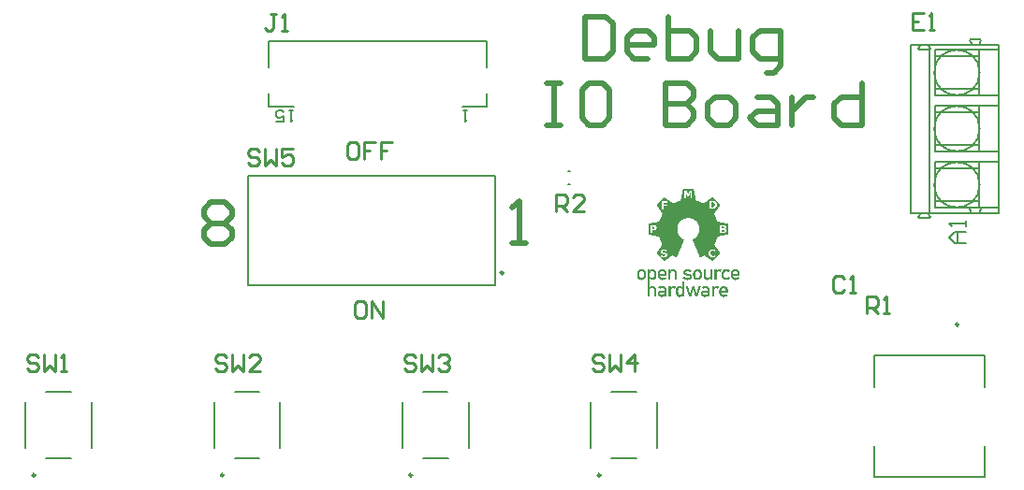
<source format=gto>
G04*
G04 #@! TF.GenerationSoftware,Altium Limited,Altium Designer,21.0.8 (223)*
G04*
G04 Layer_Color=65535*
%FSLAX25Y25*%
%MOIN*%
G70*
G04*
G04 #@! TF.SameCoordinates,11A2A22B-46B4-42A7-8BC6-B1AC857C9469*
G04*
G04*
G04 #@! TF.FilePolarity,Positive*
G04*
G01*
G75*
%ADD10C,0.00984*%
%ADD11C,0.00787*%
%ADD12C,0.01000*%
%ADD13C,0.02000*%
%ADD14C,0.00600*%
G36*
X369897Y229853D02*
X369917D01*
Y229833D01*
X369957D01*
Y229813D01*
X369977D01*
Y229792D01*
X369997D01*
Y229772D01*
Y229752D01*
X370017D01*
Y229732D01*
X370037D01*
Y229713D01*
Y229693D01*
Y229673D01*
Y229653D01*
X370057D01*
Y229633D01*
Y229613D01*
Y229593D01*
Y229573D01*
Y229553D01*
Y229533D01*
X370077D01*
Y229513D01*
Y229493D01*
Y229473D01*
Y229453D01*
X370097D01*
Y229433D01*
Y229413D01*
Y229393D01*
Y229373D01*
Y229353D01*
Y229333D01*
Y229313D01*
X370117D01*
Y229293D01*
Y229273D01*
Y229253D01*
Y229233D01*
X370137D01*
Y229213D01*
Y229193D01*
Y229173D01*
Y229153D01*
Y229133D01*
Y229113D01*
Y229093D01*
X370157D01*
Y229073D01*
Y229053D01*
Y229033D01*
Y229013D01*
Y228993D01*
X370177D01*
Y228973D01*
Y228953D01*
Y228933D01*
Y228913D01*
X370197D01*
Y228893D01*
Y228873D01*
Y228853D01*
Y228833D01*
Y228813D01*
Y228793D01*
Y228773D01*
X370217D01*
Y228753D01*
Y228733D01*
Y228713D01*
Y228693D01*
X370237D01*
Y228673D01*
Y228653D01*
Y228633D01*
Y228613D01*
Y228593D01*
Y228573D01*
Y228553D01*
X370257D01*
Y228533D01*
Y228513D01*
Y228493D01*
Y228473D01*
X370277D01*
Y228453D01*
Y228433D01*
Y228413D01*
Y228393D01*
Y228373D01*
Y228353D01*
X370297D01*
Y228333D01*
Y228313D01*
Y228293D01*
Y228273D01*
Y228253D01*
Y228233D01*
X370317D01*
Y228213D01*
Y228193D01*
Y228173D01*
Y228153D01*
X370337D01*
Y228133D01*
Y228113D01*
Y228093D01*
Y228073D01*
Y228053D01*
Y228033D01*
Y228013D01*
X370357D01*
Y227993D01*
Y227974D01*
Y227954D01*
Y227934D01*
X370377D01*
Y227913D01*
Y227893D01*
Y227873D01*
Y227854D01*
Y227834D01*
Y227814D01*
X370396D01*
Y227794D01*
Y227774D01*
Y227754D01*
Y227734D01*
Y227714D01*
X370416D01*
Y227694D01*
Y227674D01*
Y227654D01*
Y227634D01*
Y227614D01*
X370437D01*
Y227594D01*
Y227574D01*
Y227554D01*
Y227534D01*
Y227514D01*
Y227494D01*
Y227474D01*
X370457D01*
Y227454D01*
Y227434D01*
Y227414D01*
X370477D01*
Y227394D01*
Y227374D01*
Y227354D01*
Y227334D01*
Y227314D01*
Y227294D01*
Y227274D01*
X370497D01*
Y227254D01*
Y227234D01*
Y227214D01*
Y227194D01*
X370516D01*
Y227174D01*
Y227154D01*
Y227134D01*
Y227114D01*
Y227094D01*
Y227074D01*
X370536D01*
Y227054D01*
Y227034D01*
Y227014D01*
Y226994D01*
Y226974D01*
Y226954D01*
X370556D01*
Y226934D01*
Y226914D01*
Y226894D01*
Y226874D01*
X370577D01*
Y226854D01*
Y226834D01*
Y226814D01*
Y226794D01*
Y226774D01*
Y226754D01*
Y226734D01*
X370596D01*
Y226714D01*
Y226694D01*
Y226674D01*
Y226654D01*
X370616D01*
Y226634D01*
Y226614D01*
Y226594D01*
Y226574D01*
Y226554D01*
Y226534D01*
Y226514D01*
X370636D01*
Y226494D01*
Y226474D01*
Y226454D01*
Y226434D01*
Y226414D01*
X370656D01*
Y226394D01*
Y226374D01*
Y226354D01*
Y226334D01*
X370676D01*
Y226314D01*
Y226294D01*
Y226274D01*
Y226254D01*
Y226234D01*
Y226214D01*
Y226195D01*
X370696D01*
Y226174D01*
Y226154D01*
Y226134D01*
X370716D01*
Y226115D01*
Y226095D01*
Y226075D01*
Y226055D01*
X370736D01*
Y226034D01*
X370756D01*
Y226015D01*
Y225995D01*
X370776D01*
Y225975D01*
X370796D01*
Y225955D01*
X370836D01*
Y225935D01*
X370856D01*
Y225915D01*
X370876D01*
Y225895D01*
X370936D01*
Y225875D01*
X370976D01*
Y225855D01*
X371036D01*
Y225835D01*
X371096D01*
Y225815D01*
X371116D01*
Y225795D01*
X371196D01*
Y225775D01*
X371216D01*
Y225755D01*
X371276D01*
Y225735D01*
X371336D01*
Y225715D01*
X371376D01*
Y225695D01*
X371436D01*
Y225675D01*
X371476D01*
Y225655D01*
X371536D01*
Y225635D01*
X371576D01*
Y225615D01*
X371616D01*
Y225595D01*
X371676D01*
Y225575D01*
X371716D01*
Y225555D01*
X371776D01*
Y225535D01*
X371816D01*
Y225515D01*
X371856D01*
Y225495D01*
X371916D01*
Y225475D01*
X371956D01*
Y225455D01*
X372016D01*
Y225435D01*
X372056D01*
Y225415D01*
X372116D01*
Y225395D01*
X372156D01*
Y225375D01*
X372196D01*
Y225355D01*
X372255D01*
Y225335D01*
X372295D01*
Y225315D01*
X372356D01*
Y225295D01*
X372395D01*
Y225275D01*
X372455D01*
Y225255D01*
X372495D01*
Y225235D01*
X372535D01*
Y225215D01*
X372595D01*
Y225195D01*
X372635D01*
Y225175D01*
X372695D01*
Y225155D01*
X372735D01*
Y225135D01*
X372775D01*
Y225115D01*
X372855D01*
Y225095D01*
X372875D01*
Y225075D01*
X372935D01*
Y225055D01*
X372975D01*
Y225035D01*
X373035D01*
Y225015D01*
X373095D01*
Y224995D01*
X373115D01*
Y224975D01*
X373195D01*
Y224955D01*
X373215D01*
Y224935D01*
X373295D01*
Y224915D01*
X373375D01*
Y224895D01*
X373475D01*
Y224915D01*
X373535D01*
Y224935D01*
X373595D01*
Y224955D01*
X373615D01*
Y224975D01*
X373655D01*
Y224995D01*
X373675D01*
Y225015D01*
X373695D01*
Y225035D01*
X373735D01*
Y225055D01*
X373755D01*
Y225075D01*
X373795D01*
Y225095D01*
X373815D01*
Y225115D01*
X373855D01*
Y225135D01*
X373875D01*
Y225155D01*
X373895D01*
Y225175D01*
X373935D01*
Y225195D01*
X373955D01*
Y225215D01*
X373995D01*
Y225235D01*
X374015D01*
Y225255D01*
X374055D01*
Y225275D01*
X374075D01*
Y225295D01*
X374095D01*
Y225315D01*
X374134D01*
Y225335D01*
X374174D01*
Y225355D01*
X374195D01*
Y225375D01*
X374235D01*
Y225395D01*
X374254D01*
Y225415D01*
X374294D01*
Y225435D01*
X374314D01*
Y225455D01*
X374354D01*
Y225475D01*
X374374D01*
Y225495D01*
X374394D01*
Y225515D01*
X374434D01*
Y225535D01*
X374454D01*
Y225555D01*
X374494D01*
Y225575D01*
X374514D01*
Y225595D01*
X374554D01*
Y225615D01*
X374574D01*
Y225635D01*
X374594D01*
Y225655D01*
X374634D01*
Y225675D01*
X374654D01*
Y225695D01*
X374694D01*
Y225715D01*
X374714D01*
Y225735D01*
X374754D01*
Y225755D01*
X374774D01*
Y225775D01*
X374814D01*
Y225795D01*
X374834D01*
Y225815D01*
X374854D01*
Y225835D01*
X374894D01*
Y225855D01*
X374934D01*
Y225875D01*
X374954D01*
Y225895D01*
X374994D01*
Y225915D01*
X375014D01*
Y225935D01*
X375034D01*
Y225955D01*
X375074D01*
Y225975D01*
X375094D01*
Y225995D01*
X375134D01*
Y226015D01*
X375154D01*
Y226034D01*
X375194D01*
Y226055D01*
X375214D01*
Y226075D01*
X375254D01*
Y226095D01*
X375274D01*
Y226115D01*
X375294D01*
Y226134D01*
X375334D01*
Y226154D01*
X375354D01*
Y226174D01*
X375394D01*
Y226195D01*
X375414D01*
Y226214D01*
X375454D01*
Y226234D01*
X375474D01*
Y226254D01*
X375494D01*
Y226274D01*
X375534D01*
Y226294D01*
X375554D01*
Y226314D01*
X375594D01*
Y226334D01*
X375614D01*
Y226354D01*
X375654D01*
Y226374D01*
X375694D01*
Y226394D01*
X375714D01*
Y226414D01*
X375754D01*
Y226434D01*
X375774D01*
Y226454D01*
X375794D01*
Y226474D01*
X375834D01*
Y226494D01*
X375854D01*
Y226514D01*
X375893D01*
Y226534D01*
X375914D01*
Y226554D01*
X375954D01*
Y226574D01*
X375974D01*
Y226594D01*
X375993D01*
Y226614D01*
X376033D01*
Y226634D01*
X376054D01*
Y226654D01*
X376093D01*
Y226674D01*
X376113D01*
Y226694D01*
X376153D01*
Y226714D01*
X376173D01*
Y226734D01*
X376193D01*
Y226754D01*
X376233D01*
Y226774D01*
X376253D01*
Y226794D01*
X376293D01*
Y226814D01*
X376313D01*
Y226834D01*
X376353D01*
Y226854D01*
X376373D01*
Y226874D01*
X376413D01*
Y226894D01*
X376433D01*
Y226914D01*
X376473D01*
Y226934D01*
X376493D01*
Y226954D01*
X376533D01*
Y226974D01*
X376553D01*
Y226994D01*
X376593D01*
Y227014D01*
X376653D01*
Y227034D01*
X376733D01*
Y227014D01*
X376753D01*
Y226994D01*
X376813D01*
Y226974D01*
X376833D01*
Y226954D01*
X376853D01*
Y226934D01*
X376873D01*
Y226914D01*
X376893D01*
Y226894D01*
X376913D01*
Y226874D01*
X376933D01*
Y226854D01*
X376953D01*
Y226834D01*
X376973D01*
Y226814D01*
X376993D01*
Y226794D01*
X377013D01*
Y226774D01*
X377033D01*
Y226754D01*
X377053D01*
Y226734D01*
X377073D01*
Y226714D01*
X377093D01*
Y226694D01*
X377113D01*
Y226674D01*
X377133D01*
Y226654D01*
X377153D01*
Y226634D01*
X377173D01*
Y226614D01*
X377193D01*
Y226594D01*
X377213D01*
Y226574D01*
X377233D01*
Y226554D01*
X377253D01*
Y226534D01*
X377273D01*
Y226514D01*
X377293D01*
Y226494D01*
X377313D01*
Y226474D01*
X377333D01*
Y226454D01*
X377353D01*
Y226434D01*
X377373D01*
Y226414D01*
X377393D01*
Y226394D01*
X377413D01*
Y226374D01*
X377433D01*
Y226354D01*
X377453D01*
Y226334D01*
X377473D01*
Y226314D01*
X377493D01*
Y226294D01*
X377513D01*
Y226274D01*
X377533D01*
Y226254D01*
X377553D01*
Y226234D01*
X377573D01*
Y226214D01*
X377593D01*
Y226195D01*
X377613D01*
Y226174D01*
X377633D01*
Y226154D01*
X377653D01*
Y226134D01*
X377673D01*
Y226115D01*
X377693D01*
Y226095D01*
X377712D01*
Y226075D01*
X377732D01*
Y226055D01*
X377752D01*
Y226034D01*
X377772D01*
Y226015D01*
X377793D01*
Y225995D01*
X377813D01*
Y225975D01*
X377833D01*
Y225955D01*
X377853D01*
Y225935D01*
X377872D01*
Y225915D01*
X377892D01*
Y225895D01*
X377912D01*
Y225875D01*
X377932D01*
Y225855D01*
X377952D01*
Y225835D01*
X377972D01*
Y225815D01*
X377992D01*
Y225795D01*
X378012D01*
Y225775D01*
X378032D01*
Y225755D01*
X378052D01*
Y225735D01*
X378072D01*
Y225715D01*
X378092D01*
Y225695D01*
X378112D01*
Y225675D01*
X378132D01*
Y225655D01*
X378152D01*
Y225635D01*
X378172D01*
Y225615D01*
X378192D01*
Y225595D01*
X378212D01*
Y225575D01*
X378232D01*
Y225555D01*
X378252D01*
Y225535D01*
X378272D01*
Y225515D01*
X378292D01*
Y225495D01*
X378312D01*
Y225475D01*
X378332D01*
Y225455D01*
X378352D01*
Y225435D01*
X378372D01*
Y225415D01*
X378392D01*
Y225395D01*
X378412D01*
Y225375D01*
X378432D01*
Y225355D01*
X378452D01*
Y225335D01*
X378472D01*
Y225315D01*
X378492D01*
Y225295D01*
X378512D01*
Y225275D01*
X378532D01*
Y225255D01*
X378552D01*
Y225235D01*
X378572D01*
Y225215D01*
X378592D01*
Y225195D01*
X378612D01*
Y225175D01*
X378632D01*
Y225155D01*
X378652D01*
Y225135D01*
X378672D01*
Y225115D01*
X378692D01*
Y225095D01*
X378712D01*
Y225075D01*
X378732D01*
Y225055D01*
X378752D01*
Y225035D01*
X378772D01*
Y225015D01*
X378792D01*
Y224995D01*
X378812D01*
Y224975D01*
X378832D01*
Y224955D01*
X378852D01*
Y224935D01*
X378872D01*
Y224915D01*
X378892D01*
Y224895D01*
X378912D01*
Y224875D01*
X378932D01*
Y224855D01*
X378952D01*
Y224835D01*
X378972D01*
Y224815D01*
X378992D01*
Y224795D01*
X379012D01*
Y224775D01*
X379032D01*
Y224755D01*
X379052D01*
Y224735D01*
X379072D01*
Y224715D01*
X379092D01*
Y224695D01*
X379112D01*
Y224675D01*
X379132D01*
Y224655D01*
X379152D01*
Y224635D01*
X379172D01*
Y224615D01*
X379192D01*
Y224595D01*
X379212D01*
Y224575D01*
X379232D01*
Y224555D01*
X379252D01*
Y224535D01*
X379272D01*
Y224515D01*
X379292D01*
Y224495D01*
X379312D01*
Y224475D01*
X379332D01*
Y224455D01*
X379352D01*
Y224435D01*
Y224415D01*
X379372D01*
Y224395D01*
X379392D01*
Y224376D01*
Y224356D01*
Y224336D01*
Y224316D01*
Y224295D01*
Y224275D01*
Y224255D01*
Y224236D01*
X379372D01*
Y224216D01*
Y224196D01*
X379352D01*
Y224176D01*
Y224156D01*
X379332D01*
Y224136D01*
X379312D01*
Y224116D01*
Y224096D01*
X379292D01*
Y224076D01*
X379272D01*
Y224056D01*
Y224036D01*
X379252D01*
Y224016D01*
X379232D01*
Y223996D01*
Y223976D01*
X379212D01*
Y223956D01*
X379192D01*
Y223936D01*
Y223916D01*
X379172D01*
Y223896D01*
X379152D01*
Y223876D01*
Y223856D01*
X379132D01*
Y223836D01*
X379112D01*
Y223816D01*
Y223796D01*
X379092D01*
Y223776D01*
X379072D01*
Y223756D01*
X379052D01*
Y223736D01*
Y223716D01*
X379032D01*
Y223696D01*
X379012D01*
Y223676D01*
Y223656D01*
X378992D01*
Y223636D01*
X378972D01*
Y223616D01*
Y223596D01*
X378952D01*
Y223576D01*
X378932D01*
Y223556D01*
Y223536D01*
X378912D01*
Y223516D01*
X378892D01*
Y223496D01*
X378872D01*
Y223476D01*
Y223456D01*
X378852D01*
Y223436D01*
X378832D01*
Y223416D01*
Y223396D01*
X378812D01*
Y223376D01*
X378792D01*
Y223356D01*
Y223336D01*
X378772D01*
Y223316D01*
X378752D01*
Y223296D01*
X378732D01*
Y223276D01*
Y223256D01*
X378712D01*
Y223236D01*
Y223216D01*
X378692D01*
Y223196D01*
X378672D01*
Y223176D01*
Y223156D01*
X378652D01*
Y223136D01*
X378632D01*
Y223116D01*
Y223096D01*
X378612D01*
Y223076D01*
X378592D01*
Y223056D01*
X378572D01*
Y223036D01*
Y223016D01*
X378552D01*
Y222996D01*
X378532D01*
Y222976D01*
Y222956D01*
X378512D01*
Y222936D01*
X378492D01*
Y222916D01*
Y222896D01*
X378472D01*
Y222876D01*
X378452D01*
Y222856D01*
Y222836D01*
X378432D01*
Y222816D01*
X378412D01*
Y222796D01*
X378392D01*
Y222776D01*
Y222756D01*
X378372D01*
Y222736D01*
X378352D01*
Y222716D01*
Y222696D01*
X378332D01*
Y222676D01*
X378312D01*
Y222656D01*
Y222636D01*
X378292D01*
Y222616D01*
X378272D01*
Y222596D01*
Y222576D01*
X378252D01*
Y222556D01*
X378232D01*
Y222536D01*
Y222516D01*
X378212D01*
Y222497D01*
X378192D01*
Y222477D01*
Y222457D01*
X378172D01*
Y222436D01*
X378152D01*
Y222416D01*
Y222396D01*
X378132D01*
Y222377D01*
X378112D01*
Y222357D01*
X378092D01*
Y222337D01*
Y222317D01*
X378072D01*
Y222297D01*
X378052D01*
Y222277D01*
Y222257D01*
X378032D01*
Y222237D01*
X378012D01*
Y222217D01*
Y222197D01*
X377992D01*
Y222177D01*
X377972D01*
Y222157D01*
Y222137D01*
X377952D01*
Y222117D01*
X377932D01*
Y222097D01*
X377912D01*
Y222077D01*
Y222057D01*
X377892D01*
Y222037D01*
X377872D01*
Y222017D01*
Y221997D01*
X377853D01*
Y221977D01*
X377833D01*
Y221957D01*
Y221937D01*
X377813D01*
Y221917D01*
X377793D01*
Y221897D01*
X377772D01*
Y221877D01*
Y221857D01*
X377752D01*
Y221837D01*
Y221817D01*
X377732D01*
Y221797D01*
X377712D01*
Y221777D01*
Y221757D01*
X377693D01*
Y221737D01*
X377673D01*
Y221717D01*
Y221697D01*
X377653D01*
Y221677D01*
X377633D01*
Y221657D01*
X377613D01*
Y221637D01*
Y221617D01*
X377593D01*
Y221597D01*
X377573D01*
Y221577D01*
Y221557D01*
X377553D01*
Y221537D01*
X377533D01*
Y221517D01*
Y221497D01*
X377513D01*
Y221477D01*
X377493D01*
Y221457D01*
X377473D01*
Y221437D01*
Y221417D01*
X377453D01*
Y221397D01*
X377433D01*
Y221377D01*
Y221357D01*
X377413D01*
Y221337D01*
X377393D01*
Y221317D01*
Y221297D01*
X377373D01*
Y221277D01*
X377353D01*
Y221257D01*
Y221237D01*
X377333D01*
Y221217D01*
Y221197D01*
Y221177D01*
Y221157D01*
X377313D01*
Y221137D01*
Y221117D01*
Y221097D01*
Y221077D01*
Y221057D01*
Y221037D01*
X377333D01*
Y221017D01*
Y220997D01*
Y220977D01*
Y220957D01*
Y220937D01*
X377353D01*
Y220917D01*
Y220897D01*
X377373D01*
Y220877D01*
Y220857D01*
X377393D01*
Y220837D01*
Y220817D01*
Y220797D01*
X377413D01*
Y220777D01*
X377433D01*
Y220757D01*
Y220738D01*
Y220718D01*
Y220697D01*
X377453D01*
Y220677D01*
X377473D01*
Y220657D01*
Y220637D01*
Y220618D01*
X377493D01*
Y220598D01*
Y220578D01*
X377513D01*
Y220557D01*
Y220538D01*
X377533D01*
Y220518D01*
Y220498D01*
Y220478D01*
X377553D01*
Y220458D01*
Y220438D01*
X377573D01*
Y220418D01*
Y220398D01*
Y220378D01*
X377593D01*
Y220358D01*
Y220338D01*
X377613D01*
Y220318D01*
Y220298D01*
X377633D01*
Y220278D01*
Y220258D01*
Y220238D01*
X377653D01*
Y220218D01*
Y220198D01*
X377673D01*
Y220178D01*
Y220158D01*
Y220138D01*
X377693D01*
Y220118D01*
X377712D01*
Y220098D01*
Y220078D01*
Y220058D01*
X377732D01*
Y220038D01*
Y220018D01*
X377752D01*
Y219998D01*
Y219978D01*
X377772D01*
Y219958D01*
Y219938D01*
Y219918D01*
X377793D01*
Y219898D01*
Y219878D01*
X377813D01*
Y219858D01*
Y219838D01*
Y219818D01*
X377833D01*
Y219798D01*
Y219778D01*
X377853D01*
Y219758D01*
Y219738D01*
X377872D01*
Y219718D01*
Y219698D01*
Y219678D01*
X377892D01*
Y219658D01*
X377912D01*
Y219638D01*
Y219618D01*
Y219598D01*
Y219578D01*
X377932D01*
Y219558D01*
X377952D01*
Y219538D01*
Y219518D01*
Y219498D01*
X377972D01*
Y219478D01*
Y219458D01*
X377992D01*
Y219438D01*
Y219418D01*
X378012D01*
Y219398D01*
Y219378D01*
Y219358D01*
X378032D01*
Y219338D01*
Y219318D01*
X378052D01*
Y219298D01*
Y219278D01*
Y219258D01*
X378072D01*
Y219238D01*
Y219218D01*
X378092D01*
Y219198D01*
Y219178D01*
X378112D01*
Y219158D01*
Y219138D01*
Y219118D01*
X378132D01*
Y219098D01*
Y219078D01*
X378152D01*
Y219058D01*
Y219038D01*
Y219018D01*
X378172D01*
Y218998D01*
X378192D01*
Y218978D01*
Y218958D01*
Y218938D01*
X378212D01*
Y218918D01*
Y218899D01*
X378232D01*
Y218879D01*
Y218859D01*
X378252D01*
Y218839D01*
Y218818D01*
Y218798D01*
Y218778D01*
X378272D01*
Y218759D01*
X378292D01*
Y218739D01*
Y218719D01*
Y218699D01*
X378312D01*
Y218679D01*
Y218659D01*
X378332D01*
Y218639D01*
Y218619D01*
X378352D01*
Y218599D01*
Y218579D01*
Y218559D01*
X378372D01*
Y218539D01*
Y218519D01*
X378392D01*
Y218499D01*
Y218479D01*
X378412D01*
Y218459D01*
X378432D01*
Y218439D01*
Y218419D01*
X378452D01*
Y218399D01*
X378472D01*
Y218379D01*
X378492D01*
Y218359D01*
X378532D01*
Y218339D01*
X378552D01*
Y218319D01*
X378592D01*
Y218299D01*
X378692D01*
Y218279D01*
X378772D01*
Y218259D01*
X378912D01*
Y218239D01*
X378992D01*
Y218219D01*
X379132D01*
Y218199D01*
X379212D01*
Y218179D01*
X379312D01*
Y218159D01*
X379452D01*
Y218139D01*
X379532D01*
Y218119D01*
X379672D01*
Y218099D01*
X379751D01*
Y218079D01*
X379871D01*
Y218059D01*
X379971D01*
Y218039D01*
X380051D01*
Y218019D01*
X380211D01*
Y217999D01*
X380271D01*
Y217979D01*
X380411D01*
Y217959D01*
X380511D01*
Y217939D01*
X380591D01*
Y217919D01*
X380731D01*
Y217899D01*
X380811D01*
Y217879D01*
X380951D01*
Y217859D01*
X381031D01*
Y217839D01*
X381151D01*
Y217819D01*
X381271D01*
Y217799D01*
X381351D01*
Y217779D01*
X381490D01*
Y217759D01*
X381570D01*
Y217739D01*
X381710D01*
Y217719D01*
X381790D01*
Y217699D01*
X381890D01*
Y217679D01*
X382030D01*
Y217659D01*
X382090D01*
Y217639D01*
X382130D01*
Y217619D01*
X382170D01*
Y217599D01*
X382190D01*
Y217579D01*
X382210D01*
Y217559D01*
Y217539D01*
X382230D01*
Y217519D01*
Y217499D01*
Y217479D01*
Y217459D01*
Y217439D01*
Y217419D01*
Y217399D01*
Y217379D01*
Y217359D01*
Y217339D01*
Y217319D01*
Y217299D01*
Y217279D01*
Y217259D01*
Y217239D01*
Y217219D01*
Y217199D01*
Y217179D01*
Y217159D01*
Y217139D01*
Y217119D01*
Y217099D01*
Y217079D01*
Y217059D01*
Y217039D01*
Y217020D01*
Y217000D01*
Y216980D01*
Y216960D01*
Y216939D01*
Y216919D01*
Y216900D01*
Y216880D01*
Y216860D01*
Y216840D01*
Y216820D01*
Y216800D01*
Y216780D01*
Y216760D01*
Y216740D01*
Y216720D01*
Y216700D01*
Y216680D01*
Y216660D01*
Y216640D01*
Y216620D01*
Y216600D01*
Y216580D01*
Y216560D01*
Y216540D01*
Y216520D01*
Y216500D01*
Y216480D01*
Y216460D01*
Y216440D01*
Y216420D01*
Y216400D01*
Y216380D01*
Y216360D01*
Y216340D01*
Y216320D01*
Y216300D01*
Y216280D01*
Y216260D01*
Y216240D01*
Y216220D01*
Y216200D01*
Y216180D01*
Y216160D01*
Y216140D01*
Y216120D01*
Y216100D01*
Y216080D01*
Y216060D01*
Y216040D01*
Y216020D01*
Y216000D01*
Y215980D01*
Y215960D01*
Y215940D01*
Y215920D01*
Y215900D01*
Y215880D01*
Y215860D01*
Y215840D01*
Y215820D01*
Y215800D01*
Y215780D01*
Y215760D01*
Y215740D01*
Y215720D01*
Y215700D01*
Y215680D01*
Y215660D01*
Y215640D01*
Y215620D01*
Y215600D01*
Y215580D01*
Y215560D01*
Y215540D01*
Y215520D01*
Y215500D01*
Y215480D01*
Y215460D01*
Y215440D01*
Y215420D01*
Y215400D01*
Y215380D01*
Y215360D01*
Y215340D01*
Y215320D01*
Y215300D01*
Y215281D01*
Y215261D01*
Y215241D01*
Y215220D01*
Y215200D01*
Y215180D01*
Y215160D01*
Y215141D01*
Y215121D01*
Y215101D01*
Y215081D01*
Y215061D01*
Y215041D01*
Y215021D01*
Y215001D01*
Y214981D01*
Y214961D01*
Y214941D01*
Y214921D01*
Y214901D01*
Y214881D01*
Y214861D01*
Y214841D01*
Y214821D01*
Y214801D01*
Y214781D01*
Y214761D01*
Y214741D01*
Y214721D01*
Y214701D01*
Y214681D01*
Y214661D01*
Y214641D01*
Y214621D01*
Y214601D01*
Y214581D01*
Y214561D01*
Y214541D01*
Y214521D01*
Y214501D01*
Y214481D01*
Y214461D01*
Y214441D01*
Y214421D01*
Y214401D01*
Y214381D01*
Y214361D01*
Y214341D01*
Y214321D01*
Y214301D01*
Y214281D01*
Y214261D01*
Y214241D01*
Y214221D01*
Y214201D01*
Y214181D01*
Y214161D01*
Y214141D01*
Y214121D01*
Y214101D01*
Y214081D01*
Y214061D01*
Y214041D01*
Y214021D01*
Y214001D01*
Y213981D01*
Y213961D01*
Y213941D01*
Y213921D01*
Y213901D01*
Y213881D01*
Y213861D01*
Y213841D01*
Y213821D01*
X382210D01*
Y213801D01*
Y213781D01*
X382190D01*
Y213761D01*
X382170D01*
Y213741D01*
X382130D01*
Y213721D01*
X382110D01*
Y213701D01*
X382030D01*
Y213681D01*
X381950D01*
Y213661D01*
X381810D01*
Y213641D01*
X381730D01*
Y213621D01*
X381610D01*
Y213601D01*
X381490D01*
Y213581D01*
X381411D01*
Y213561D01*
X381271D01*
Y213541D01*
X381191D01*
Y213521D01*
X381051D01*
Y213501D01*
X380971D01*
Y213481D01*
X380871D01*
Y213461D01*
X380731D01*
Y213441D01*
X380651D01*
Y213422D01*
X380511D01*
Y213402D01*
X380431D01*
Y213382D01*
X380311D01*
Y213362D01*
X380211D01*
Y213341D01*
X380131D01*
Y213321D01*
X379971D01*
Y213301D01*
X379911D01*
Y213281D01*
X379771D01*
Y213262D01*
X379672D01*
Y213242D01*
X379591D01*
Y213222D01*
X379452D01*
Y213202D01*
X379372D01*
Y213182D01*
X379232D01*
Y213162D01*
X379152D01*
Y213142D01*
X379032D01*
Y213122D01*
X378912D01*
Y213102D01*
X378832D01*
Y213082D01*
X378692D01*
Y213062D01*
X378672D01*
Y213042D01*
X378612D01*
Y213022D01*
X378592D01*
Y213002D01*
X378572D01*
Y212982D01*
X378552D01*
Y212962D01*
X378532D01*
Y212942D01*
X378512D01*
Y212922D01*
X378492D01*
Y212902D01*
Y212882D01*
Y212862D01*
X378472D01*
Y212842D01*
Y212822D01*
X378452D01*
Y212802D01*
Y212782D01*
X378432D01*
Y212762D01*
Y212742D01*
Y212722D01*
X378412D01*
Y212702D01*
Y212682D01*
X378392D01*
Y212662D01*
Y212642D01*
Y212622D01*
X378372D01*
Y212602D01*
Y212582D01*
X378352D01*
Y212562D01*
Y212542D01*
Y212522D01*
X378332D01*
Y212502D01*
Y212482D01*
X378312D01*
Y212462D01*
Y212442D01*
X378292D01*
Y212422D01*
Y212402D01*
Y212382D01*
Y212362D01*
X378272D01*
Y212342D01*
X378252D01*
Y212322D01*
Y212302D01*
Y212282D01*
Y212262D01*
X378232D01*
Y212242D01*
Y212222D01*
X378212D01*
Y212202D01*
Y212182D01*
X378192D01*
Y212162D01*
Y212142D01*
Y212122D01*
X378172D01*
Y212102D01*
Y212082D01*
X378152D01*
Y212062D01*
Y212042D01*
Y212022D01*
X378132D01*
Y212002D01*
Y211982D01*
X378112D01*
Y211962D01*
Y211942D01*
Y211922D01*
X378092D01*
Y211902D01*
Y211882D01*
X378072D01*
Y211862D01*
Y211842D01*
X378052D01*
Y211822D01*
Y211802D01*
Y211782D01*
Y211762D01*
X378032D01*
Y211742D01*
X378012D01*
Y211722D01*
Y211702D01*
Y211682D01*
Y211662D01*
X377992D01*
Y211642D01*
Y211622D01*
X377972D01*
Y211602D01*
Y211582D01*
X377952D01*
Y211562D01*
Y211543D01*
Y211523D01*
X377932D01*
Y211503D01*
Y211483D01*
X377912D01*
Y211462D01*
Y211442D01*
Y211423D01*
X377892D01*
Y211403D01*
Y211383D01*
X377872D01*
Y211363D01*
Y211343D01*
Y211323D01*
X377853D01*
Y211303D01*
Y211283D01*
X377833D01*
Y211263D01*
Y211243D01*
X377813D01*
Y211223D01*
Y211203D01*
Y211183D01*
Y211163D01*
X377793D01*
Y211143D01*
X377772D01*
Y211123D01*
Y211103D01*
Y211083D01*
Y211063D01*
X377752D01*
Y211043D01*
Y211023D01*
X377732D01*
Y211003D01*
Y210983D01*
X377712D01*
Y210963D01*
Y210943D01*
Y210923D01*
X377693D01*
Y210903D01*
Y210883D01*
X377673D01*
Y210863D01*
Y210843D01*
Y210823D01*
X377653D01*
Y210803D01*
Y210783D01*
X377633D01*
Y210763D01*
Y210743D01*
Y210723D01*
X377613D01*
Y210703D01*
Y210683D01*
X377593D01*
Y210663D01*
Y210643D01*
X377573D01*
Y210623D01*
Y210603D01*
Y210583D01*
Y210563D01*
X377553D01*
Y210543D01*
X377533D01*
Y210523D01*
Y210503D01*
Y210483D01*
Y210463D01*
X377513D01*
Y210443D01*
Y210423D01*
X377493D01*
Y210403D01*
Y210383D01*
X377473D01*
Y210363D01*
Y210343D01*
Y210323D01*
X377453D01*
Y210303D01*
Y210283D01*
X377433D01*
Y210263D01*
Y210243D01*
Y210223D01*
Y210203D01*
X377413D01*
Y210183D01*
Y210163D01*
Y210143D01*
Y210123D01*
Y210103D01*
Y210083D01*
Y210063D01*
Y210043D01*
X377433D01*
Y210023D01*
Y210003D01*
Y209983D01*
Y209963D01*
X377453D01*
Y209943D01*
X377473D01*
Y209923D01*
Y209903D01*
X377493D01*
Y209883D01*
X377513D01*
Y209863D01*
X377533D01*
Y209843D01*
Y209823D01*
X377553D01*
Y209804D01*
X377573D01*
Y209784D01*
Y209764D01*
X377593D01*
Y209743D01*
X377613D01*
Y209723D01*
Y209703D01*
X377633D01*
Y209683D01*
X377653D01*
Y209664D01*
X377673D01*
Y209644D01*
Y209624D01*
X377693D01*
Y209604D01*
Y209584D01*
X377712D01*
Y209564D01*
X377732D01*
Y209544D01*
Y209524D01*
X377752D01*
Y209504D01*
X377772D01*
Y209484D01*
Y209464D01*
X377793D01*
Y209444D01*
X377813D01*
Y209424D01*
Y209404D01*
X377833D01*
Y209384D01*
X377853D01*
Y209364D01*
X377872D01*
Y209344D01*
Y209324D01*
X377892D01*
Y209304D01*
X377912D01*
Y209284D01*
Y209264D01*
X377932D01*
Y209244D01*
X377952D01*
Y209224D01*
Y209204D01*
X377972D01*
Y209184D01*
X377992D01*
Y209164D01*
X378012D01*
Y209144D01*
Y209124D01*
X378032D01*
Y209104D01*
X378052D01*
Y209084D01*
Y209064D01*
X378072D01*
Y209044D01*
X378092D01*
Y209024D01*
Y209004D01*
X378112D01*
Y208984D01*
Y208964D01*
X378132D01*
Y208944D01*
X378152D01*
Y208924D01*
X378172D01*
Y208904D01*
Y208884D01*
X378192D01*
Y208864D01*
X378212D01*
Y208844D01*
Y208824D01*
X378232D01*
Y208804D01*
X378252D01*
Y208784D01*
Y208764D01*
X378272D01*
Y208744D01*
X378292D01*
Y208724D01*
Y208704D01*
X378312D01*
Y208684D01*
X378332D01*
Y208664D01*
X378352D01*
Y208644D01*
Y208624D01*
X378372D01*
Y208604D01*
X378392D01*
Y208584D01*
Y208564D01*
X378412D01*
Y208544D01*
X378432D01*
Y208524D01*
Y208504D01*
X378452D01*
Y208484D01*
X378472D01*
Y208464D01*
X378492D01*
Y208444D01*
Y208424D01*
X378512D01*
Y208404D01*
X378532D01*
Y208384D01*
Y208364D01*
X378552D01*
Y208344D01*
X378572D01*
Y208324D01*
Y208304D01*
X378592D01*
Y208284D01*
X378612D01*
Y208264D01*
Y208244D01*
X378632D01*
Y208224D01*
Y208204D01*
X378652D01*
Y208184D01*
X378672D01*
Y208164D01*
X378692D01*
Y208144D01*
Y208124D01*
X378712D01*
Y208104D01*
X378732D01*
Y208084D01*
Y208064D01*
X378752D01*
Y208044D01*
X378772D01*
Y208024D01*
Y208004D01*
X378792D01*
Y207984D01*
X378812D01*
Y207964D01*
X378832D01*
Y207944D01*
Y207925D01*
X378852D01*
Y207905D01*
X378872D01*
Y207885D01*
Y207864D01*
X378892D01*
Y207844D01*
X378912D01*
Y207824D01*
Y207804D01*
X378932D01*
Y207785D01*
X378952D01*
Y207765D01*
X378972D01*
Y207745D01*
Y207725D01*
X378992D01*
Y207705D01*
X379012D01*
Y207685D01*
Y207665D01*
X379032D01*
Y207645D01*
X379052D01*
Y207625D01*
Y207605D01*
X379072D01*
Y207585D01*
Y207565D01*
X379092D01*
Y207545D01*
X379112D01*
Y207525D01*
X379132D01*
Y207505D01*
Y207485D01*
X379152D01*
Y207465D01*
X379172D01*
Y207445D01*
Y207425D01*
X379192D01*
Y207405D01*
X379212D01*
Y207385D01*
Y207365D01*
X379232D01*
Y207345D01*
X379252D01*
Y207325D01*
Y207305D01*
X379272D01*
Y207285D01*
X379292D01*
Y207265D01*
X379312D01*
Y207245D01*
Y207225D01*
X379332D01*
Y207205D01*
X379352D01*
Y207185D01*
Y207165D01*
X379372D01*
Y207145D01*
Y207125D01*
X379392D01*
Y207105D01*
Y207085D01*
Y207065D01*
Y207045D01*
Y207025D01*
Y207005D01*
Y206985D01*
Y206965D01*
X379372D01*
Y206945D01*
Y206925D01*
X379352D01*
Y206905D01*
X379332D01*
Y206885D01*
X379312D01*
Y206865D01*
X379292D01*
Y206845D01*
X379272D01*
Y206825D01*
X379252D01*
Y206805D01*
X379232D01*
Y206785D01*
X379212D01*
Y206765D01*
X379192D01*
Y206745D01*
X379172D01*
Y206725D01*
X379152D01*
Y206705D01*
X379132D01*
Y206685D01*
X379112D01*
Y206665D01*
X379092D01*
Y206645D01*
X379072D01*
Y206625D01*
X379052D01*
Y206605D01*
X379032D01*
Y206585D01*
X379012D01*
Y206565D01*
X378992D01*
Y206545D01*
X378972D01*
Y206525D01*
X378952D01*
Y206505D01*
X378932D01*
Y206485D01*
X378912D01*
Y206465D01*
X378892D01*
Y206445D01*
X378872D01*
Y206425D01*
X378852D01*
Y206405D01*
X378832D01*
Y206385D01*
X378812D01*
Y206365D01*
X378792D01*
Y206345D01*
X378772D01*
Y206325D01*
X378752D01*
Y206305D01*
X378732D01*
Y206285D01*
X378712D01*
Y206265D01*
X378692D01*
Y206245D01*
X378672D01*
Y206225D01*
X378652D01*
Y206205D01*
X378632D01*
Y206185D01*
X378612D01*
Y206165D01*
X378592D01*
Y206145D01*
X378572D01*
Y206125D01*
X378552D01*
Y206105D01*
X378532D01*
Y206085D01*
X378512D01*
Y206066D01*
X378492D01*
Y206046D01*
X378472D01*
Y206026D01*
X378452D01*
Y206006D01*
X378432D01*
Y205985D01*
X378412D01*
Y205965D01*
X378392D01*
Y205946D01*
X378372D01*
Y205926D01*
X378352D01*
Y205906D01*
X378332D01*
Y205886D01*
X378312D01*
Y205866D01*
X378292D01*
Y205846D01*
X378272D01*
Y205826D01*
X378252D01*
Y205806D01*
X378232D01*
Y205786D01*
X378212D01*
Y205766D01*
X378192D01*
Y205746D01*
X378172D01*
Y205726D01*
X378152D01*
Y205706D01*
X378132D01*
Y205686D01*
X378112D01*
Y205666D01*
X378092D01*
Y205646D01*
X378072D01*
Y205626D01*
X378052D01*
Y205606D01*
X378032D01*
Y205586D01*
X378012D01*
Y205566D01*
X377992D01*
Y205546D01*
X377972D01*
Y205526D01*
X377952D01*
Y205506D01*
X377932D01*
Y205486D01*
X377912D01*
Y205466D01*
X377892D01*
Y205446D01*
X377872D01*
Y205426D01*
X377853D01*
Y205406D01*
X377833D01*
Y205386D01*
X377813D01*
Y205366D01*
X377793D01*
Y205346D01*
X377772D01*
Y205326D01*
X377752D01*
Y205306D01*
X377732D01*
Y205286D01*
X377712D01*
Y205266D01*
X377693D01*
Y205246D01*
X377673D01*
Y205226D01*
X377653D01*
Y205206D01*
X377633D01*
Y205186D01*
X377613D01*
Y205166D01*
X377593D01*
Y205146D01*
X377573D01*
Y205126D01*
X377553D01*
Y205106D01*
X377533D01*
Y205086D01*
X377513D01*
Y205066D01*
X377493D01*
Y205046D01*
X377473D01*
Y205026D01*
X377453D01*
Y205006D01*
X377433D01*
Y204986D01*
X377413D01*
Y204966D01*
X377393D01*
Y204946D01*
X377373D01*
Y204926D01*
X377353D01*
Y204906D01*
X377333D01*
Y204886D01*
X377313D01*
Y204866D01*
X377293D01*
Y204846D01*
X377273D01*
Y204826D01*
X377253D01*
Y204806D01*
X377233D01*
Y204786D01*
X377213D01*
Y204766D01*
X377193D01*
Y204746D01*
X377173D01*
Y204726D01*
X377153D01*
Y204706D01*
X377133D01*
Y204686D01*
X377113D01*
Y204666D01*
X377093D01*
Y204646D01*
X377073D01*
Y204626D01*
X377053D01*
Y204606D01*
X377033D01*
Y204586D01*
X377013D01*
Y204566D01*
X376993D01*
Y204546D01*
X376973D01*
Y204526D01*
X376953D01*
Y204506D01*
X376933D01*
Y204486D01*
X376913D01*
Y204466D01*
X376893D01*
Y204446D01*
X376873D01*
Y204426D01*
X376853D01*
Y204406D01*
X376833D01*
Y204386D01*
X376813D01*
Y204366D01*
X376793D01*
Y204346D01*
X376733D01*
Y204326D01*
X376653D01*
Y204346D01*
X376573D01*
Y204366D01*
X376553D01*
Y204386D01*
X376513D01*
Y204406D01*
X376473D01*
Y204426D01*
X376453D01*
Y204446D01*
X376433D01*
Y204466D01*
X376393D01*
Y204486D01*
X376373D01*
Y204506D01*
X376333D01*
Y204526D01*
X376313D01*
Y204546D01*
X376273D01*
Y204566D01*
X376253D01*
Y204586D01*
X376213D01*
Y204606D01*
X376193D01*
Y204626D01*
X376173D01*
Y204646D01*
X376133D01*
Y204666D01*
X376113D01*
Y204686D01*
X376073D01*
Y204706D01*
X376054D01*
Y204726D01*
X376013D01*
Y204746D01*
X375993D01*
Y204766D01*
X375974D01*
Y204786D01*
X375934D01*
Y204806D01*
X375914D01*
Y204826D01*
X375873D01*
Y204846D01*
X375854D01*
Y204866D01*
X375814D01*
Y204886D01*
X375794D01*
Y204906D01*
X375754D01*
Y204926D01*
X375734D01*
Y204946D01*
X375714D01*
Y204966D01*
X375674D01*
Y204986D01*
X375634D01*
Y205006D01*
X375614D01*
Y205026D01*
X375574D01*
Y205046D01*
X375554D01*
Y205066D01*
X375534D01*
Y205086D01*
X375494D01*
Y205106D01*
X375474D01*
Y205126D01*
X375434D01*
Y205146D01*
X375414D01*
Y205166D01*
X375374D01*
Y205186D01*
X375354D01*
Y205206D01*
X375314D01*
Y205226D01*
X375294D01*
Y205246D01*
X375274D01*
Y205266D01*
X375234D01*
Y205286D01*
X375214D01*
Y205306D01*
X375174D01*
Y205326D01*
X375154D01*
Y205346D01*
X375114D01*
Y205366D01*
X375094D01*
Y205386D01*
X375074D01*
Y205406D01*
X375034D01*
Y205426D01*
X375014D01*
Y205446D01*
X374974D01*
Y205466D01*
X374934D01*
Y205486D01*
X374914D01*
Y205506D01*
X374874D01*
Y205526D01*
X374854D01*
Y205546D01*
X374834D01*
Y205566D01*
X374794D01*
Y205586D01*
X374774D01*
Y205606D01*
X374734D01*
Y205626D01*
X374714D01*
Y205646D01*
X374674D01*
Y205666D01*
X374654D01*
Y205686D01*
X374634D01*
Y205706D01*
X374594D01*
Y205726D01*
X374574D01*
Y205746D01*
X374534D01*
Y205766D01*
X374514D01*
Y205786D01*
X374474D01*
Y205806D01*
X374454D01*
Y205826D01*
X374434D01*
Y205846D01*
X374394D01*
Y205866D01*
X374374D01*
Y205886D01*
X374334D01*
Y205906D01*
X374314D01*
Y205926D01*
X374274D01*
Y205946D01*
X374254D01*
Y205965D01*
X374215D01*
Y205985D01*
X374174D01*
Y206006D01*
X374154D01*
Y206026D01*
X374134D01*
Y206046D01*
X374095D01*
Y206066D01*
X374075D01*
Y206085D01*
X374035D01*
Y206105D01*
X374015D01*
Y206125D01*
X373975D01*
Y206145D01*
X373955D01*
Y206165D01*
X373935D01*
Y206185D01*
X373895D01*
Y206205D01*
X373875D01*
Y206225D01*
X373835D01*
Y206245D01*
X373815D01*
Y206265D01*
X373715D01*
Y206285D01*
X373635D01*
Y206265D01*
X373535D01*
Y206245D01*
X373515D01*
Y206225D01*
X373455D01*
Y206205D01*
X373435D01*
Y206185D01*
X373395D01*
Y206165D01*
X373355D01*
Y206145D01*
X373335D01*
Y206125D01*
X373275D01*
Y206105D01*
X373255D01*
Y206085D01*
X373195D01*
Y206066D01*
X373175D01*
Y206046D01*
X373135D01*
Y206026D01*
X373095D01*
Y206006D01*
X373075D01*
Y205985D01*
X373015D01*
Y205965D01*
X372995D01*
Y205946D01*
X372955D01*
Y205926D01*
X372915D01*
Y205906D01*
X372875D01*
Y205886D01*
X372835D01*
Y205866D01*
X372795D01*
Y205846D01*
X372755D01*
Y205826D01*
X372715D01*
Y205806D01*
X372695D01*
Y205786D01*
X372635D01*
Y205766D01*
X372615D01*
Y205746D01*
X372575D01*
Y205726D01*
X372535D01*
Y205706D01*
X372495D01*
Y205686D01*
X372455D01*
Y205666D01*
X372435D01*
Y205646D01*
X372375D01*
Y205626D01*
X372356D01*
Y205606D01*
X372196D01*
Y205626D01*
X372176D01*
Y205646D01*
X372156D01*
Y205666D01*
X372136D01*
Y205686D01*
Y205706D01*
X372116D01*
Y205726D01*
Y205746D01*
Y205766D01*
X372096D01*
Y205786D01*
Y205806D01*
X372076D01*
Y205826D01*
Y205846D01*
X372056D01*
Y205866D01*
Y205886D01*
Y205906D01*
X372036D01*
Y205926D01*
Y205946D01*
X372016D01*
Y205965D01*
Y205985D01*
Y206006D01*
X371996D01*
Y206026D01*
Y206046D01*
X371976D01*
Y206066D01*
Y206085D01*
Y206105D01*
X371956D01*
Y206125D01*
Y206145D01*
X371936D01*
Y206165D01*
Y206185D01*
X371916D01*
Y206205D01*
Y206225D01*
Y206245D01*
X371896D01*
Y206265D01*
Y206285D01*
X371876D01*
Y206305D01*
Y206325D01*
Y206345D01*
X371856D01*
Y206365D01*
Y206385D01*
X371836D01*
Y206405D01*
Y206425D01*
X371816D01*
Y206445D01*
Y206465D01*
Y206485D01*
X371796D01*
Y206505D01*
Y206525D01*
X371776D01*
Y206545D01*
Y206565D01*
Y206585D01*
X371756D01*
Y206605D01*
Y206625D01*
X371736D01*
Y206645D01*
Y206665D01*
Y206685D01*
X371716D01*
Y206705D01*
Y206725D01*
X371696D01*
Y206745D01*
Y206765D01*
X371676D01*
Y206785D01*
Y206805D01*
Y206825D01*
X371656D01*
Y206845D01*
Y206865D01*
X371636D01*
Y206885D01*
Y206905D01*
Y206925D01*
X371616D01*
Y206945D01*
Y206965D01*
X371596D01*
Y206985D01*
Y207005D01*
X371576D01*
Y207025D01*
Y207045D01*
Y207065D01*
X371556D01*
Y207085D01*
Y207105D01*
X371536D01*
Y207125D01*
Y207145D01*
Y207165D01*
X371516D01*
Y207185D01*
Y207205D01*
X371496D01*
Y207225D01*
Y207245D01*
Y207265D01*
X371476D01*
Y207285D01*
Y207305D01*
X371456D01*
Y207325D01*
Y207345D01*
X371436D01*
Y207365D01*
Y207385D01*
Y207405D01*
X371416D01*
Y207425D01*
Y207445D01*
X371396D01*
Y207465D01*
Y207485D01*
Y207505D01*
X371376D01*
Y207525D01*
Y207545D01*
X371356D01*
Y207565D01*
Y207585D01*
X371336D01*
Y207605D01*
Y207625D01*
Y207645D01*
X371316D01*
Y207665D01*
Y207685D01*
X371296D01*
Y207705D01*
Y207725D01*
Y207745D01*
X371276D01*
Y207765D01*
Y207785D01*
X371256D01*
Y207804D01*
Y207824D01*
Y207844D01*
X371236D01*
Y207864D01*
Y207885D01*
X371216D01*
Y207905D01*
Y207925D01*
X371196D01*
Y207944D01*
Y207964D01*
Y207984D01*
X371176D01*
Y208004D01*
Y208024D01*
X371156D01*
Y208044D01*
Y208064D01*
Y208084D01*
X371136D01*
Y208104D01*
Y208124D01*
X371116D01*
Y208144D01*
Y208164D01*
X371096D01*
Y208184D01*
Y208204D01*
Y208224D01*
X371076D01*
Y208244D01*
Y208264D01*
X371056D01*
Y208284D01*
Y208304D01*
Y208324D01*
X371036D01*
Y208344D01*
Y208364D01*
X371016D01*
Y208384D01*
Y208404D01*
Y208424D01*
X370996D01*
Y208444D01*
Y208464D01*
X370976D01*
Y208484D01*
Y208504D01*
X370956D01*
Y208524D01*
Y208544D01*
Y208564D01*
X370936D01*
Y208584D01*
Y208604D01*
X370916D01*
Y208624D01*
Y208644D01*
Y208664D01*
X370896D01*
Y208684D01*
Y208704D01*
X370876D01*
Y208724D01*
Y208744D01*
X370856D01*
Y208764D01*
Y208784D01*
Y208804D01*
X370836D01*
Y208824D01*
Y208844D01*
X370816D01*
Y208864D01*
Y208884D01*
Y208904D01*
X370796D01*
Y208924D01*
Y208944D01*
X370776D01*
Y208964D01*
Y208984D01*
Y209004D01*
X370756D01*
Y209024D01*
Y209044D01*
X370736D01*
Y209064D01*
Y209084D01*
X370716D01*
Y209104D01*
Y209124D01*
Y209144D01*
X370696D01*
Y209164D01*
Y209184D01*
X370676D01*
Y209204D01*
Y209224D01*
Y209244D01*
X370656D01*
Y209264D01*
Y209284D01*
X370636D01*
Y209304D01*
Y209324D01*
X370616D01*
Y209344D01*
Y209364D01*
Y209384D01*
X370596D01*
Y209404D01*
Y209424D01*
X370577D01*
Y209444D01*
Y209464D01*
Y209484D01*
X370556D01*
Y209504D01*
Y209524D01*
X370536D01*
Y209544D01*
Y209564D01*
Y209584D01*
X370516D01*
Y209604D01*
Y209624D01*
X370497D01*
Y209644D01*
Y209664D01*
X370477D01*
Y209683D01*
Y209703D01*
Y209723D01*
X370457D01*
Y209743D01*
Y209764D01*
X370437D01*
Y209784D01*
Y209804D01*
Y209823D01*
X370416D01*
Y209843D01*
Y209863D01*
X370396D01*
Y209883D01*
Y209903D01*
X370377D01*
Y209923D01*
Y209943D01*
Y209963D01*
X370357D01*
Y209983D01*
Y210003D01*
X370337D01*
Y210023D01*
Y210043D01*
Y210063D01*
X370317D01*
Y210083D01*
Y210103D01*
X370297D01*
Y210123D01*
Y210143D01*
Y210163D01*
X370277D01*
Y210183D01*
Y210203D01*
X370257D01*
Y210223D01*
Y210243D01*
X370237D01*
Y210263D01*
Y210283D01*
Y210303D01*
X370217D01*
Y210323D01*
Y210343D01*
X370197D01*
Y210363D01*
Y210383D01*
Y210403D01*
X370177D01*
Y210423D01*
Y210443D01*
X370157D01*
Y210463D01*
Y210483D01*
X370137D01*
Y210503D01*
Y210523D01*
Y210543D01*
X370117D01*
Y210563D01*
Y210583D01*
X370097D01*
Y210603D01*
Y210623D01*
Y210643D01*
X370077D01*
Y210663D01*
Y210683D01*
X370057D01*
Y210703D01*
Y210723D01*
Y210743D01*
X370037D01*
Y210763D01*
Y210783D01*
X370017D01*
Y210803D01*
Y210823D01*
X369997D01*
Y210843D01*
Y210863D01*
Y210883D01*
X369977D01*
Y210903D01*
Y210923D01*
X369957D01*
Y210943D01*
Y210963D01*
Y210983D01*
X369937D01*
Y211003D01*
Y211023D01*
X369917D01*
Y211043D01*
Y211063D01*
X369897D01*
Y211083D01*
Y211103D01*
Y211123D01*
X369877D01*
Y211143D01*
Y211163D01*
X369857D01*
Y211183D01*
Y211203D01*
Y211223D01*
X369837D01*
Y211243D01*
Y211263D01*
X369817D01*
Y211283D01*
Y211303D01*
Y211323D01*
X369797D01*
Y211343D01*
Y211363D01*
X369777D01*
Y211383D01*
Y211403D01*
X369757D01*
Y211423D01*
Y211442D01*
Y211462D01*
X369737D01*
Y211483D01*
Y211503D01*
X369717D01*
Y211523D01*
Y211543D01*
Y211562D01*
X369697D01*
Y211582D01*
Y211602D01*
X369677D01*
Y211622D01*
Y211642D01*
X369657D01*
Y211662D01*
Y211682D01*
Y211702D01*
X369637D01*
Y211722D01*
Y211742D01*
X369617D01*
Y211762D01*
Y211782D01*
Y211802D01*
Y211822D01*
Y211842D01*
Y211862D01*
Y211882D01*
X369637D01*
Y211902D01*
X369657D01*
Y211922D01*
Y211942D01*
X369677D01*
Y211962D01*
X369697D01*
Y211982D01*
X369717D01*
Y212002D01*
X369757D01*
Y212022D01*
X369797D01*
Y212042D01*
X369817D01*
Y212062D01*
X369857D01*
Y212082D01*
X369897D01*
Y212102D01*
X369917D01*
Y212122D01*
X369957D01*
Y212142D01*
X369977D01*
Y212162D01*
X370017D01*
Y212182D01*
X370037D01*
Y212202D01*
X370057D01*
Y212222D01*
X370097D01*
Y212242D01*
X370117D01*
Y212262D01*
X370137D01*
Y212282D01*
X370157D01*
Y212302D01*
X370197D01*
Y212322D01*
X370217D01*
Y212342D01*
X370237D01*
Y212362D01*
X370277D01*
Y212382D01*
X370297D01*
Y212402D01*
X370337D01*
Y212422D01*
X370357D01*
Y212442D01*
X370377D01*
Y212462D01*
X370416D01*
Y212482D01*
X370437D01*
Y212502D01*
X370477D01*
Y212522D01*
X370497D01*
Y212542D01*
X370516D01*
Y212562D01*
X370556D01*
Y212582D01*
X370577D01*
Y212602D01*
X370596D01*
Y212622D01*
X370616D01*
Y212642D01*
X370636D01*
Y212662D01*
X370676D01*
Y212682D01*
Y212702D01*
X370716D01*
Y212722D01*
X370736D01*
Y212742D01*
X370756D01*
Y212762D01*
X370776D01*
Y212782D01*
X370796D01*
Y212802D01*
X370816D01*
Y212822D01*
X370836D01*
Y212842D01*
X370856D01*
Y212862D01*
X370876D01*
Y212882D01*
X370896D01*
Y212902D01*
X370916D01*
Y212922D01*
X370936D01*
Y212942D01*
X370956D01*
Y212962D01*
X370976D01*
Y212982D01*
X370996D01*
Y213002D01*
X371016D01*
Y213022D01*
Y213042D01*
X371036D01*
Y213062D01*
X371056D01*
Y213082D01*
X371076D01*
Y213102D01*
X371096D01*
Y213122D01*
X371116D01*
Y213142D01*
Y213162D01*
X371136D01*
Y213182D01*
X371156D01*
Y213202D01*
X371176D01*
Y213222D01*
X371196D01*
Y213242D01*
Y213262D01*
X371216D01*
Y213281D01*
X371236D01*
Y213301D01*
X371256D01*
Y213321D01*
X371276D01*
Y213341D01*
X371296D01*
Y213362D01*
Y213382D01*
Y213402D01*
X371316D01*
Y213422D01*
X371336D01*
Y213441D01*
X371356D01*
Y213461D01*
Y213481D01*
X371376D01*
Y213501D01*
X371396D01*
Y213521D01*
Y213541D01*
X371416D01*
Y213561D01*
X371436D01*
Y213581D01*
Y213601D01*
X371456D01*
Y213621D01*
Y213641D01*
X371476D01*
Y213661D01*
X371496D01*
Y213681D01*
Y213701D01*
X371516D01*
Y213721D01*
X371536D01*
Y213741D01*
Y213761D01*
Y213781D01*
X371556D01*
Y213801D01*
X371576D01*
Y213821D01*
Y213841D01*
Y213861D01*
X371596D01*
Y213881D01*
Y213901D01*
X371616D01*
Y213921D01*
X371636D01*
Y213941D01*
Y213961D01*
Y213981D01*
X371656D01*
Y214001D01*
Y214021D01*
X371676D01*
Y214041D01*
Y214061D01*
X371696D01*
Y214081D01*
Y214101D01*
X371716D01*
Y214121D01*
Y214141D01*
X371736D01*
Y214161D01*
Y214181D01*
Y214201D01*
X371756D01*
Y214221D01*
Y214241D01*
X371776D01*
Y214261D01*
Y214281D01*
Y214301D01*
Y214321D01*
X371796D01*
Y214341D01*
Y214361D01*
X371816D01*
Y214381D01*
Y214401D01*
Y214421D01*
Y214441D01*
X371836D01*
Y214461D01*
Y214481D01*
Y214501D01*
X371856D01*
Y214521D01*
Y214541D01*
X371876D01*
Y214561D01*
Y214581D01*
Y214601D01*
Y214621D01*
X371896D01*
Y214641D01*
Y214661D01*
Y214681D01*
X371916D01*
Y214701D01*
Y214721D01*
Y214741D01*
Y214761D01*
Y214781D01*
Y214801D01*
Y214821D01*
X371936D01*
Y214841D01*
Y214861D01*
Y214881D01*
Y214901D01*
X371956D01*
Y214921D01*
Y214941D01*
Y214961D01*
Y214981D01*
Y215001D01*
X371976D01*
Y215021D01*
Y215041D01*
Y215061D01*
Y215081D01*
Y215101D01*
Y215121D01*
X371996D01*
Y215141D01*
Y215160D01*
Y215180D01*
Y215200D01*
Y215220D01*
Y215241D01*
Y215261D01*
Y215281D01*
X372016D01*
Y215300D01*
Y215320D01*
Y215340D01*
Y215360D01*
Y215380D01*
Y215400D01*
Y215420D01*
Y215440D01*
Y215460D01*
Y215480D01*
Y215500D01*
Y215520D01*
Y215540D01*
Y215560D01*
Y215580D01*
Y215600D01*
Y215620D01*
Y215640D01*
Y215660D01*
Y215680D01*
Y215700D01*
Y215720D01*
Y215740D01*
Y215760D01*
Y215780D01*
Y215800D01*
Y215820D01*
Y215840D01*
Y215860D01*
Y215880D01*
Y215900D01*
Y215920D01*
Y215940D01*
Y215960D01*
Y215980D01*
Y216000D01*
Y216020D01*
Y216040D01*
Y216060D01*
Y216080D01*
Y216100D01*
X371996D01*
Y216120D01*
Y216140D01*
Y216160D01*
Y216180D01*
X371976D01*
Y216200D01*
Y216220D01*
Y216240D01*
Y216260D01*
Y216280D01*
Y216300D01*
Y216320D01*
Y216340D01*
X371956D01*
Y216360D01*
Y216380D01*
Y216400D01*
Y216420D01*
Y216440D01*
Y216460D01*
X371936D01*
Y216480D01*
Y216500D01*
Y216520D01*
X371916D01*
Y216540D01*
Y216560D01*
Y216580D01*
Y216600D01*
Y216620D01*
X371896D01*
Y216640D01*
Y216660D01*
Y216680D01*
X371876D01*
Y216700D01*
Y216720D01*
Y216740D01*
Y216760D01*
Y216780D01*
X371856D01*
Y216800D01*
Y216820D01*
Y216840D01*
X371836D01*
Y216860D01*
Y216880D01*
Y216900D01*
X371816D01*
Y216919D01*
Y216939D01*
Y216960D01*
X371796D01*
Y216980D01*
Y217000D01*
X371776D01*
Y217020D01*
Y217039D01*
Y217059D01*
Y217079D01*
X371756D01*
Y217099D01*
X371736D01*
Y217119D01*
Y217139D01*
Y217159D01*
Y217179D01*
X371716D01*
Y217199D01*
Y217219D01*
X371696D01*
Y217239D01*
Y217259D01*
X371676D01*
Y217279D01*
Y217299D01*
X371656D01*
Y217319D01*
Y217339D01*
X371636D01*
Y217359D01*
Y217379D01*
Y217399D01*
X371616D01*
Y217419D01*
X371596D01*
Y217439D01*
Y217459D01*
X371576D01*
Y217479D01*
Y217499D01*
Y217519D01*
X371556D01*
Y217539D01*
X371536D01*
Y217559D01*
Y217579D01*
X371516D01*
Y217599D01*
Y217619D01*
X371496D01*
Y217639D01*
Y217659D01*
X371476D01*
Y217679D01*
X371456D01*
Y217699D01*
Y217719D01*
X371436D01*
Y217739D01*
Y217759D01*
X371416D01*
Y217779D01*
X371396D01*
Y217799D01*
Y217819D01*
X371376D01*
Y217839D01*
X371356D01*
Y217859D01*
Y217879D01*
X371336D01*
Y217899D01*
Y217919D01*
X371316D01*
Y217939D01*
X371296D01*
Y217959D01*
X371276D01*
Y217979D01*
X371256D01*
Y217999D01*
Y218019D01*
X371236D01*
Y218039D01*
X371216D01*
Y218059D01*
X371196D01*
Y218079D01*
Y218099D01*
X371176D01*
Y218119D01*
X371156D01*
Y218139D01*
Y218159D01*
X371136D01*
Y218179D01*
X371116D01*
Y218199D01*
X371096D01*
Y218219D01*
X371076D01*
Y218239D01*
X371056D01*
Y218259D01*
X371036D01*
Y218279D01*
X371016D01*
Y218299D01*
X370996D01*
Y218319D01*
X370976D01*
Y218339D01*
Y218359D01*
X370956D01*
Y218379D01*
X370936D01*
Y218399D01*
X370916D01*
Y218419D01*
X370896D01*
Y218439D01*
X370876D01*
Y218459D01*
X370856D01*
Y218479D01*
X370836D01*
Y218499D01*
X370816D01*
Y218519D01*
X370796D01*
Y218539D01*
X370776D01*
Y218559D01*
X370756D01*
Y218579D01*
X370736D01*
Y218599D01*
X370696D01*
Y218619D01*
X370676D01*
Y218639D01*
X370656D01*
Y218659D01*
X370636D01*
Y218679D01*
X370616D01*
Y218699D01*
X370596D01*
Y218719D01*
X370577D01*
Y218739D01*
X370536D01*
Y218759D01*
X370516D01*
Y218778D01*
X370497D01*
Y218798D01*
X370457D01*
Y218818D01*
X370437D01*
Y218839D01*
X370396D01*
Y218859D01*
X370377D01*
Y218879D01*
X370357D01*
Y218899D01*
X370337D01*
Y218918D01*
X370317D01*
Y218938D01*
X370277D01*
Y218958D01*
X370257D01*
Y218978D01*
X370217D01*
Y218998D01*
X370177D01*
Y219018D01*
X370157D01*
Y219038D01*
X370117D01*
Y219058D01*
X370077D01*
Y219078D01*
X370037D01*
Y219098D01*
X370017D01*
Y219118D01*
X369977D01*
Y219138D01*
X369937D01*
Y219158D01*
X369917D01*
Y219178D01*
X369857D01*
Y219198D01*
X369837D01*
Y219218D01*
X369777D01*
Y219238D01*
X369737D01*
Y219258D01*
X369697D01*
Y219278D01*
X369657D01*
Y219298D01*
X369617D01*
Y219318D01*
X369557D01*
Y219338D01*
X369517D01*
Y219358D01*
X369457D01*
Y219378D01*
X369397D01*
Y219398D01*
X369357D01*
Y219418D01*
X369277D01*
Y219438D01*
X369237D01*
Y219458D01*
X369157D01*
Y219478D01*
X369097D01*
Y219498D01*
X369017D01*
Y219518D01*
X368917D01*
Y219538D01*
X368877D01*
Y219558D01*
X368698D01*
Y219578D01*
X368598D01*
Y219598D01*
X368438D01*
Y219618D01*
X367678D01*
Y219598D01*
X367518D01*
Y219578D01*
X367418D01*
Y219558D01*
X367238D01*
Y219538D01*
X367198D01*
Y219518D01*
X367098D01*
Y219498D01*
X367018D01*
Y219478D01*
X366958D01*
Y219458D01*
X366879D01*
Y219438D01*
X366839D01*
Y219418D01*
X366758D01*
Y219398D01*
X366719D01*
Y219378D01*
X366659D01*
Y219358D01*
X366599D01*
Y219338D01*
X366559D01*
Y219318D01*
X366499D01*
Y219298D01*
X366459D01*
Y219278D01*
X366419D01*
Y219258D01*
X366379D01*
Y219238D01*
X366339D01*
Y219218D01*
X366279D01*
Y219198D01*
X366259D01*
Y219178D01*
X366199D01*
Y219158D01*
X366179D01*
Y219138D01*
X366139D01*
Y219118D01*
X366099D01*
Y219098D01*
X366079D01*
Y219078D01*
X366039D01*
Y219058D01*
X365999D01*
Y219038D01*
X365959D01*
Y219018D01*
X365939D01*
Y218998D01*
X365899D01*
Y218978D01*
X365859D01*
Y218958D01*
X365839D01*
Y218938D01*
X365799D01*
Y218918D01*
X365779D01*
Y218899D01*
X365759D01*
Y218879D01*
X365739D01*
Y218859D01*
X365719D01*
Y218839D01*
X365679D01*
Y218818D01*
X365659D01*
Y218798D01*
X365619D01*
Y218778D01*
X365599D01*
Y218759D01*
X365579D01*
Y218739D01*
X365539D01*
Y218719D01*
X365519D01*
Y218699D01*
X365499D01*
Y218679D01*
X365479D01*
Y218659D01*
X365459D01*
Y218639D01*
X365439D01*
Y218619D01*
X365419D01*
Y218599D01*
X365379D01*
Y218579D01*
X365359D01*
Y218559D01*
X365339D01*
Y218539D01*
X365319D01*
Y218519D01*
X365299D01*
Y218499D01*
X365279D01*
Y218479D01*
X365259D01*
Y218459D01*
X365239D01*
Y218439D01*
X365219D01*
Y218419D01*
X365199D01*
Y218399D01*
X365179D01*
Y218379D01*
X365159D01*
Y218359D01*
X365139D01*
Y218339D01*
Y218319D01*
X365119D01*
Y218299D01*
X365099D01*
Y218279D01*
X365079D01*
Y218259D01*
X365059D01*
Y218239D01*
X365039D01*
Y218219D01*
X365019D01*
Y218199D01*
X365000D01*
Y218179D01*
X364980D01*
Y218159D01*
X364960D01*
Y218139D01*
Y218119D01*
X364939D01*
Y218099D01*
X364919D01*
Y218079D01*
Y218059D01*
X364900D01*
Y218039D01*
X364880D01*
Y218019D01*
X364860D01*
Y217999D01*
Y217979D01*
X364840D01*
Y217959D01*
X364820D01*
Y217939D01*
X364800D01*
Y217919D01*
X364780D01*
Y217899D01*
Y217879D01*
X364760D01*
Y217859D01*
Y217839D01*
X364740D01*
Y217819D01*
X364720D01*
Y217799D01*
Y217779D01*
X364700D01*
Y217759D01*
X364680D01*
Y217739D01*
Y217719D01*
X364660D01*
Y217699D01*
Y217679D01*
X364640D01*
Y217659D01*
X364620D01*
Y217639D01*
Y217619D01*
X364600D01*
Y217599D01*
Y217579D01*
X364580D01*
Y217559D01*
Y217539D01*
X364560D01*
Y217519D01*
X364540D01*
Y217499D01*
Y217479D01*
Y217459D01*
X364520D01*
Y217439D01*
Y217419D01*
X364500D01*
Y217399D01*
X364480D01*
Y217379D01*
Y217359D01*
Y217339D01*
X364460D01*
Y217319D01*
X364440D01*
Y217299D01*
Y217279D01*
Y217259D01*
X364420D01*
Y217239D01*
Y217219D01*
X364400D01*
Y217199D01*
Y217179D01*
X364380D01*
Y217159D01*
Y217139D01*
Y217119D01*
Y217099D01*
X364360D01*
Y217079D01*
X364340D01*
Y217059D01*
Y217039D01*
Y217020D01*
Y217000D01*
X364320D01*
Y216980D01*
Y216960D01*
X364300D01*
Y216939D01*
Y216919D01*
Y216900D01*
X364280D01*
Y216880D01*
Y216860D01*
Y216840D01*
X364260D01*
Y216820D01*
Y216800D01*
Y216780D01*
X364240D01*
Y216760D01*
Y216740D01*
Y216720D01*
Y216700D01*
Y216680D01*
X364220D01*
Y216660D01*
Y216640D01*
Y216620D01*
X364200D01*
Y216600D01*
Y216580D01*
Y216560D01*
Y216540D01*
Y216520D01*
X364180D01*
Y216500D01*
Y216480D01*
Y216460D01*
X364160D01*
Y216440D01*
Y216420D01*
Y216400D01*
Y216380D01*
Y216360D01*
Y216340D01*
X364140D01*
Y216320D01*
Y216300D01*
Y216280D01*
Y216260D01*
Y216240D01*
Y216220D01*
Y216200D01*
Y216180D01*
X364120D01*
Y216160D01*
Y216140D01*
Y216120D01*
Y216100D01*
X364100D01*
Y216080D01*
Y216060D01*
Y216040D01*
Y216020D01*
Y216000D01*
Y215980D01*
Y215960D01*
Y215940D01*
Y215920D01*
Y215900D01*
Y215880D01*
Y215860D01*
Y215840D01*
Y215820D01*
Y215800D01*
Y215780D01*
Y215760D01*
Y215740D01*
Y215720D01*
Y215700D01*
Y215680D01*
Y215660D01*
Y215640D01*
Y215620D01*
Y215600D01*
Y215580D01*
Y215560D01*
Y215540D01*
Y215520D01*
Y215500D01*
Y215480D01*
Y215460D01*
Y215440D01*
Y215420D01*
Y215400D01*
Y215380D01*
Y215360D01*
Y215340D01*
Y215320D01*
Y215300D01*
Y215281D01*
X364120D01*
Y215261D01*
Y215241D01*
Y215220D01*
Y215200D01*
Y215180D01*
Y215160D01*
Y215141D01*
Y215121D01*
X364140D01*
Y215101D01*
Y215081D01*
Y215061D01*
Y215041D01*
Y215021D01*
Y215001D01*
X364160D01*
Y214981D01*
Y214961D01*
Y214941D01*
Y214921D01*
Y214901D01*
X364180D01*
Y214881D01*
Y214861D01*
Y214841D01*
Y214821D01*
X364200D01*
Y214801D01*
Y214781D01*
Y214761D01*
Y214741D01*
Y214721D01*
Y214701D01*
Y214681D01*
X364220D01*
Y214661D01*
Y214641D01*
Y214621D01*
X364240D01*
Y214601D01*
Y214581D01*
Y214561D01*
Y214541D01*
X364260D01*
Y214521D01*
Y214501D01*
X364280D01*
Y214481D01*
Y214461D01*
Y214441D01*
X364300D01*
Y214421D01*
Y214401D01*
Y214381D01*
Y214361D01*
X364320D01*
Y214341D01*
Y214321D01*
X364340D01*
Y214301D01*
Y214281D01*
Y214261D01*
Y214241D01*
X364360D01*
Y214221D01*
Y214201D01*
X364380D01*
Y214181D01*
Y214161D01*
Y214141D01*
X364400D01*
Y214121D01*
Y214101D01*
X364420D01*
Y214081D01*
Y214061D01*
X364440D01*
Y214041D01*
Y214021D01*
X364460D01*
Y214001D01*
Y213981D01*
X364480D01*
Y213961D01*
Y213941D01*
Y213921D01*
X364500D01*
Y213901D01*
X364520D01*
Y213881D01*
Y213861D01*
X364540D01*
Y213841D01*
Y213821D01*
Y213801D01*
X364560D01*
Y213781D01*
X364580D01*
Y213761D01*
Y213741D01*
Y213721D01*
X364600D01*
Y213701D01*
X364620D01*
Y213681D01*
Y213661D01*
X364640D01*
Y213641D01*
X364660D01*
Y213621D01*
Y213601D01*
X364680D01*
Y213581D01*
Y213561D01*
X364700D01*
Y213541D01*
X364720D01*
Y213521D01*
Y213501D01*
X364740D01*
Y213481D01*
X364760D01*
Y213461D01*
Y213441D01*
X364780D01*
Y213422D01*
X364800D01*
Y213402D01*
X364820D01*
Y213382D01*
Y213362D01*
Y213341D01*
X364840D01*
Y213321D01*
X364860D01*
Y213301D01*
X364880D01*
Y213281D01*
X364900D01*
Y213262D01*
X364919D01*
Y213242D01*
Y213222D01*
X364939D01*
Y213202D01*
X364960D01*
Y213182D01*
X364980D01*
Y213162D01*
X365000D01*
Y213142D01*
Y213122D01*
X365019D01*
Y213102D01*
X365039D01*
Y213082D01*
X365059D01*
Y213062D01*
X365079D01*
Y213042D01*
X365099D01*
Y213022D01*
Y213002D01*
X365119D01*
Y212982D01*
X365139D01*
Y212962D01*
X365159D01*
Y212942D01*
X365179D01*
Y212922D01*
X365199D01*
Y212902D01*
X365219D01*
Y212882D01*
X365239D01*
Y212862D01*
X365259D01*
Y212842D01*
X365279D01*
Y212822D01*
X365299D01*
Y212802D01*
X365319D01*
Y212782D01*
X365339D01*
Y212762D01*
X365359D01*
Y212742D01*
X365379D01*
Y212722D01*
X365399D01*
Y212702D01*
X365439D01*
Y212682D01*
Y212662D01*
X365479D01*
Y212642D01*
X365499D01*
Y212622D01*
X365519D01*
Y212602D01*
X365539D01*
Y212582D01*
X365559D01*
Y212562D01*
X365599D01*
Y212542D01*
X365619D01*
Y212522D01*
X365639D01*
Y212502D01*
X365679D01*
Y212482D01*
X365699D01*
Y212462D01*
X365739D01*
Y212442D01*
X365759D01*
Y212422D01*
X365779D01*
Y212402D01*
X365819D01*
Y212382D01*
X365839D01*
Y212362D01*
X365879D01*
Y212342D01*
X365899D01*
Y212322D01*
X365919D01*
Y212302D01*
X365959D01*
Y212282D01*
X365979D01*
Y212262D01*
X365999D01*
Y212242D01*
X366019D01*
Y212222D01*
X366059D01*
Y212202D01*
X366079D01*
Y212182D01*
X366099D01*
Y212162D01*
X366139D01*
Y212142D01*
X366159D01*
Y212122D01*
X366199D01*
Y212102D01*
X366239D01*
Y212082D01*
X366259D01*
Y212062D01*
X366299D01*
Y212042D01*
X366319D01*
Y212022D01*
X366359D01*
Y212002D01*
X366399D01*
Y211982D01*
X366419D01*
Y211962D01*
X366439D01*
Y211942D01*
X366459D01*
Y211922D01*
Y211902D01*
X366479D01*
Y211882D01*
X366499D01*
Y211862D01*
Y211842D01*
Y211822D01*
Y211802D01*
Y211782D01*
Y211762D01*
Y211742D01*
X366479D01*
Y211722D01*
Y211702D01*
X366459D01*
Y211682D01*
Y211662D01*
Y211642D01*
X366439D01*
Y211622D01*
Y211602D01*
X366419D01*
Y211582D01*
Y211562D01*
X366399D01*
Y211543D01*
Y211523D01*
Y211503D01*
X366379D01*
Y211483D01*
Y211462D01*
X366359D01*
Y211442D01*
Y211423D01*
Y211403D01*
X366339D01*
Y211383D01*
Y211363D01*
X366319D01*
Y211343D01*
Y211323D01*
X366299D01*
Y211303D01*
Y211283D01*
Y211263D01*
X366279D01*
Y211243D01*
Y211223D01*
X366259D01*
Y211203D01*
Y211183D01*
Y211163D01*
X366239D01*
Y211143D01*
Y211123D01*
X366219D01*
Y211103D01*
Y211083D01*
Y211063D01*
X366199D01*
Y211043D01*
Y211023D01*
X366179D01*
Y211003D01*
Y210983D01*
X366159D01*
Y210963D01*
Y210943D01*
Y210923D01*
X366139D01*
Y210903D01*
Y210883D01*
X366119D01*
Y210863D01*
Y210843D01*
Y210823D01*
X366099D01*
Y210803D01*
Y210783D01*
X366079D01*
Y210763D01*
Y210743D01*
X366059D01*
Y210723D01*
Y210703D01*
Y210683D01*
X366039D01*
Y210663D01*
Y210643D01*
X366019D01*
Y210623D01*
Y210603D01*
Y210583D01*
X365999D01*
Y210563D01*
Y210543D01*
X365979D01*
Y210523D01*
Y210503D01*
Y210483D01*
X365959D01*
Y210463D01*
Y210443D01*
X365939D01*
Y210423D01*
Y210403D01*
X365919D01*
Y210383D01*
Y210363D01*
Y210343D01*
X365899D01*
Y210323D01*
Y210303D01*
X365879D01*
Y210283D01*
Y210263D01*
Y210243D01*
X365859D01*
Y210223D01*
Y210203D01*
X365839D01*
Y210183D01*
Y210163D01*
X365819D01*
Y210143D01*
Y210123D01*
Y210103D01*
X365799D01*
Y210083D01*
Y210063D01*
X365779D01*
Y210043D01*
Y210023D01*
Y210003D01*
X365759D01*
Y209983D01*
Y209963D01*
X365739D01*
Y209943D01*
Y209923D01*
Y209903D01*
X365719D01*
Y209883D01*
Y209863D01*
X365699D01*
Y209843D01*
Y209823D01*
X365679D01*
Y209804D01*
Y209784D01*
Y209764D01*
X365659D01*
Y209743D01*
Y209723D01*
X365639D01*
Y209703D01*
Y209683D01*
Y209664D01*
X365619D01*
Y209644D01*
Y209624D01*
X365599D01*
Y209604D01*
Y209584D01*
X365579D01*
Y209564D01*
Y209544D01*
Y209524D01*
X365559D01*
Y209504D01*
Y209484D01*
X365539D01*
Y209464D01*
Y209444D01*
Y209424D01*
X365519D01*
Y209404D01*
Y209384D01*
X365499D01*
Y209364D01*
Y209344D01*
Y209324D01*
X365479D01*
Y209304D01*
Y209284D01*
X365459D01*
Y209264D01*
Y209244D01*
X365439D01*
Y209224D01*
Y209204D01*
Y209184D01*
X365419D01*
Y209164D01*
Y209144D01*
X365399D01*
Y209124D01*
Y209104D01*
Y209084D01*
X365379D01*
Y209064D01*
Y209044D01*
X365359D01*
Y209024D01*
Y209004D01*
X365339D01*
Y208984D01*
Y208964D01*
Y208944D01*
X365319D01*
Y208924D01*
Y208904D01*
X365299D01*
Y208884D01*
Y208864D01*
Y208844D01*
X365279D01*
Y208824D01*
Y208804D01*
X365259D01*
Y208784D01*
Y208764D01*
Y208744D01*
X365239D01*
Y208724D01*
Y208704D01*
X365219D01*
Y208684D01*
Y208664D01*
X365199D01*
Y208644D01*
Y208624D01*
Y208604D01*
X365179D01*
Y208584D01*
Y208564D01*
X365159D01*
Y208544D01*
Y208524D01*
Y208504D01*
X365139D01*
Y208484D01*
Y208464D01*
X365119D01*
Y208444D01*
Y208424D01*
X365099D01*
Y208404D01*
Y208384D01*
Y208364D01*
X365079D01*
Y208344D01*
Y208324D01*
X365059D01*
Y208304D01*
Y208284D01*
Y208264D01*
X365039D01*
Y208244D01*
Y208224D01*
X365019D01*
Y208204D01*
Y208184D01*
Y208164D01*
X365000D01*
Y208144D01*
Y208124D01*
X364980D01*
Y208104D01*
Y208084D01*
X364960D01*
Y208064D01*
Y208044D01*
Y208024D01*
X364939D01*
Y208004D01*
Y207984D01*
X364919D01*
Y207964D01*
Y207944D01*
Y207925D01*
X364900D01*
Y207905D01*
Y207885D01*
X364880D01*
Y207864D01*
Y207844D01*
X364860D01*
Y207824D01*
Y207804D01*
Y207785D01*
X364840D01*
Y207765D01*
Y207745D01*
X364820D01*
Y207725D01*
Y207705D01*
Y207685D01*
X364800D01*
Y207665D01*
Y207645D01*
X364780D01*
Y207625D01*
Y207605D01*
Y207585D01*
X364760D01*
Y207565D01*
Y207545D01*
X364740D01*
Y207525D01*
Y207505D01*
X364720D01*
Y207485D01*
Y207465D01*
Y207445D01*
X364700D01*
Y207425D01*
Y207405D01*
X364680D01*
Y207385D01*
Y207365D01*
Y207345D01*
X364660D01*
Y207325D01*
Y207305D01*
X364640D01*
Y207285D01*
Y207265D01*
X364620D01*
Y207245D01*
Y207225D01*
Y207205D01*
X364600D01*
Y207185D01*
Y207165D01*
X364580D01*
Y207145D01*
Y207125D01*
Y207105D01*
X364560D01*
Y207085D01*
Y207065D01*
X364540D01*
Y207045D01*
Y207025D01*
Y207005D01*
X364520D01*
Y206985D01*
Y206965D01*
X364500D01*
Y206945D01*
Y206925D01*
X364480D01*
Y206905D01*
Y206885D01*
Y206865D01*
X364460D01*
Y206845D01*
Y206825D01*
X364440D01*
Y206805D01*
Y206785D01*
Y206765D01*
X364420D01*
Y206745D01*
Y206725D01*
X364400D01*
Y206705D01*
Y206685D01*
X364380D01*
Y206665D01*
Y206645D01*
Y206625D01*
X364360D01*
Y206605D01*
Y206585D01*
X364340D01*
Y206565D01*
Y206545D01*
Y206525D01*
X364320D01*
Y206505D01*
Y206485D01*
X364300D01*
Y206465D01*
Y206445D01*
Y206425D01*
X364280D01*
Y206405D01*
Y206385D01*
X364260D01*
Y206365D01*
Y206345D01*
X364240D01*
Y206325D01*
Y206305D01*
Y206285D01*
X364220D01*
Y206265D01*
Y206245D01*
X364200D01*
Y206225D01*
Y206205D01*
Y206185D01*
X364180D01*
Y206165D01*
Y206145D01*
X364160D01*
Y206125D01*
Y206105D01*
X364140D01*
Y206085D01*
Y206066D01*
Y206046D01*
X364120D01*
Y206026D01*
Y206006D01*
X364100D01*
Y205985D01*
Y205965D01*
Y205946D01*
X364080D01*
Y205926D01*
Y205906D01*
X364060D01*
Y205886D01*
Y205866D01*
Y205846D01*
X364040D01*
Y205826D01*
Y205806D01*
X364020D01*
Y205786D01*
Y205766D01*
X364000D01*
Y205746D01*
Y205726D01*
Y205706D01*
X363980D01*
Y205686D01*
Y205666D01*
X363960D01*
Y205646D01*
X363940D01*
Y205626D01*
X363920D01*
Y205606D01*
X363760D01*
Y205626D01*
X363740D01*
Y205646D01*
X363680D01*
Y205666D01*
X363660D01*
Y205686D01*
X363620D01*
Y205706D01*
X363580D01*
Y205726D01*
X363540D01*
Y205746D01*
X363500D01*
Y205766D01*
X363480D01*
Y205786D01*
X363420D01*
Y205806D01*
X363400D01*
Y205826D01*
X363360D01*
Y205846D01*
X363320D01*
Y205866D01*
X363281D01*
Y205886D01*
X363241D01*
Y205906D01*
X363200D01*
Y205926D01*
X363160D01*
Y205946D01*
X363121D01*
Y205965D01*
X363101D01*
Y205985D01*
X363041D01*
Y206006D01*
X363021D01*
Y206026D01*
X362981D01*
Y206046D01*
X362941D01*
Y206066D01*
X362921D01*
Y206085D01*
X362861D01*
Y206105D01*
X362841D01*
Y206125D01*
X362781D01*
Y206145D01*
X362761D01*
Y206165D01*
X362721D01*
Y206185D01*
X362681D01*
Y206205D01*
X362661D01*
Y206225D01*
X362601D01*
Y206245D01*
X362581D01*
Y206265D01*
X362481D01*
Y206285D01*
X362401D01*
Y206265D01*
X362301D01*
Y206245D01*
X362281D01*
Y206225D01*
X362241D01*
Y206205D01*
X362221D01*
Y206185D01*
X362181D01*
Y206165D01*
X362161D01*
Y206145D01*
X362141D01*
Y206125D01*
X362101D01*
Y206105D01*
X362081D01*
Y206085D01*
X362041D01*
Y206066D01*
X362021D01*
Y206046D01*
X361981D01*
Y206026D01*
X361961D01*
Y206006D01*
X361941D01*
Y205985D01*
X361901D01*
Y205965D01*
X361861D01*
Y205946D01*
X361841D01*
Y205926D01*
X361801D01*
Y205906D01*
X361781D01*
Y205886D01*
X361741D01*
Y205866D01*
X361721D01*
Y205846D01*
X361681D01*
Y205826D01*
X361661D01*
Y205806D01*
X361641D01*
Y205786D01*
X361601D01*
Y205766D01*
X361581D01*
Y205746D01*
X361541D01*
Y205726D01*
X361521D01*
Y205706D01*
X361481D01*
Y205686D01*
X361461D01*
Y205666D01*
X361441D01*
Y205646D01*
X361402D01*
Y205626D01*
X361382D01*
Y205606D01*
X361342D01*
Y205586D01*
X361321D01*
Y205566D01*
X361281D01*
Y205546D01*
X361262D01*
Y205526D01*
X361242D01*
Y205506D01*
X361202D01*
Y205486D01*
X361182D01*
Y205466D01*
X361142D01*
Y205446D01*
X361102D01*
Y205426D01*
X361082D01*
Y205406D01*
X361042D01*
Y205386D01*
X361022D01*
Y205366D01*
X361002D01*
Y205346D01*
X360962D01*
Y205326D01*
X360942D01*
Y205306D01*
X360902D01*
Y205286D01*
X360882D01*
Y205266D01*
X360842D01*
Y205246D01*
X360822D01*
Y205226D01*
X360802D01*
Y205206D01*
X360762D01*
Y205186D01*
X360742D01*
Y205166D01*
X360702D01*
Y205146D01*
X360682D01*
Y205126D01*
X360642D01*
Y205106D01*
X360622D01*
Y205086D01*
X360582D01*
Y205066D01*
X360562D01*
Y205046D01*
X360542D01*
Y205026D01*
X360502D01*
Y205006D01*
X360482D01*
Y204986D01*
X360442D01*
Y204966D01*
X360402D01*
Y204946D01*
X360382D01*
Y204926D01*
X360362D01*
Y204906D01*
X360322D01*
Y204886D01*
X360302D01*
Y204866D01*
X360262D01*
Y204846D01*
X360242D01*
Y204826D01*
X360202D01*
Y204806D01*
X360182D01*
Y204786D01*
X360142D01*
Y204766D01*
X360122D01*
Y204746D01*
X360102D01*
Y204726D01*
X360062D01*
Y204706D01*
X360042D01*
Y204686D01*
X360002D01*
Y204666D01*
X359982D01*
Y204646D01*
X359942D01*
Y204626D01*
X359922D01*
Y204606D01*
X359902D01*
Y204586D01*
X359862D01*
Y204566D01*
X359842D01*
Y204546D01*
X359802D01*
Y204526D01*
X359782D01*
Y204506D01*
X359742D01*
Y204486D01*
X359722D01*
Y204466D01*
X359682D01*
Y204446D01*
X359662D01*
Y204426D01*
X359642D01*
Y204406D01*
X359602D01*
Y204386D01*
X359562D01*
Y204366D01*
X359542D01*
Y204346D01*
X359462D01*
Y204326D01*
X359383D01*
Y204346D01*
X359323D01*
Y204366D01*
X359303D01*
Y204386D01*
X359283D01*
Y204406D01*
X359263D01*
Y204426D01*
X359243D01*
Y204446D01*
X359223D01*
Y204466D01*
X359203D01*
Y204486D01*
X359183D01*
Y204506D01*
X359163D01*
Y204526D01*
X359143D01*
Y204546D01*
X359123D01*
Y204566D01*
X359103D01*
Y204586D01*
X359083D01*
Y204606D01*
X359063D01*
Y204626D01*
X359043D01*
Y204646D01*
X359023D01*
Y204666D01*
X359003D01*
Y204686D01*
X358983D01*
Y204706D01*
X358963D01*
Y204726D01*
X358943D01*
Y204746D01*
X358923D01*
Y204766D01*
X358903D01*
Y204786D01*
X358883D01*
Y204806D01*
X358863D01*
Y204826D01*
X358843D01*
Y204846D01*
X358823D01*
Y204866D01*
X358803D01*
Y204886D01*
X358783D01*
Y204906D01*
X358763D01*
Y204926D01*
X358743D01*
Y204946D01*
X358723D01*
Y204966D01*
X358703D01*
Y204986D01*
X358683D01*
Y205006D01*
X358663D01*
Y205026D01*
X358643D01*
Y205046D01*
X358623D01*
Y205066D01*
X358603D01*
Y205086D01*
X358583D01*
Y205106D01*
X358563D01*
Y205126D01*
X358543D01*
Y205146D01*
X358523D01*
Y205166D01*
X358503D01*
Y205186D01*
X358483D01*
Y205206D01*
X358463D01*
Y205226D01*
X358443D01*
Y205246D01*
X358423D01*
Y205266D01*
X358403D01*
Y205286D01*
X358383D01*
Y205306D01*
X358363D01*
Y205326D01*
X358343D01*
Y205346D01*
X358323D01*
Y205366D01*
X358303D01*
Y205386D01*
X358283D01*
Y205406D01*
X358263D01*
Y205426D01*
X358243D01*
Y205446D01*
X358223D01*
Y205466D01*
X358203D01*
Y205486D01*
X358183D01*
Y205506D01*
X358163D01*
Y205526D01*
X358143D01*
Y205546D01*
X358123D01*
Y205566D01*
X358103D01*
Y205586D01*
X358083D01*
Y205606D01*
X358063D01*
Y205626D01*
X358043D01*
Y205646D01*
X358023D01*
Y205666D01*
X358003D01*
Y205686D01*
X357983D01*
Y205706D01*
X357963D01*
Y205726D01*
X357943D01*
Y205746D01*
X357923D01*
Y205766D01*
X357903D01*
Y205786D01*
X357883D01*
Y205806D01*
X357863D01*
Y205826D01*
X357843D01*
Y205846D01*
X357823D01*
Y205866D01*
X357804D01*
Y205886D01*
X357784D01*
Y205906D01*
X357764D01*
Y205926D01*
X357744D01*
Y205946D01*
X357723D01*
Y205965D01*
X357703D01*
Y205985D01*
X357683D01*
Y206006D01*
X357663D01*
Y206026D01*
X357644D01*
Y206046D01*
X357624D01*
Y206066D01*
X357604D01*
Y206085D01*
X357584D01*
Y206105D01*
X357564D01*
Y206125D01*
X357544D01*
Y206145D01*
X357524D01*
Y206165D01*
X357504D01*
Y206185D01*
X357484D01*
Y206205D01*
X357464D01*
Y206225D01*
X357444D01*
Y206245D01*
X357424D01*
Y206265D01*
X357404D01*
Y206285D01*
X357384D01*
Y206305D01*
X357364D01*
Y206325D01*
X357344D01*
Y206345D01*
X357324D01*
Y206365D01*
X357304D01*
Y206385D01*
X357284D01*
Y206405D01*
X357264D01*
Y206425D01*
X357244D01*
Y206445D01*
X357224D01*
Y206465D01*
X357204D01*
Y206485D01*
X357184D01*
Y206505D01*
X357164D01*
Y206525D01*
X357144D01*
Y206545D01*
X357124D01*
Y206565D01*
X357104D01*
Y206585D01*
X357084D01*
Y206605D01*
X357064D01*
Y206625D01*
X357044D01*
Y206645D01*
X357024D01*
Y206665D01*
X357004D01*
Y206685D01*
X356984D01*
Y206705D01*
X356964D01*
Y206725D01*
X356944D01*
Y206745D01*
X356924D01*
Y206765D01*
X356904D01*
Y206785D01*
X356884D01*
Y206805D01*
X356864D01*
Y206825D01*
X356844D01*
Y206845D01*
X356824D01*
Y206865D01*
X356804D01*
Y206885D01*
X356784D01*
Y206905D01*
X356764D01*
Y206925D01*
X356744D01*
Y206945D01*
Y206965D01*
X356724D01*
Y206985D01*
Y207005D01*
Y207025D01*
Y207045D01*
Y207065D01*
Y207085D01*
Y207105D01*
Y207125D01*
X356744D01*
Y207145D01*
Y207165D01*
X356764D01*
Y207185D01*
Y207205D01*
X356784D01*
Y207225D01*
X356804D01*
Y207245D01*
Y207265D01*
X356824D01*
Y207285D01*
X356844D01*
Y207305D01*
X356864D01*
Y207325D01*
Y207345D01*
X356884D01*
Y207365D01*
X356904D01*
Y207385D01*
Y207405D01*
X356924D01*
Y207425D01*
X356944D01*
Y207445D01*
Y207465D01*
X356964D01*
Y207485D01*
X356984D01*
Y207505D01*
Y207525D01*
X357004D01*
Y207545D01*
X357024D01*
Y207565D01*
X357044D01*
Y207585D01*
Y207605D01*
X357064D01*
Y207625D01*
Y207645D01*
X357084D01*
Y207665D01*
X357104D01*
Y207685D01*
Y207705D01*
X357124D01*
Y207725D01*
X357144D01*
Y207745D01*
Y207765D01*
X357164D01*
Y207785D01*
X357184D01*
Y207804D01*
X357204D01*
Y207824D01*
Y207844D01*
X357224D01*
Y207864D01*
X357244D01*
Y207885D01*
Y207905D01*
X357264D01*
Y207925D01*
X357284D01*
Y207944D01*
Y207964D01*
X357304D01*
Y207984D01*
X357324D01*
Y208004D01*
X357344D01*
Y208024D01*
Y208044D01*
X357364D01*
Y208064D01*
X357384D01*
Y208084D01*
Y208104D01*
X357404D01*
Y208124D01*
X357424D01*
Y208144D01*
Y208164D01*
X357444D01*
Y208184D01*
X357464D01*
Y208204D01*
X357484D01*
Y208224D01*
Y208244D01*
X357504D01*
Y208264D01*
Y208284D01*
X357524D01*
Y208304D01*
X357544D01*
Y208324D01*
Y208344D01*
X357564D01*
Y208364D01*
X357584D01*
Y208384D01*
Y208404D01*
X357604D01*
Y208424D01*
X357624D01*
Y208444D01*
Y208464D01*
X357644D01*
Y208484D01*
X357663D01*
Y208504D01*
X357683D01*
Y208524D01*
Y208544D01*
X357703D01*
Y208564D01*
X357723D01*
Y208584D01*
Y208604D01*
X357744D01*
Y208624D01*
X357764D01*
Y208644D01*
Y208664D01*
X357784D01*
Y208684D01*
X357804D01*
Y208704D01*
X357823D01*
Y208724D01*
Y208744D01*
X357843D01*
Y208764D01*
X357863D01*
Y208784D01*
Y208804D01*
X357883D01*
Y208824D01*
X357903D01*
Y208844D01*
Y208864D01*
X357923D01*
Y208884D01*
X357943D01*
Y208904D01*
Y208924D01*
X357963D01*
Y208944D01*
X357983D01*
Y208964D01*
X358003D01*
Y208984D01*
Y209004D01*
X358023D01*
Y209024D01*
Y209044D01*
X358043D01*
Y209064D01*
X358063D01*
Y209084D01*
Y209104D01*
X358083D01*
Y209124D01*
X358103D01*
Y209144D01*
Y209164D01*
X358123D01*
Y209184D01*
X358143D01*
Y209204D01*
X358163D01*
Y209224D01*
Y209244D01*
X358183D01*
Y209264D01*
X358203D01*
Y209284D01*
Y209304D01*
X358223D01*
Y209324D01*
X358243D01*
Y209344D01*
Y209364D01*
X358263D01*
Y209384D01*
X358283D01*
Y209404D01*
X358303D01*
Y209424D01*
Y209444D01*
X358323D01*
Y209464D01*
X358343D01*
Y209484D01*
Y209504D01*
X358363D01*
Y209524D01*
X358383D01*
Y209544D01*
Y209564D01*
X358403D01*
Y209584D01*
X358423D01*
Y209604D01*
Y209624D01*
X358443D01*
Y209644D01*
X358463D01*
Y209664D01*
Y209683D01*
X358483D01*
Y209703D01*
X358503D01*
Y209723D01*
Y209743D01*
X358523D01*
Y209764D01*
X358543D01*
Y209784D01*
Y209804D01*
X358563D01*
Y209823D01*
X358583D01*
Y209843D01*
Y209863D01*
X358603D01*
Y209883D01*
X358623D01*
Y209903D01*
X358643D01*
Y209923D01*
Y209943D01*
X358663D01*
Y209963D01*
X358683D01*
Y209983D01*
Y210003D01*
Y210023D01*
Y210043D01*
X358703D01*
Y210063D01*
Y210083D01*
Y210103D01*
Y210123D01*
Y210143D01*
Y210163D01*
Y210183D01*
Y210203D01*
X358683D01*
Y210223D01*
Y210243D01*
Y210263D01*
Y210283D01*
X358663D01*
Y210303D01*
Y210323D01*
X358643D01*
Y210343D01*
Y210363D01*
Y210383D01*
X358623D01*
Y210403D01*
Y210423D01*
X358603D01*
Y210443D01*
Y210463D01*
X358583D01*
Y210483D01*
Y210503D01*
Y210523D01*
Y210543D01*
X358563D01*
Y210563D01*
X358543D01*
Y210583D01*
Y210603D01*
Y210623D01*
Y210643D01*
X358523D01*
Y210663D01*
Y210683D01*
X358503D01*
Y210703D01*
Y210723D01*
X358483D01*
Y210743D01*
Y210763D01*
Y210783D01*
X358463D01*
Y210803D01*
Y210823D01*
X358443D01*
Y210843D01*
Y210863D01*
Y210883D01*
X358423D01*
Y210903D01*
Y210923D01*
X358403D01*
Y210943D01*
Y210963D01*
Y210983D01*
X358383D01*
Y211003D01*
Y211023D01*
X358363D01*
Y211043D01*
Y211063D01*
X358343D01*
Y211083D01*
Y211103D01*
Y211123D01*
Y211143D01*
X358323D01*
Y211163D01*
X358303D01*
Y211183D01*
Y211203D01*
Y211223D01*
Y211243D01*
X358283D01*
Y211263D01*
Y211283D01*
X358263D01*
Y211303D01*
Y211323D01*
X358243D01*
Y211343D01*
Y211363D01*
Y211383D01*
X358223D01*
Y211403D01*
Y211423D01*
X358203D01*
Y211442D01*
Y211462D01*
Y211483D01*
X358183D01*
Y211503D01*
Y211523D01*
X358163D01*
Y211543D01*
Y211562D01*
Y211582D01*
X358143D01*
Y211602D01*
Y211622D01*
X358123D01*
Y211642D01*
Y211662D01*
X358103D01*
Y211682D01*
Y211702D01*
Y211722D01*
Y211742D01*
X358083D01*
Y211762D01*
X358063D01*
Y211782D01*
Y211802D01*
Y211822D01*
Y211842D01*
X358043D01*
Y211862D01*
Y211882D01*
X358023D01*
Y211902D01*
Y211922D01*
X358003D01*
Y211942D01*
Y211962D01*
Y211982D01*
X357983D01*
Y212002D01*
Y212022D01*
X357963D01*
Y212042D01*
Y212062D01*
Y212082D01*
X357943D01*
Y212102D01*
Y212122D01*
X357923D01*
Y212142D01*
Y212162D01*
Y212182D01*
X357903D01*
Y212202D01*
Y212222D01*
X357883D01*
Y212242D01*
Y212262D01*
X357863D01*
Y212282D01*
Y212302D01*
Y212322D01*
Y212342D01*
X357843D01*
Y212362D01*
X357823D01*
Y212382D01*
Y212402D01*
Y212422D01*
Y212442D01*
X357804D01*
Y212462D01*
Y212482D01*
X357784D01*
Y212502D01*
Y212522D01*
X357764D01*
Y212542D01*
Y212562D01*
Y212582D01*
X357744D01*
Y212602D01*
Y212622D01*
X357723D01*
Y212642D01*
Y212662D01*
Y212682D01*
X357703D01*
Y212702D01*
Y212722D01*
X357683D01*
Y212742D01*
Y212762D01*
Y212782D01*
X357663D01*
Y212802D01*
Y212822D01*
X357644D01*
Y212842D01*
Y212862D01*
X357624D01*
Y212882D01*
Y212902D01*
Y212922D01*
X357604D01*
Y212942D01*
X357584D01*
Y212962D01*
X357564D01*
Y212982D01*
X357544D01*
Y213002D01*
X357524D01*
Y213022D01*
X357504D01*
Y213042D01*
X357444D01*
Y213062D01*
X357424D01*
Y213082D01*
X357284D01*
Y213102D01*
X357204D01*
Y213122D01*
X357084D01*
Y213142D01*
X356964D01*
Y213162D01*
X356884D01*
Y213182D01*
X356744D01*
Y213202D01*
X356664D01*
Y213222D01*
X356524D01*
Y213242D01*
X356444D01*
Y213262D01*
X356344D01*
Y213281D01*
X356204D01*
Y213301D01*
X356144D01*
Y213321D01*
X355984D01*
Y213341D01*
X355905D01*
Y213362D01*
X355785D01*
Y213382D01*
X355685D01*
Y213402D01*
X355605D01*
Y213422D01*
X355465D01*
Y213441D01*
X355385D01*
Y213461D01*
X355245D01*
Y213481D01*
X355145D01*
Y213501D01*
X355065D01*
Y213521D01*
X354925D01*
Y213541D01*
X354845D01*
Y213561D01*
X354705D01*
Y213581D01*
X354625D01*
Y213601D01*
X354505D01*
Y213621D01*
X354385D01*
Y213641D01*
X354305D01*
Y213661D01*
X354165D01*
Y213681D01*
X354085D01*
Y213701D01*
X354006D01*
Y213721D01*
X353986D01*
Y213741D01*
X353946D01*
Y213761D01*
X353926D01*
Y213781D01*
X353906D01*
Y213801D01*
Y213821D01*
X353886D01*
Y213841D01*
Y213861D01*
Y213881D01*
Y213901D01*
Y213921D01*
Y213941D01*
Y213961D01*
Y213981D01*
Y214001D01*
Y214021D01*
Y214041D01*
Y214061D01*
Y214081D01*
Y214101D01*
Y214121D01*
Y214141D01*
Y214161D01*
Y214181D01*
Y214201D01*
Y214221D01*
Y214241D01*
Y214261D01*
Y214281D01*
Y214301D01*
Y214321D01*
Y214341D01*
Y214361D01*
Y214381D01*
Y214401D01*
Y214421D01*
Y214441D01*
Y214461D01*
Y214481D01*
Y214501D01*
Y214521D01*
Y214541D01*
Y214561D01*
Y214581D01*
Y214601D01*
Y214621D01*
Y214641D01*
Y214661D01*
Y214681D01*
Y214701D01*
Y214721D01*
Y214741D01*
Y214761D01*
Y214781D01*
Y214801D01*
Y214821D01*
Y214841D01*
Y214861D01*
Y214881D01*
Y214901D01*
Y214921D01*
Y214941D01*
Y214961D01*
Y214981D01*
Y215001D01*
Y215021D01*
Y215041D01*
Y215061D01*
Y215081D01*
Y215101D01*
Y215121D01*
Y215141D01*
Y215160D01*
Y215180D01*
Y215200D01*
Y215220D01*
Y215241D01*
Y215261D01*
Y215281D01*
Y215300D01*
Y215320D01*
Y215340D01*
Y215360D01*
Y215380D01*
Y215400D01*
Y215420D01*
Y215440D01*
Y215460D01*
Y215480D01*
Y215500D01*
Y215520D01*
Y215540D01*
Y215560D01*
Y215580D01*
Y215600D01*
Y215620D01*
Y215640D01*
Y215660D01*
Y215680D01*
Y215700D01*
Y215720D01*
Y215740D01*
Y215760D01*
Y215780D01*
Y215800D01*
Y215820D01*
Y215840D01*
Y215860D01*
Y215880D01*
Y215900D01*
Y215920D01*
Y215940D01*
Y215960D01*
Y215980D01*
Y216000D01*
Y216020D01*
Y216040D01*
Y216060D01*
Y216080D01*
Y216100D01*
Y216120D01*
Y216140D01*
Y216160D01*
Y216180D01*
Y216200D01*
Y216220D01*
Y216240D01*
Y216260D01*
Y216280D01*
Y216300D01*
Y216320D01*
Y216340D01*
Y216360D01*
Y216380D01*
Y216400D01*
Y216420D01*
Y216440D01*
Y216460D01*
Y216480D01*
Y216500D01*
Y216520D01*
Y216540D01*
Y216560D01*
Y216580D01*
Y216600D01*
Y216620D01*
Y216640D01*
Y216660D01*
Y216680D01*
Y216700D01*
Y216720D01*
Y216740D01*
Y216760D01*
Y216780D01*
Y216800D01*
Y216820D01*
Y216840D01*
Y216860D01*
Y216880D01*
Y216900D01*
Y216919D01*
Y216939D01*
Y216960D01*
Y216980D01*
Y217000D01*
Y217020D01*
Y217039D01*
Y217059D01*
Y217079D01*
Y217099D01*
Y217119D01*
Y217139D01*
Y217159D01*
Y217179D01*
Y217199D01*
Y217219D01*
Y217239D01*
Y217259D01*
Y217279D01*
Y217299D01*
Y217319D01*
Y217339D01*
Y217359D01*
Y217379D01*
Y217399D01*
Y217419D01*
Y217439D01*
Y217459D01*
Y217479D01*
Y217499D01*
Y217519D01*
Y217539D01*
X353906D01*
Y217559D01*
Y217579D01*
X353926D01*
Y217599D01*
X353946D01*
Y217619D01*
X353986D01*
Y217639D01*
X354026D01*
Y217659D01*
X354085D01*
Y217679D01*
X354225D01*
Y217699D01*
X354325D01*
Y217719D01*
X354405D01*
Y217739D01*
X354545D01*
Y217759D01*
X354625D01*
Y217779D01*
X354765D01*
Y217799D01*
X354845D01*
Y217819D01*
X354965D01*
Y217839D01*
X355085D01*
Y217859D01*
X355165D01*
Y217879D01*
X355305D01*
Y217899D01*
X355385D01*
Y217919D01*
X355525D01*
Y217939D01*
X355605D01*
Y217959D01*
X355705D01*
Y217979D01*
X355844D01*
Y217999D01*
X355905D01*
Y218019D01*
X356064D01*
Y218039D01*
X356144D01*
Y218059D01*
X356244D01*
Y218079D01*
X356364D01*
Y218099D01*
X356444D01*
Y218119D01*
X356584D01*
Y218139D01*
X356664D01*
Y218159D01*
X356804D01*
Y218179D01*
X356904D01*
Y218199D01*
X356984D01*
Y218219D01*
X357124D01*
Y218239D01*
X357204D01*
Y218259D01*
X357344D01*
Y218279D01*
X357424D01*
Y218299D01*
X357524D01*
Y218319D01*
X357564D01*
Y218339D01*
X357584D01*
Y218359D01*
X357624D01*
Y218379D01*
X357644D01*
Y218399D01*
X357663D01*
Y218419D01*
X357683D01*
Y218439D01*
Y218459D01*
X357703D01*
Y218479D01*
X357723D01*
Y218499D01*
Y218519D01*
X357744D01*
Y218539D01*
Y218559D01*
X357764D01*
Y218579D01*
Y218599D01*
Y218619D01*
X357784D01*
Y218639D01*
Y218659D01*
X357804D01*
Y218679D01*
Y218699D01*
X357823D01*
Y218719D01*
Y218739D01*
Y218759D01*
X357843D01*
Y218778D01*
X357863D01*
Y218798D01*
Y218818D01*
Y218839D01*
Y218859D01*
X357883D01*
Y218879D01*
Y218899D01*
X357903D01*
Y218918D01*
Y218938D01*
X357923D01*
Y218958D01*
Y218978D01*
Y218998D01*
X357943D01*
Y219018D01*
X357963D01*
Y219038D01*
Y219058D01*
Y219078D01*
X357983D01*
Y219098D01*
Y219118D01*
X358003D01*
Y219138D01*
Y219158D01*
Y219178D01*
X358023D01*
Y219198D01*
Y219218D01*
X358043D01*
Y219238D01*
Y219258D01*
X358063D01*
Y219278D01*
Y219298D01*
Y219318D01*
X358083D01*
Y219338D01*
Y219358D01*
X358103D01*
Y219378D01*
Y219398D01*
Y219418D01*
X358123D01*
Y219438D01*
Y219458D01*
X358143D01*
Y219478D01*
Y219498D01*
X358163D01*
Y219518D01*
Y219538D01*
Y219558D01*
X358183D01*
Y219578D01*
X358203D01*
Y219598D01*
Y219618D01*
Y219638D01*
Y219658D01*
X358223D01*
Y219678D01*
X358243D01*
Y219698D01*
Y219718D01*
Y219738D01*
X358263D01*
Y219758D01*
Y219778D01*
X358283D01*
Y219798D01*
Y219818D01*
X358303D01*
Y219838D01*
Y219858D01*
Y219878D01*
X358323D01*
Y219898D01*
Y219918D01*
X358343D01*
Y219938D01*
Y219958D01*
Y219978D01*
X358363D01*
Y219998D01*
Y220018D01*
X358383D01*
Y220038D01*
Y220058D01*
X358403D01*
Y220078D01*
Y220098D01*
Y220118D01*
X358423D01*
Y220138D01*
X358443D01*
Y220158D01*
Y220178D01*
Y220198D01*
X358463D01*
Y220218D01*
Y220238D01*
X358483D01*
Y220258D01*
Y220278D01*
Y220298D01*
X358503D01*
Y220318D01*
Y220338D01*
X358523D01*
Y220358D01*
Y220378D01*
X358543D01*
Y220398D01*
Y220418D01*
Y220438D01*
X358563D01*
Y220458D01*
Y220478D01*
X358583D01*
Y220498D01*
Y220518D01*
Y220538D01*
X358603D01*
Y220557D01*
Y220578D01*
X358623D01*
Y220598D01*
Y220618D01*
X358643D01*
Y220637D01*
Y220657D01*
Y220677D01*
X358663D01*
Y220697D01*
X358683D01*
Y220718D01*
Y220738D01*
Y220757D01*
Y220777D01*
X358703D01*
Y220797D01*
X358723D01*
Y220817D01*
Y220837D01*
Y220857D01*
X358743D01*
Y220877D01*
Y220897D01*
X358763D01*
Y220917D01*
Y220937D01*
X358783D01*
Y220957D01*
Y220977D01*
Y220997D01*
Y221017D01*
Y221037D01*
X358803D01*
Y221057D01*
Y221077D01*
Y221097D01*
Y221117D01*
Y221137D01*
Y221157D01*
X358783D01*
Y221177D01*
Y221197D01*
Y221217D01*
Y221237D01*
X358763D01*
Y221257D01*
Y221277D01*
X358743D01*
Y221297D01*
X358723D01*
Y221317D01*
Y221337D01*
X358703D01*
Y221357D01*
X358683D01*
Y221377D01*
Y221397D01*
X358663D01*
Y221417D01*
X358643D01*
Y221437D01*
Y221457D01*
X358623D01*
Y221477D01*
X358603D01*
Y221497D01*
X358583D01*
Y221517D01*
Y221537D01*
X358563D01*
Y221557D01*
X358543D01*
Y221577D01*
Y221597D01*
X358523D01*
Y221617D01*
X358503D01*
Y221637D01*
Y221657D01*
X358483D01*
Y221677D01*
X358463D01*
Y221697D01*
X358443D01*
Y221717D01*
Y221737D01*
X358423D01*
Y221757D01*
X358403D01*
Y221777D01*
Y221797D01*
X358383D01*
Y221817D01*
X358363D01*
Y221837D01*
Y221857D01*
X358343D01*
Y221877D01*
Y221897D01*
X358323D01*
Y221917D01*
X358303D01*
Y221937D01*
X358283D01*
Y221957D01*
Y221977D01*
X358263D01*
Y221997D01*
X358243D01*
Y222017D01*
Y222037D01*
X358223D01*
Y222057D01*
X358203D01*
Y222077D01*
Y222097D01*
X358183D01*
Y222117D01*
X358163D01*
Y222137D01*
X358143D01*
Y222157D01*
Y222177D01*
X358123D01*
Y222197D01*
X358103D01*
Y222217D01*
Y222237D01*
X358083D01*
Y222257D01*
X358063D01*
Y222277D01*
Y222297D01*
X358043D01*
Y222317D01*
X358023D01*
Y222337D01*
Y222357D01*
X358003D01*
Y222377D01*
X357983D01*
Y222396D01*
X357963D01*
Y222416D01*
Y222436D01*
X357943D01*
Y222457D01*
X357923D01*
Y222477D01*
Y222497D01*
X357903D01*
Y222516D01*
X357883D01*
Y222536D01*
Y222556D01*
X357863D01*
Y222576D01*
X357843D01*
Y222596D01*
Y222616D01*
X357823D01*
Y222636D01*
X357804D01*
Y222656D01*
Y222676D01*
X357784D01*
Y222696D01*
X357764D01*
Y222716D01*
Y222736D01*
X357744D01*
Y222756D01*
X357723D01*
Y222776D01*
Y222796D01*
X357703D01*
Y222816D01*
X357683D01*
Y222836D01*
Y222856D01*
X357663D01*
Y222876D01*
X357644D01*
Y222896D01*
X357624D01*
Y222916D01*
Y222936D01*
X357604D01*
Y222956D01*
X357584D01*
Y222976D01*
Y222996D01*
X357564D01*
Y223016D01*
X357544D01*
Y223036D01*
Y223056D01*
X357524D01*
Y223076D01*
X357504D01*
Y223096D01*
X357484D01*
Y223116D01*
Y223136D01*
X357464D01*
Y223156D01*
X357444D01*
Y223176D01*
Y223196D01*
X357424D01*
Y223216D01*
X357404D01*
Y223236D01*
Y223256D01*
X357384D01*
Y223276D01*
Y223296D01*
X357364D01*
Y223316D01*
X357344D01*
Y223336D01*
X357324D01*
Y223356D01*
Y223376D01*
X357304D01*
Y223396D01*
X357284D01*
Y223416D01*
Y223436D01*
X357264D01*
Y223456D01*
X357244D01*
Y223476D01*
Y223496D01*
X357224D01*
Y223516D01*
X357204D01*
Y223536D01*
Y223556D01*
X357184D01*
Y223576D01*
X357164D01*
Y223596D01*
X357144D01*
Y223616D01*
Y223636D01*
X357124D01*
Y223656D01*
X357104D01*
Y223676D01*
Y223696D01*
X357084D01*
Y223716D01*
X357064D01*
Y223736D01*
Y223756D01*
X357044D01*
Y223776D01*
X357024D01*
Y223796D01*
X357004D01*
Y223816D01*
Y223836D01*
X356984D01*
Y223856D01*
X356964D01*
Y223876D01*
Y223896D01*
X356944D01*
Y223916D01*
X356924D01*
Y223936D01*
Y223956D01*
X356904D01*
Y223976D01*
X356884D01*
Y223996D01*
Y224016D01*
X356864D01*
Y224036D01*
X356844D01*
Y224056D01*
Y224076D01*
X356824D01*
Y224096D01*
X356804D01*
Y224116D01*
Y224136D01*
X356784D01*
Y224156D01*
X356764D01*
Y224176D01*
Y224196D01*
X356744D01*
Y224216D01*
Y224236D01*
X356724D01*
Y224255D01*
Y224275D01*
Y224295D01*
Y224316D01*
Y224336D01*
Y224356D01*
Y224376D01*
Y224395D01*
X356744D01*
Y224415D01*
X356764D01*
Y224435D01*
Y224455D01*
X356784D01*
Y224475D01*
X356804D01*
Y224495D01*
X356824D01*
Y224515D01*
X356844D01*
Y224535D01*
X356864D01*
Y224555D01*
X356884D01*
Y224575D01*
X356904D01*
Y224595D01*
X356924D01*
Y224615D01*
X356944D01*
Y224635D01*
X356964D01*
Y224655D01*
X356984D01*
Y224675D01*
X357004D01*
Y224695D01*
X357024D01*
Y224715D01*
X357044D01*
Y224735D01*
X357064D01*
Y224755D01*
X357084D01*
Y224775D01*
X357104D01*
Y224795D01*
X357124D01*
Y224815D01*
X357144D01*
Y224835D01*
X357164D01*
Y224855D01*
X357184D01*
Y224875D01*
X357204D01*
Y224895D01*
X357224D01*
Y224915D01*
X357244D01*
Y224935D01*
X357264D01*
Y224955D01*
X357284D01*
Y224975D01*
X357304D01*
Y224995D01*
X357324D01*
Y225015D01*
X357344D01*
Y225035D01*
X357364D01*
Y225055D01*
X357384D01*
Y225075D01*
X357404D01*
Y225095D01*
X357424D01*
Y225115D01*
X357444D01*
Y225135D01*
X357464D01*
Y225155D01*
X357484D01*
Y225175D01*
X357504D01*
Y225195D01*
X357524D01*
Y225215D01*
X357544D01*
Y225235D01*
X357564D01*
Y225255D01*
X357584D01*
Y225275D01*
X357604D01*
Y225295D01*
X357624D01*
Y225315D01*
X357644D01*
Y225335D01*
X357663D01*
Y225355D01*
X357683D01*
Y225375D01*
X357703D01*
Y225395D01*
X357723D01*
Y225415D01*
X357744D01*
Y225435D01*
X357764D01*
Y225455D01*
X357784D01*
Y225475D01*
X357804D01*
Y225495D01*
X357823D01*
Y225515D01*
X357843D01*
Y225535D01*
X357863D01*
Y225555D01*
X357883D01*
Y225575D01*
X357903D01*
Y225595D01*
X357923D01*
Y225615D01*
X357943D01*
Y225635D01*
X357963D01*
Y225655D01*
X357983D01*
Y225675D01*
X358003D01*
Y225695D01*
X358023D01*
Y225715D01*
X358043D01*
Y225735D01*
X358063D01*
Y225755D01*
X358083D01*
Y225775D01*
X358103D01*
Y225795D01*
X358123D01*
Y225815D01*
X358143D01*
Y225835D01*
X358163D01*
Y225855D01*
X358183D01*
Y225875D01*
X358203D01*
Y225895D01*
X358223D01*
Y225915D01*
X358243D01*
Y225935D01*
X358263D01*
Y225955D01*
X358283D01*
Y225975D01*
X358303D01*
Y225995D01*
X358323D01*
Y226015D01*
X358343D01*
Y226034D01*
X358363D01*
Y226055D01*
X358383D01*
Y226075D01*
X358403D01*
Y226095D01*
X358423D01*
Y226115D01*
X358443D01*
Y226134D01*
X358463D01*
Y226154D01*
X358483D01*
Y226174D01*
X358503D01*
Y226195D01*
X358523D01*
Y226214D01*
X358543D01*
Y226234D01*
X358563D01*
Y226254D01*
X358583D01*
Y226274D01*
X358603D01*
Y226294D01*
X358623D01*
Y226314D01*
X358643D01*
Y226334D01*
X358663D01*
Y226354D01*
X358683D01*
Y226374D01*
X358703D01*
Y226394D01*
X358723D01*
Y226414D01*
X358743D01*
Y226434D01*
X358763D01*
Y226454D01*
X358783D01*
Y226474D01*
X358803D01*
Y226494D01*
X358823D01*
Y226514D01*
X358843D01*
Y226534D01*
X358863D01*
Y226554D01*
X358883D01*
Y226574D01*
X358903D01*
Y226594D01*
X358923D01*
Y226614D01*
X358943D01*
Y226634D01*
X358963D01*
Y226654D01*
X358983D01*
Y226674D01*
X359003D01*
Y226694D01*
X359023D01*
Y226714D01*
X359043D01*
Y226734D01*
X359063D01*
Y226754D01*
X359083D01*
Y226774D01*
X359103D01*
Y226794D01*
X359123D01*
Y226814D01*
X359143D01*
Y226834D01*
X359163D01*
Y226854D01*
X359183D01*
Y226874D01*
X359203D01*
Y226894D01*
X359223D01*
Y226914D01*
X359243D01*
Y226934D01*
X359263D01*
Y226954D01*
X359283D01*
Y226974D01*
X359303D01*
Y226994D01*
X359363D01*
Y227014D01*
X359383D01*
Y227034D01*
X359462D01*
Y227014D01*
X359523D01*
Y226994D01*
X359562D01*
Y226974D01*
X359582D01*
Y226954D01*
X359622D01*
Y226934D01*
X359642D01*
Y226914D01*
X359682D01*
Y226894D01*
X359722D01*
Y226874D01*
X359742D01*
Y226854D01*
X359762D01*
Y226834D01*
X359802D01*
Y226814D01*
X359822D01*
Y226794D01*
X359862D01*
Y226774D01*
X359882D01*
Y226754D01*
X359922D01*
Y226734D01*
X359942D01*
Y226714D01*
X359962D01*
Y226694D01*
X360002D01*
Y226674D01*
X360022D01*
Y226654D01*
X360062D01*
Y226634D01*
X360082D01*
Y226614D01*
X360122D01*
Y226594D01*
X360142D01*
Y226574D01*
X360162D01*
Y226554D01*
X360202D01*
Y226534D01*
X360222D01*
Y226514D01*
X360262D01*
Y226494D01*
X360282D01*
Y226474D01*
X360322D01*
Y226454D01*
X360342D01*
Y226434D01*
X360382D01*
Y226414D01*
X360402D01*
Y226394D01*
X360422D01*
Y226374D01*
X360462D01*
Y226354D01*
X360502D01*
Y226334D01*
X360522D01*
Y226314D01*
X360562D01*
Y226294D01*
X360582D01*
Y226274D01*
X360622D01*
Y226254D01*
X360642D01*
Y226234D01*
X360662D01*
Y226214D01*
X360702D01*
Y226195D01*
X360722D01*
Y226174D01*
X360762D01*
Y226154D01*
X360782D01*
Y226134D01*
X360822D01*
Y226115D01*
X360842D01*
Y226095D01*
X360862D01*
Y226075D01*
X360902D01*
Y226055D01*
X360922D01*
Y226034D01*
X360962D01*
Y226015D01*
X360982D01*
Y225995D01*
X361022D01*
Y225975D01*
X361042D01*
Y225955D01*
X361082D01*
Y225935D01*
X361102D01*
Y225915D01*
X361122D01*
Y225895D01*
X361162D01*
Y225875D01*
X361182D01*
Y225855D01*
X361222D01*
Y225835D01*
X361262D01*
Y225815D01*
X361281D01*
Y225795D01*
X361321D01*
Y225775D01*
X361342D01*
Y225755D01*
X361362D01*
Y225735D01*
X361402D01*
Y225715D01*
X361421D01*
Y225695D01*
X361461D01*
Y225675D01*
X361481D01*
Y225655D01*
X361521D01*
Y225635D01*
X361541D01*
Y225615D01*
X361561D01*
Y225595D01*
X361601D01*
Y225575D01*
X361621D01*
Y225555D01*
X361661D01*
Y225535D01*
X361681D01*
Y225515D01*
X361721D01*
Y225495D01*
X361741D01*
Y225475D01*
X361761D01*
Y225455D01*
X361801D01*
Y225435D01*
X361821D01*
Y225415D01*
X361861D01*
Y225395D01*
X361901D01*
Y225375D01*
X361921D01*
Y225355D01*
X361961D01*
Y225335D01*
X361981D01*
Y225315D01*
X362021D01*
Y225295D01*
X362041D01*
Y225275D01*
X362061D01*
Y225255D01*
X362101D01*
Y225235D01*
X362121D01*
Y225215D01*
X362161D01*
Y225195D01*
X362181D01*
Y225175D01*
X362221D01*
Y225155D01*
X362241D01*
Y225135D01*
X362261D01*
Y225115D01*
X362301D01*
Y225095D01*
X362321D01*
Y225075D01*
X362361D01*
Y225055D01*
X362381D01*
Y225035D01*
X362421D01*
Y225015D01*
X362441D01*
Y224995D01*
X362461D01*
Y224975D01*
X362501D01*
Y224955D01*
X362521D01*
Y224935D01*
X362581D01*
Y224915D01*
X362641D01*
Y224895D01*
X362761D01*
Y224915D01*
X362841D01*
Y224935D01*
X362901D01*
Y224955D01*
X362921D01*
Y224975D01*
X363001D01*
Y224995D01*
X363021D01*
Y225015D01*
X363081D01*
Y225035D01*
X363141D01*
Y225055D01*
X363180D01*
Y225075D01*
X363241D01*
Y225095D01*
X363261D01*
Y225115D01*
X363340D01*
Y225135D01*
X363380D01*
Y225155D01*
X363420D01*
Y225175D01*
X363480D01*
Y225195D01*
X363520D01*
Y225215D01*
X363580D01*
Y225235D01*
X363620D01*
Y225255D01*
X363660D01*
Y225275D01*
X363720D01*
Y225295D01*
X363760D01*
Y225315D01*
X363820D01*
Y225335D01*
X363860D01*
Y225355D01*
X363920D01*
Y225375D01*
X363960D01*
Y225395D01*
X364000D01*
Y225415D01*
X364060D01*
Y225435D01*
X364100D01*
Y225455D01*
X364160D01*
Y225475D01*
X364200D01*
Y225495D01*
X364260D01*
Y225515D01*
X364300D01*
Y225535D01*
X364340D01*
Y225555D01*
X364400D01*
Y225575D01*
X364440D01*
Y225595D01*
X364500D01*
Y225615D01*
X364540D01*
Y225635D01*
X364580D01*
Y225655D01*
X364660D01*
Y225675D01*
X364680D01*
Y225695D01*
X364760D01*
Y225715D01*
X364780D01*
Y225735D01*
X364840D01*
Y225755D01*
X364900D01*
Y225775D01*
X364919D01*
Y225795D01*
X365000D01*
Y225815D01*
X365019D01*
Y225835D01*
X365099D01*
Y225855D01*
X365139D01*
Y225875D01*
X365179D01*
Y225895D01*
X365239D01*
Y225915D01*
X365259D01*
Y225935D01*
X365299D01*
Y225955D01*
X365319D01*
Y225975D01*
X365339D01*
Y225995D01*
X365359D01*
Y226015D01*
Y226034D01*
X365379D01*
Y226055D01*
X365399D01*
Y226075D01*
Y226095D01*
Y226115D01*
X365419D01*
Y226134D01*
Y226154D01*
Y226174D01*
Y226195D01*
X365439D01*
Y226214D01*
Y226234D01*
Y226254D01*
Y226274D01*
Y226294D01*
Y226314D01*
Y226334D01*
X365459D01*
Y226354D01*
Y226374D01*
Y226394D01*
Y226414D01*
X365479D01*
Y226434D01*
Y226454D01*
Y226474D01*
Y226494D01*
Y226514D01*
X365499D01*
Y226534D01*
Y226554D01*
Y226574D01*
Y226594D01*
Y226614D01*
Y226634D01*
Y226654D01*
X365519D01*
Y226674D01*
Y226694D01*
Y226714D01*
X365539D01*
Y226734D01*
Y226754D01*
Y226774D01*
Y226794D01*
Y226814D01*
Y226834D01*
Y226854D01*
Y226874D01*
X365559D01*
Y226894D01*
Y226914D01*
Y226934D01*
Y226954D01*
X365579D01*
Y226974D01*
Y226994D01*
Y227014D01*
Y227034D01*
Y227054D01*
X365599D01*
Y227074D01*
Y227094D01*
Y227114D01*
Y227134D01*
Y227154D01*
Y227174D01*
X365619D01*
Y227194D01*
Y227214D01*
Y227234D01*
Y227254D01*
X365639D01*
Y227274D01*
Y227294D01*
Y227314D01*
Y227334D01*
Y227354D01*
Y227374D01*
Y227394D01*
Y227414D01*
X365659D01*
Y227434D01*
Y227454D01*
Y227474D01*
X365679D01*
Y227494D01*
Y227514D01*
Y227534D01*
Y227554D01*
Y227574D01*
Y227594D01*
Y227614D01*
X365699D01*
Y227634D01*
Y227654D01*
Y227674D01*
Y227694D01*
Y227714D01*
X365719D01*
Y227734D01*
Y227754D01*
Y227774D01*
Y227794D01*
X365739D01*
Y227814D01*
Y227834D01*
Y227854D01*
Y227873D01*
Y227893D01*
Y227913D01*
Y227934D01*
X365759D01*
Y227954D01*
Y227974D01*
Y227993D01*
Y228013D01*
X365779D01*
Y228033D01*
Y228053D01*
Y228073D01*
Y228093D01*
Y228113D01*
Y228133D01*
Y228153D01*
X365799D01*
Y228173D01*
Y228193D01*
Y228213D01*
Y228233D01*
X365819D01*
Y228253D01*
Y228273D01*
Y228293D01*
Y228313D01*
Y228333D01*
Y228353D01*
X365839D01*
Y228373D01*
Y228393D01*
Y228413D01*
Y228433D01*
Y228453D01*
Y228473D01*
X365859D01*
Y228493D01*
Y228513D01*
Y228533D01*
Y228553D01*
X365879D01*
Y228573D01*
Y228593D01*
Y228613D01*
Y228633D01*
Y228653D01*
Y228673D01*
Y228693D01*
X365899D01*
Y228713D01*
Y228733D01*
Y228753D01*
Y228773D01*
X365919D01*
Y228793D01*
Y228813D01*
Y228833D01*
Y228853D01*
Y228873D01*
Y228893D01*
Y228913D01*
X365939D01*
Y228933D01*
Y228953D01*
Y228973D01*
Y228993D01*
X365959D01*
Y229013D01*
Y229033D01*
Y229053D01*
Y229073D01*
Y229093D01*
X365979D01*
Y229113D01*
Y229133D01*
Y229153D01*
Y229173D01*
Y229193D01*
Y229213D01*
Y229233D01*
X365999D01*
Y229253D01*
Y229273D01*
Y229293D01*
X366019D01*
Y229313D01*
Y229333D01*
Y229353D01*
Y229373D01*
Y229393D01*
Y229413D01*
Y229433D01*
Y229453D01*
X366039D01*
Y229473D01*
Y229493D01*
Y229513D01*
Y229533D01*
X366059D01*
Y229553D01*
Y229573D01*
Y229593D01*
Y229613D01*
Y229633D01*
X366079D01*
Y229653D01*
Y229673D01*
Y229693D01*
Y229713D01*
Y229732D01*
X366099D01*
Y229752D01*
X366119D01*
Y229772D01*
Y229792D01*
X366139D01*
Y229813D01*
X366159D01*
Y229833D01*
X366199D01*
Y229853D01*
X366219D01*
Y229872D01*
X369897D01*
Y229853D01*
D02*
G37*
G36*
X355385Y201388D02*
X355525D01*
Y201368D01*
X355705D01*
Y201348D01*
X355725D01*
Y201328D01*
X355804D01*
Y201308D01*
X355844D01*
Y201288D01*
X355905D01*
Y201268D01*
X355944D01*
Y201248D01*
X355984D01*
Y201228D01*
X356024D01*
Y201208D01*
X356044D01*
Y201188D01*
X356084D01*
Y201168D01*
X356104D01*
Y201148D01*
X356124D01*
Y201128D01*
X356164D01*
Y201108D01*
X356184D01*
Y201088D01*
X356204D01*
Y201068D01*
X356224D01*
Y201048D01*
X356244D01*
Y201028D01*
X356264D01*
Y201008D01*
X356284D01*
Y200988D01*
X356304D01*
Y200968D01*
X356324D01*
Y200948D01*
X356344D01*
Y200928D01*
X356364D01*
Y200908D01*
Y200888D01*
X356384D01*
Y200868D01*
X356404D01*
Y200848D01*
Y200828D01*
X356424D01*
Y200808D01*
Y200788D01*
X356444D01*
Y200768D01*
X356464D01*
Y200748D01*
Y200728D01*
X356484D01*
Y200708D01*
Y200688D01*
X356504D01*
Y200669D01*
Y200648D01*
X356524D01*
Y200628D01*
Y200608D01*
Y200588D01*
Y200569D01*
X356544D01*
Y200549D01*
Y200529D01*
X356564D01*
Y200508D01*
Y200489D01*
Y200469D01*
Y200449D01*
Y200429D01*
X356584D01*
Y200409D01*
Y200389D01*
Y200369D01*
Y200349D01*
Y200329D01*
Y200309D01*
Y200289D01*
X356604D01*
Y200269D01*
Y200249D01*
Y200229D01*
Y200209D01*
Y200189D01*
Y200169D01*
Y200149D01*
Y200129D01*
X356624D01*
Y200109D01*
Y200089D01*
Y200069D01*
Y200049D01*
Y200029D01*
Y200009D01*
Y199989D01*
Y199969D01*
Y199949D01*
Y199929D01*
Y199909D01*
Y199889D01*
Y199869D01*
Y199849D01*
Y199829D01*
Y199809D01*
Y199789D01*
Y199769D01*
Y199749D01*
Y199729D01*
Y199709D01*
Y199689D01*
Y199669D01*
Y199649D01*
Y199629D01*
Y199609D01*
Y199589D01*
Y199569D01*
Y199549D01*
Y199529D01*
Y199509D01*
Y199489D01*
Y199469D01*
Y199449D01*
Y199429D01*
Y199409D01*
Y199389D01*
Y199369D01*
Y199349D01*
Y199329D01*
Y199309D01*
Y199289D01*
Y199269D01*
Y199249D01*
Y199229D01*
Y199209D01*
Y199189D01*
Y199169D01*
Y199149D01*
Y199129D01*
Y199109D01*
Y199089D01*
Y199069D01*
Y199049D01*
Y199029D01*
Y199009D01*
Y198989D01*
Y198969D01*
Y198949D01*
Y198929D01*
Y198909D01*
Y198889D01*
Y198869D01*
Y198849D01*
Y198829D01*
Y198810D01*
Y198790D01*
X356604D01*
Y198769D01*
Y198749D01*
Y198730D01*
Y198709D01*
Y198689D01*
Y198670D01*
Y198650D01*
Y198630D01*
X356584D01*
Y198610D01*
Y198590D01*
Y198570D01*
Y198550D01*
Y198530D01*
Y198510D01*
Y198490D01*
X356564D01*
Y198470D01*
Y198450D01*
Y198430D01*
Y198410D01*
Y198390D01*
X356544D01*
Y198370D01*
Y198350D01*
X356524D01*
Y198330D01*
Y198310D01*
Y198290D01*
Y198270D01*
Y198250D01*
X356504D01*
Y198230D01*
Y198210D01*
X356484D01*
Y198190D01*
Y198170D01*
X356464D01*
Y198150D01*
X356444D01*
Y198130D01*
Y198110D01*
X356424D01*
Y198090D01*
Y198070D01*
X356404D01*
Y198050D01*
X356384D01*
Y198030D01*
Y198010D01*
X356364D01*
Y197990D01*
X356344D01*
Y197970D01*
X356324D01*
Y197950D01*
X356304D01*
Y197930D01*
X356284D01*
Y197910D01*
X356264D01*
Y197890D01*
X356244D01*
Y197870D01*
X356224D01*
Y197850D01*
Y197830D01*
X356184D01*
Y197810D01*
X356164D01*
Y197790D01*
X356144D01*
Y197770D01*
X356104D01*
Y197750D01*
X356084D01*
Y197730D01*
X356044D01*
Y197710D01*
X356024D01*
Y197690D01*
X355984D01*
Y197670D01*
X355964D01*
Y197650D01*
X355925D01*
Y197630D01*
X355865D01*
Y197610D01*
X355824D01*
Y197590D01*
X355745D01*
Y197570D01*
X355705D01*
Y197550D01*
X355625D01*
Y197530D01*
X355425D01*
Y197510D01*
X355285D01*
Y197530D01*
X355085D01*
Y197550D01*
X355025D01*
Y197570D01*
X354985D01*
Y197590D01*
X354905D01*
Y197610D01*
X354865D01*
Y197630D01*
X354805D01*
Y197650D01*
X354765D01*
Y197670D01*
X354745D01*
Y197690D01*
X354705D01*
Y197710D01*
X354685D01*
Y197730D01*
X354645D01*
Y197750D01*
X354605D01*
Y197770D01*
X354585D01*
Y197790D01*
X354565D01*
Y197810D01*
X354545D01*
Y197830D01*
X354505D01*
Y197850D01*
X354485D01*
Y197870D01*
X354465D01*
Y197890D01*
X354445D01*
Y197910D01*
X354425D01*
Y197930D01*
X354365D01*
Y197910D01*
Y197890D01*
Y197870D01*
Y197850D01*
Y197830D01*
Y197810D01*
Y197790D01*
Y197770D01*
Y197750D01*
Y197730D01*
Y197710D01*
Y197690D01*
Y197670D01*
Y197650D01*
Y197630D01*
Y197610D01*
Y197590D01*
Y197570D01*
Y197550D01*
Y197530D01*
Y197510D01*
Y197490D01*
Y197470D01*
Y197450D01*
Y197430D01*
Y197410D01*
Y197390D01*
Y197370D01*
Y197350D01*
Y197330D01*
Y197310D01*
Y197290D01*
Y197270D01*
Y197250D01*
Y197230D01*
Y197210D01*
Y197190D01*
Y197170D01*
Y197150D01*
Y197130D01*
Y197110D01*
Y197090D01*
Y197070D01*
Y197050D01*
Y197030D01*
Y197011D01*
Y196991D01*
Y196970D01*
Y196950D01*
Y196931D01*
Y196911D01*
Y196890D01*
Y196871D01*
Y196851D01*
Y196831D01*
Y196811D01*
Y196791D01*
Y196771D01*
Y196751D01*
Y196731D01*
Y196711D01*
Y196691D01*
Y196671D01*
Y196651D01*
Y196631D01*
Y196611D01*
Y196591D01*
Y196571D01*
Y196551D01*
Y196531D01*
Y196511D01*
Y196491D01*
Y196471D01*
Y196451D01*
Y196431D01*
Y196411D01*
Y196391D01*
Y196371D01*
Y196351D01*
Y196331D01*
Y196311D01*
Y196291D01*
Y196271D01*
Y196251D01*
Y196231D01*
Y196211D01*
Y196191D01*
Y196171D01*
Y196151D01*
Y196131D01*
Y196111D01*
Y196091D01*
Y196071D01*
Y196051D01*
Y196031D01*
Y196011D01*
Y195991D01*
Y195971D01*
Y195951D01*
Y195931D01*
Y195911D01*
Y195891D01*
Y195871D01*
Y195851D01*
Y195831D01*
Y195811D01*
Y195791D01*
Y195771D01*
Y195751D01*
Y195731D01*
Y195711D01*
Y195691D01*
Y195671D01*
Y195651D01*
Y195631D01*
Y195611D01*
Y195591D01*
Y195571D01*
Y195551D01*
Y195531D01*
Y195511D01*
Y195491D01*
Y195471D01*
Y195451D01*
Y195431D01*
Y195411D01*
Y195391D01*
Y195371D01*
Y195351D01*
Y195331D01*
Y195311D01*
Y195291D01*
Y195271D01*
Y195251D01*
Y195231D01*
Y195211D01*
Y195192D01*
Y195171D01*
Y195151D01*
Y195132D01*
Y195112D01*
Y195091D01*
Y195071D01*
Y195052D01*
Y195031D01*
Y195012D01*
Y194992D01*
Y194972D01*
X354385D01*
Y194952D01*
X354405D01*
Y194972D01*
X354425D01*
Y194992D01*
Y195012D01*
X354445D01*
Y195031D01*
X354465D01*
Y195052D01*
X354505D01*
Y195071D01*
Y195091D01*
X354545D01*
Y195112D01*
X354565D01*
Y195132D01*
X354585D01*
Y195151D01*
X354605D01*
Y195171D01*
X354645D01*
Y195192D01*
X354685D01*
Y195211D01*
X354705D01*
Y195231D01*
X354765D01*
Y195251D01*
X354785D01*
Y195271D01*
X354825D01*
Y195291D01*
X354905D01*
Y195311D01*
X354945D01*
Y195331D01*
X355025D01*
Y195351D01*
X355085D01*
Y195371D01*
X355325D01*
Y195391D01*
X355405D01*
Y195371D01*
X355625D01*
Y195351D01*
X355665D01*
Y195331D01*
X355765D01*
Y195311D01*
X355804D01*
Y195291D01*
X355865D01*
Y195271D01*
X355905D01*
Y195251D01*
X355925D01*
Y195231D01*
X355984D01*
Y195211D01*
X356004D01*
Y195192D01*
X356044D01*
Y195171D01*
X356084D01*
Y195151D01*
X356104D01*
Y195132D01*
X356124D01*
Y195112D01*
X356144D01*
Y195091D01*
X356184D01*
Y195071D01*
X356204D01*
Y195052D01*
X356224D01*
Y195031D01*
X356244D01*
Y195012D01*
X356264D01*
Y194992D01*
X356284D01*
Y194972D01*
X356304D01*
Y194952D01*
X356324D01*
Y194932D01*
X356344D01*
Y194912D01*
Y194892D01*
X356364D01*
Y194872D01*
X356384D01*
Y194852D01*
X356404D01*
Y194832D01*
X356424D01*
Y194812D01*
Y194792D01*
Y194772D01*
X356444D01*
Y194752D01*
X356464D01*
Y194732D01*
Y194712D01*
X356484D01*
Y194692D01*
Y194672D01*
X356504D01*
Y194652D01*
X356524D01*
Y194632D01*
Y194612D01*
Y194592D01*
Y194572D01*
X356544D01*
Y194552D01*
Y194532D01*
X356564D01*
Y194512D01*
Y194492D01*
Y194472D01*
Y194452D01*
X356584D01*
Y194432D01*
Y194412D01*
Y194392D01*
X356604D01*
Y194372D01*
Y194352D01*
Y194332D01*
Y194312D01*
Y194292D01*
Y194272D01*
X356624D01*
Y194252D01*
Y194232D01*
Y194212D01*
Y194192D01*
Y194172D01*
Y194152D01*
Y194132D01*
Y194112D01*
Y194092D01*
Y194072D01*
Y194052D01*
Y194032D01*
Y194012D01*
Y193992D01*
Y193972D01*
Y193952D01*
Y193932D01*
Y193912D01*
Y193892D01*
Y193872D01*
Y193852D01*
Y193832D01*
Y193812D01*
Y193792D01*
Y193772D01*
Y193752D01*
Y193732D01*
Y193712D01*
Y193692D01*
Y193672D01*
Y193652D01*
Y193632D01*
Y193612D01*
Y193592D01*
Y193572D01*
Y193552D01*
Y193532D01*
Y193512D01*
Y193492D01*
Y193472D01*
Y193452D01*
Y193432D01*
Y193412D01*
Y193392D01*
Y193372D01*
Y193352D01*
Y193333D01*
Y193313D01*
Y193292D01*
Y193272D01*
Y193253D01*
Y193233D01*
Y193212D01*
Y193193D01*
Y193173D01*
Y193153D01*
Y193133D01*
Y193113D01*
Y193093D01*
Y193073D01*
Y193053D01*
Y193033D01*
Y193013D01*
Y192993D01*
Y192973D01*
Y192953D01*
Y192933D01*
Y192913D01*
Y192893D01*
Y192873D01*
Y192853D01*
Y192833D01*
Y192813D01*
Y192793D01*
Y192773D01*
Y192753D01*
Y192733D01*
Y192713D01*
Y192693D01*
Y192673D01*
Y192653D01*
Y192633D01*
Y192613D01*
Y192593D01*
Y192573D01*
Y192553D01*
Y192533D01*
Y192513D01*
Y192493D01*
Y192473D01*
Y192453D01*
Y192433D01*
Y192413D01*
Y192393D01*
Y192373D01*
Y192353D01*
Y192333D01*
Y192313D01*
Y192293D01*
Y192273D01*
Y192253D01*
Y192233D01*
Y192213D01*
Y192193D01*
Y192173D01*
Y192153D01*
Y192133D01*
Y192113D01*
Y192093D01*
Y192073D01*
Y192053D01*
Y192033D01*
Y192013D01*
Y191993D01*
Y191973D01*
Y191953D01*
Y191933D01*
Y191913D01*
Y191893D01*
Y191873D01*
Y191853D01*
Y191833D01*
Y191813D01*
Y191793D01*
Y191773D01*
Y191753D01*
Y191733D01*
Y191713D01*
Y191693D01*
Y191673D01*
Y191653D01*
Y191633D01*
Y191613D01*
Y191593D01*
Y191573D01*
Y191553D01*
X356604D01*
Y191534D01*
X355905D01*
Y191553D01*
X355865D01*
Y191573D01*
Y191593D01*
Y191613D01*
Y191633D01*
Y191653D01*
Y191673D01*
Y191693D01*
Y191713D01*
Y191733D01*
Y191753D01*
Y191773D01*
Y191793D01*
Y191813D01*
Y191833D01*
Y191853D01*
Y191873D01*
Y191893D01*
Y191913D01*
Y191933D01*
Y191953D01*
Y191973D01*
Y191993D01*
Y192013D01*
Y192033D01*
Y192053D01*
Y192073D01*
Y192093D01*
Y192113D01*
Y192133D01*
Y192153D01*
Y192173D01*
Y192193D01*
Y192213D01*
Y192233D01*
Y192253D01*
Y192273D01*
Y192293D01*
Y192313D01*
Y192333D01*
Y192353D01*
Y192373D01*
Y192393D01*
Y192413D01*
Y192433D01*
Y192453D01*
Y192473D01*
Y192493D01*
Y192513D01*
Y192533D01*
Y192553D01*
Y192573D01*
Y192593D01*
Y192613D01*
Y192633D01*
Y192653D01*
Y192673D01*
Y192693D01*
Y192713D01*
Y192733D01*
Y192753D01*
Y192773D01*
Y192793D01*
Y192813D01*
Y192833D01*
Y192853D01*
Y192873D01*
Y192893D01*
Y192913D01*
Y192933D01*
Y192953D01*
Y192973D01*
Y192993D01*
Y193013D01*
Y193033D01*
Y193053D01*
Y193073D01*
Y193093D01*
Y193113D01*
Y193133D01*
Y193153D01*
Y193173D01*
Y193193D01*
Y193212D01*
Y193233D01*
Y193253D01*
Y193272D01*
Y193292D01*
Y193313D01*
Y193333D01*
Y193352D01*
Y193372D01*
Y193392D01*
Y193412D01*
Y193432D01*
Y193452D01*
Y193472D01*
Y193492D01*
Y193512D01*
Y193532D01*
Y193552D01*
Y193572D01*
Y193592D01*
Y193612D01*
Y193632D01*
Y193652D01*
Y193672D01*
Y193692D01*
Y193712D01*
Y193732D01*
Y193752D01*
Y193772D01*
Y193792D01*
Y193812D01*
Y193832D01*
Y193852D01*
Y193872D01*
Y193892D01*
Y193912D01*
Y193932D01*
Y193952D01*
Y193972D01*
Y193992D01*
X355844D01*
Y194012D01*
Y194032D01*
Y194052D01*
Y194072D01*
Y194092D01*
X355824D01*
Y194112D01*
Y194132D01*
X355804D01*
Y194152D01*
Y194172D01*
Y194192D01*
Y194212D01*
X355785D01*
Y194232D01*
X355765D01*
Y194252D01*
Y194272D01*
Y194292D01*
X355745D01*
Y194312D01*
X355725D01*
Y194332D01*
X355705D01*
Y194352D01*
Y194372D01*
X355685D01*
Y194392D01*
X355665D01*
Y194412D01*
X355645D01*
Y194432D01*
X355625D01*
Y194452D01*
X355605D01*
Y194472D01*
X355565D01*
Y194492D01*
X355545D01*
Y194512D01*
X355505D01*
Y194532D01*
X355485D01*
Y194552D01*
X355445D01*
Y194572D01*
X355385D01*
Y194592D01*
X355325D01*
Y194612D01*
X355145D01*
Y194632D01*
X355085D01*
Y194612D01*
X354905D01*
Y194592D01*
X354865D01*
Y194572D01*
X354785D01*
Y194552D01*
X354765D01*
Y194532D01*
X354725D01*
Y194512D01*
X354685D01*
Y194492D01*
X354665D01*
Y194472D01*
X354625D01*
Y194452D01*
X354605D01*
Y194432D01*
X354585D01*
Y194412D01*
X354565D01*
Y194392D01*
X354545D01*
Y194372D01*
Y194352D01*
X354525D01*
Y194332D01*
X354505D01*
Y194312D01*
X354485D01*
Y194292D01*
Y194272D01*
X354465D01*
Y194252D01*
Y194232D01*
X354445D01*
Y194212D01*
Y194192D01*
X354425D01*
Y194172D01*
Y194152D01*
X354405D01*
Y194132D01*
Y194112D01*
Y194092D01*
Y194072D01*
X354385D01*
Y194052D01*
Y194032D01*
Y194012D01*
X354365D01*
Y193992D01*
Y193972D01*
Y193952D01*
Y193932D01*
Y193912D01*
Y193892D01*
Y193872D01*
Y193852D01*
Y193832D01*
Y193812D01*
Y193792D01*
Y193772D01*
Y193752D01*
Y193732D01*
Y193712D01*
Y193692D01*
Y193672D01*
Y193652D01*
Y193632D01*
Y193612D01*
Y193592D01*
Y193572D01*
Y193552D01*
Y193532D01*
Y193512D01*
Y193492D01*
Y193472D01*
Y193452D01*
Y193432D01*
Y193412D01*
Y193392D01*
Y193372D01*
Y193352D01*
Y193333D01*
Y193313D01*
Y193292D01*
Y193272D01*
Y193253D01*
Y193233D01*
Y193212D01*
Y193193D01*
Y193173D01*
Y193153D01*
Y193133D01*
Y193113D01*
Y193093D01*
Y193073D01*
Y193053D01*
Y193033D01*
Y193013D01*
Y192993D01*
Y192973D01*
Y192953D01*
Y192933D01*
Y192913D01*
Y192893D01*
Y192873D01*
Y192853D01*
Y192833D01*
Y192813D01*
Y192793D01*
Y192773D01*
Y192753D01*
Y192733D01*
Y192713D01*
Y192693D01*
Y192673D01*
Y192653D01*
Y192633D01*
Y192613D01*
Y192593D01*
Y192573D01*
Y192553D01*
Y192533D01*
Y192513D01*
Y192493D01*
Y192473D01*
Y192453D01*
Y192433D01*
Y192413D01*
Y192393D01*
Y192373D01*
Y192353D01*
Y192333D01*
Y192313D01*
Y192293D01*
Y192273D01*
Y192253D01*
Y192233D01*
Y192213D01*
Y192193D01*
Y192173D01*
Y192153D01*
Y192133D01*
Y192113D01*
Y192093D01*
Y192073D01*
Y192053D01*
Y192033D01*
Y192013D01*
Y191993D01*
Y191973D01*
Y191953D01*
Y191933D01*
Y191913D01*
Y191893D01*
Y191873D01*
Y191853D01*
Y191833D01*
Y191813D01*
Y191793D01*
Y191773D01*
Y191753D01*
Y191733D01*
Y191713D01*
Y191693D01*
Y191673D01*
Y191653D01*
Y191633D01*
Y191613D01*
Y191593D01*
Y191573D01*
Y191553D01*
X354345D01*
Y191534D01*
X353626D01*
Y191553D01*
X353606D01*
Y191573D01*
Y191593D01*
Y191613D01*
Y191633D01*
Y191653D01*
Y191673D01*
Y191693D01*
Y191713D01*
Y191733D01*
Y191753D01*
Y191773D01*
Y191793D01*
Y191813D01*
Y191833D01*
Y191853D01*
Y191873D01*
Y191893D01*
Y191913D01*
Y191933D01*
Y191953D01*
Y191973D01*
Y191993D01*
Y192013D01*
Y192033D01*
Y192053D01*
Y192073D01*
Y192093D01*
Y192113D01*
Y192133D01*
Y192153D01*
Y192173D01*
Y192193D01*
Y192213D01*
Y192233D01*
Y192253D01*
Y192273D01*
Y192293D01*
Y192313D01*
Y192333D01*
Y192353D01*
Y192373D01*
Y192393D01*
Y192413D01*
Y192433D01*
Y192453D01*
Y192473D01*
Y192493D01*
Y192513D01*
Y192533D01*
Y192553D01*
Y192573D01*
Y192593D01*
Y192613D01*
Y192633D01*
Y192653D01*
Y192673D01*
Y192693D01*
Y192713D01*
Y192733D01*
Y192753D01*
Y192773D01*
Y192793D01*
Y192813D01*
Y192833D01*
Y192853D01*
Y192873D01*
Y192893D01*
Y192913D01*
Y192933D01*
Y192953D01*
Y192973D01*
Y192993D01*
Y193013D01*
Y193033D01*
Y193053D01*
Y193073D01*
Y193093D01*
Y193113D01*
Y193133D01*
Y193153D01*
Y193173D01*
Y193193D01*
Y193212D01*
Y193233D01*
Y193253D01*
Y193272D01*
Y193292D01*
Y193313D01*
Y193333D01*
Y193352D01*
Y193372D01*
Y193392D01*
Y193412D01*
Y193432D01*
Y193452D01*
Y193472D01*
Y193492D01*
Y193512D01*
Y193532D01*
Y193552D01*
Y193572D01*
Y193592D01*
Y193612D01*
Y193632D01*
Y193652D01*
Y193672D01*
Y193692D01*
Y193712D01*
Y193732D01*
Y193752D01*
Y193772D01*
Y193792D01*
Y193812D01*
Y193832D01*
Y193852D01*
Y193872D01*
Y193892D01*
Y193912D01*
Y193932D01*
Y193952D01*
Y193972D01*
Y193992D01*
Y194012D01*
Y194032D01*
Y194052D01*
Y194072D01*
Y194092D01*
Y194112D01*
Y194132D01*
Y194152D01*
Y194172D01*
Y194192D01*
Y194212D01*
Y194232D01*
Y194252D01*
Y194272D01*
Y194292D01*
Y194312D01*
Y194332D01*
Y194352D01*
Y194372D01*
Y194392D01*
Y194412D01*
Y194432D01*
Y194452D01*
Y194472D01*
Y194492D01*
Y194512D01*
Y194532D01*
Y194552D01*
Y194572D01*
Y194592D01*
Y194612D01*
Y194632D01*
Y194652D01*
Y194672D01*
Y194692D01*
Y194712D01*
Y194732D01*
Y194752D01*
Y194772D01*
Y194792D01*
Y194812D01*
Y194832D01*
Y194852D01*
Y194872D01*
Y194892D01*
Y194912D01*
Y194932D01*
Y194952D01*
Y194972D01*
Y194992D01*
Y195012D01*
Y195031D01*
Y195052D01*
Y195071D01*
Y195091D01*
Y195112D01*
Y195132D01*
Y195151D01*
Y195171D01*
Y195192D01*
Y195211D01*
Y195231D01*
Y195251D01*
Y195271D01*
Y195291D01*
Y195311D01*
Y195331D01*
Y195351D01*
Y195371D01*
Y195391D01*
Y195411D01*
Y195431D01*
Y195451D01*
Y195471D01*
Y195491D01*
Y195511D01*
Y195531D01*
Y195551D01*
Y195571D01*
Y195591D01*
Y195611D01*
Y195631D01*
Y195651D01*
Y195671D01*
Y195691D01*
Y195711D01*
Y195731D01*
Y195751D01*
Y195771D01*
Y195791D01*
Y195811D01*
Y195831D01*
Y195851D01*
Y195871D01*
Y195891D01*
Y195911D01*
Y195931D01*
Y195951D01*
Y195971D01*
Y195991D01*
Y196011D01*
Y196031D01*
Y196051D01*
Y196071D01*
Y196091D01*
Y196111D01*
Y196131D01*
Y196151D01*
Y196171D01*
Y196191D01*
Y196211D01*
Y196231D01*
Y196251D01*
Y196271D01*
Y196291D01*
Y196311D01*
Y196331D01*
Y196351D01*
Y196371D01*
Y196391D01*
Y196411D01*
Y196431D01*
Y196451D01*
Y196471D01*
Y196491D01*
Y196511D01*
Y196531D01*
Y196551D01*
Y196571D01*
Y196591D01*
Y196611D01*
Y196631D01*
Y196651D01*
Y196671D01*
Y196691D01*
Y196711D01*
Y196731D01*
Y196751D01*
Y196771D01*
Y196791D01*
Y196811D01*
Y196831D01*
Y196851D01*
Y196871D01*
Y196890D01*
Y196911D01*
Y196931D01*
Y196950D01*
Y196970D01*
Y196991D01*
Y197011D01*
Y197030D01*
Y197050D01*
Y197070D01*
Y197090D01*
Y197110D01*
Y197130D01*
Y197150D01*
Y197170D01*
Y197190D01*
Y197210D01*
Y197230D01*
Y197250D01*
Y197270D01*
Y197290D01*
Y197310D01*
Y197330D01*
Y197350D01*
Y197370D01*
Y197390D01*
Y197410D01*
Y197430D01*
Y197450D01*
Y197470D01*
Y197490D01*
Y197510D01*
Y197530D01*
Y197550D01*
Y197570D01*
Y197590D01*
Y197610D01*
Y197630D01*
Y197650D01*
Y197670D01*
Y197690D01*
Y197710D01*
Y197730D01*
Y197750D01*
Y197770D01*
Y197790D01*
Y197810D01*
Y197830D01*
Y197850D01*
Y197870D01*
Y197890D01*
Y197910D01*
Y197930D01*
Y197950D01*
Y197970D01*
Y197990D01*
Y198010D01*
Y198030D01*
Y198050D01*
Y198070D01*
Y198090D01*
Y198110D01*
Y198130D01*
Y198150D01*
Y198170D01*
Y198190D01*
Y198210D01*
Y198230D01*
Y198250D01*
Y198270D01*
Y198290D01*
Y198310D01*
Y198330D01*
Y198350D01*
Y198370D01*
Y198390D01*
Y198410D01*
Y198430D01*
Y198450D01*
Y198470D01*
Y198490D01*
Y198510D01*
Y198530D01*
Y198550D01*
Y198570D01*
Y198590D01*
Y198610D01*
Y198630D01*
Y198650D01*
Y198670D01*
Y198689D01*
Y198709D01*
Y198730D01*
Y198749D01*
Y198769D01*
Y198790D01*
Y198810D01*
Y198829D01*
Y198849D01*
Y198869D01*
Y198889D01*
Y198909D01*
Y198929D01*
Y198949D01*
Y198969D01*
Y198989D01*
Y199009D01*
Y199029D01*
Y199049D01*
Y199069D01*
Y199089D01*
Y199109D01*
Y199129D01*
Y199149D01*
Y199169D01*
Y199189D01*
Y199209D01*
Y199229D01*
Y199249D01*
Y199269D01*
Y199289D01*
Y199309D01*
Y199329D01*
Y199349D01*
Y199369D01*
Y199389D01*
Y199409D01*
Y199429D01*
Y199449D01*
Y199469D01*
Y199489D01*
Y199509D01*
Y199529D01*
Y199549D01*
Y199569D01*
Y199589D01*
Y199609D01*
Y199629D01*
Y199649D01*
Y199669D01*
Y199689D01*
Y199709D01*
Y199729D01*
Y199749D01*
Y199769D01*
Y199789D01*
Y199809D01*
Y199829D01*
Y199849D01*
Y199869D01*
Y199889D01*
Y199909D01*
Y199929D01*
Y199949D01*
Y199969D01*
Y199989D01*
Y200009D01*
Y200029D01*
Y200049D01*
Y200069D01*
Y200089D01*
Y200109D01*
Y200129D01*
Y200149D01*
Y200169D01*
Y200189D01*
Y200209D01*
Y200229D01*
Y200249D01*
Y200269D01*
Y200289D01*
Y200309D01*
Y200329D01*
Y200349D01*
Y200369D01*
Y200389D01*
Y200409D01*
Y200429D01*
Y200449D01*
Y200469D01*
Y200489D01*
Y200508D01*
Y200529D01*
Y200549D01*
Y200569D01*
Y200588D01*
Y200608D01*
Y200628D01*
Y200648D01*
Y200669D01*
Y200688D01*
Y200708D01*
Y200728D01*
Y200748D01*
Y200768D01*
Y200788D01*
Y200808D01*
Y200828D01*
Y200848D01*
Y200868D01*
Y200888D01*
Y200908D01*
Y200928D01*
Y200948D01*
Y200968D01*
Y200988D01*
Y201008D01*
Y201028D01*
Y201048D01*
Y201068D01*
Y201088D01*
Y201108D01*
Y201128D01*
Y201148D01*
Y201168D01*
Y201188D01*
Y201208D01*
Y201228D01*
Y201248D01*
Y201268D01*
Y201288D01*
Y201308D01*
Y201328D01*
Y201348D01*
X353626D01*
Y201368D01*
X354345D01*
Y201348D01*
X354365D01*
Y201328D01*
Y201308D01*
Y201288D01*
Y201268D01*
Y201248D01*
Y201228D01*
Y201208D01*
Y201188D01*
Y201168D01*
Y201148D01*
Y201128D01*
Y201108D01*
Y201088D01*
Y201068D01*
Y201048D01*
Y201028D01*
Y201008D01*
Y200988D01*
X354425D01*
Y201008D01*
Y201028D01*
X354445D01*
Y201048D01*
X354465D01*
Y201068D01*
X354485D01*
Y201088D01*
X354525D01*
Y201108D01*
X354545D01*
Y201128D01*
X354565D01*
Y201148D01*
X354605D01*
Y201168D01*
X354625D01*
Y201188D01*
X354665D01*
Y201208D01*
X354685D01*
Y201228D01*
X354745D01*
Y201248D01*
X354765D01*
Y201268D01*
X354805D01*
Y201288D01*
X354865D01*
Y201308D01*
X354905D01*
Y201328D01*
X354985D01*
Y201348D01*
X355025D01*
Y201368D01*
X355165D01*
Y201388D01*
X355325D01*
Y201408D01*
X355385D01*
Y201388D01*
D02*
G37*
G36*
X379212D02*
X379392D01*
Y201368D01*
X379492D01*
Y201348D01*
X379532D01*
Y201328D01*
X379631D01*
Y201308D01*
X379651D01*
Y201288D01*
X379692D01*
Y201268D01*
X379751D01*
Y201248D01*
X379771D01*
Y201228D01*
X379811D01*
Y201208D01*
X379831D01*
Y201188D01*
X379871D01*
Y201168D01*
X379911D01*
Y201148D01*
X379931D01*
Y201128D01*
X379951D01*
Y201108D01*
Y201088D01*
X379931D01*
Y201068D01*
Y201048D01*
X379911D01*
Y201028D01*
X379891D01*
Y201008D01*
X379871D01*
Y200988D01*
X379851D01*
Y200968D01*
X379831D01*
Y200948D01*
Y200928D01*
X379811D01*
Y200908D01*
X379791D01*
Y200888D01*
X379771D01*
Y200868D01*
X379751D01*
Y200848D01*
X379731D01*
Y200828D01*
Y200808D01*
X379711D01*
Y200788D01*
X379692D01*
Y200768D01*
X379672D01*
Y200748D01*
X379651D01*
Y200728D01*
X379631D01*
Y200708D01*
Y200688D01*
X379611D01*
Y200669D01*
X379591D01*
Y200648D01*
X379572D01*
Y200628D01*
X379552D01*
Y200608D01*
X379532D01*
Y200588D01*
Y200569D01*
X379511D01*
Y200549D01*
X379492D01*
Y200529D01*
X379472D01*
Y200508D01*
X379452D01*
Y200489D01*
X379432D01*
Y200469D01*
X379372D01*
Y200489D01*
X379352D01*
Y200508D01*
X379312D01*
Y200529D01*
X379272D01*
Y200549D01*
X379252D01*
Y200569D01*
X379212D01*
Y200588D01*
X379172D01*
Y200608D01*
X379092D01*
Y200628D01*
X378972D01*
Y200648D01*
X378852D01*
Y200628D01*
X378752D01*
Y200608D01*
X378652D01*
Y200588D01*
X378612D01*
Y200569D01*
X378552D01*
Y200549D01*
X378532D01*
Y200529D01*
X378492D01*
Y200508D01*
X378452D01*
Y200489D01*
X378432D01*
Y200469D01*
X378412D01*
Y200449D01*
X378392D01*
Y200429D01*
X378372D01*
Y200409D01*
X378352D01*
Y200389D01*
X378332D01*
Y200369D01*
Y200349D01*
X378312D01*
Y200329D01*
X378292D01*
Y200309D01*
Y200289D01*
X378272D01*
Y200269D01*
X378252D01*
Y200249D01*
Y200229D01*
Y200209D01*
X378232D01*
Y200189D01*
Y200169D01*
X378212D01*
Y200149D01*
Y200129D01*
Y200109D01*
Y200089D01*
X378192D01*
Y200069D01*
Y200049D01*
Y200029D01*
Y200009D01*
Y199989D01*
Y199969D01*
Y199949D01*
X378172D01*
Y199929D01*
Y199909D01*
Y199889D01*
Y199869D01*
Y199849D01*
Y199829D01*
Y199809D01*
Y199789D01*
Y199769D01*
Y199749D01*
Y199729D01*
Y199709D01*
Y199689D01*
Y199669D01*
Y199649D01*
Y199629D01*
Y199609D01*
Y199589D01*
Y199569D01*
Y199549D01*
Y199529D01*
Y199509D01*
Y199489D01*
Y199469D01*
Y199449D01*
Y199429D01*
Y199409D01*
Y199389D01*
Y199369D01*
Y199349D01*
Y199329D01*
Y199309D01*
Y199289D01*
Y199269D01*
Y199249D01*
Y199229D01*
Y199209D01*
Y199189D01*
Y199169D01*
Y199149D01*
Y199129D01*
Y199109D01*
Y199089D01*
Y199069D01*
Y199049D01*
Y199029D01*
Y199009D01*
Y198989D01*
Y198969D01*
Y198949D01*
Y198929D01*
Y198909D01*
Y198889D01*
Y198869D01*
Y198849D01*
Y198829D01*
Y198810D01*
Y198790D01*
Y198769D01*
Y198749D01*
Y198730D01*
Y198709D01*
Y198689D01*
Y198670D01*
Y198650D01*
Y198630D01*
Y198610D01*
Y198590D01*
Y198570D01*
Y198550D01*
Y198530D01*
Y198510D01*
Y198490D01*
Y198470D01*
Y198450D01*
Y198430D01*
Y198410D01*
Y198390D01*
Y198370D01*
Y198350D01*
Y198330D01*
Y198310D01*
Y198290D01*
Y198270D01*
Y198250D01*
Y198230D01*
Y198210D01*
Y198190D01*
Y198170D01*
Y198150D01*
Y198130D01*
Y198110D01*
Y198090D01*
Y198070D01*
Y198050D01*
Y198030D01*
Y198010D01*
Y197990D01*
Y197970D01*
Y197950D01*
Y197930D01*
Y197910D01*
Y197890D01*
Y197870D01*
Y197850D01*
Y197830D01*
Y197810D01*
Y197790D01*
Y197770D01*
Y197750D01*
Y197730D01*
Y197710D01*
Y197690D01*
Y197670D01*
Y197650D01*
Y197630D01*
Y197610D01*
Y197590D01*
X378152D01*
Y197570D01*
Y197550D01*
X377433D01*
Y197570D01*
X377413D01*
Y197590D01*
Y197610D01*
Y197630D01*
Y197650D01*
Y197670D01*
Y197690D01*
Y197710D01*
Y197730D01*
Y197750D01*
Y197770D01*
Y197790D01*
Y197810D01*
Y197830D01*
Y197850D01*
Y197870D01*
Y197890D01*
Y197910D01*
Y197930D01*
Y197950D01*
Y197970D01*
Y197990D01*
Y198010D01*
Y198030D01*
Y198050D01*
Y198070D01*
Y198090D01*
Y198110D01*
Y198130D01*
Y198150D01*
Y198170D01*
Y198190D01*
Y198210D01*
Y198230D01*
Y198250D01*
Y198270D01*
Y198290D01*
Y198310D01*
Y198330D01*
Y198350D01*
Y198370D01*
Y198390D01*
Y198410D01*
Y198430D01*
Y198450D01*
Y198470D01*
Y198490D01*
Y198510D01*
Y198530D01*
Y198550D01*
Y198570D01*
Y198590D01*
Y198610D01*
Y198630D01*
Y198650D01*
Y198670D01*
Y198689D01*
Y198709D01*
Y198730D01*
Y198749D01*
Y198769D01*
Y198790D01*
Y198810D01*
Y198829D01*
Y198849D01*
Y198869D01*
Y198889D01*
Y198909D01*
Y198929D01*
Y198949D01*
Y198969D01*
Y198989D01*
Y199009D01*
Y199029D01*
Y199049D01*
Y199069D01*
Y199089D01*
Y199109D01*
Y199129D01*
Y199149D01*
Y199169D01*
Y199189D01*
Y199209D01*
Y199229D01*
Y199249D01*
Y199269D01*
Y199289D01*
Y199309D01*
Y199329D01*
Y199349D01*
Y199369D01*
Y199389D01*
Y199409D01*
Y199429D01*
Y199449D01*
Y199469D01*
Y199489D01*
Y199509D01*
Y199529D01*
Y199549D01*
Y199569D01*
Y199589D01*
Y199609D01*
Y199629D01*
Y199649D01*
Y199669D01*
Y199689D01*
Y199709D01*
Y199729D01*
Y199749D01*
Y199769D01*
Y199789D01*
Y199809D01*
Y199829D01*
Y199849D01*
Y199869D01*
Y199889D01*
Y199909D01*
Y199929D01*
Y199949D01*
Y199969D01*
Y199989D01*
Y200009D01*
Y200029D01*
Y200049D01*
Y200069D01*
Y200089D01*
Y200109D01*
Y200129D01*
Y200149D01*
Y200169D01*
Y200189D01*
Y200209D01*
Y200229D01*
Y200249D01*
Y200269D01*
Y200289D01*
Y200309D01*
Y200329D01*
Y200349D01*
Y200369D01*
Y200389D01*
Y200409D01*
Y200429D01*
Y200449D01*
Y200469D01*
Y200489D01*
Y200508D01*
Y200529D01*
Y200549D01*
Y200569D01*
Y200588D01*
Y200608D01*
Y200628D01*
Y200648D01*
Y200669D01*
Y200688D01*
Y200708D01*
Y200728D01*
Y200748D01*
Y200768D01*
Y200788D01*
Y200808D01*
Y200828D01*
Y200848D01*
Y200868D01*
Y200888D01*
Y200908D01*
Y200928D01*
Y200948D01*
Y200968D01*
Y200988D01*
Y201008D01*
Y201028D01*
Y201048D01*
Y201068D01*
Y201088D01*
Y201108D01*
Y201128D01*
Y201148D01*
Y201168D01*
Y201188D01*
Y201208D01*
Y201228D01*
Y201248D01*
Y201268D01*
Y201288D01*
Y201308D01*
Y201328D01*
Y201348D01*
X377453D01*
Y201368D01*
X378132D01*
Y201348D01*
X378152D01*
Y201328D01*
X378172D01*
Y201308D01*
Y201288D01*
Y201268D01*
Y201248D01*
Y201228D01*
Y201208D01*
Y201188D01*
Y201168D01*
Y201148D01*
Y201128D01*
Y201108D01*
Y201088D01*
Y201068D01*
Y201048D01*
Y201028D01*
Y201008D01*
Y200988D01*
Y200968D01*
X378212D01*
Y200988D01*
X378232D01*
Y201008D01*
X378252D01*
Y201028D01*
X378272D01*
Y201048D01*
X378292D01*
Y201068D01*
X378312D01*
Y201088D01*
X378332D01*
Y201108D01*
X378352D01*
Y201128D01*
X378372D01*
Y201148D01*
X378412D01*
Y201168D01*
X378432D01*
Y201188D01*
X378472D01*
Y201208D01*
X378492D01*
Y201228D01*
X378552D01*
Y201248D01*
X378572D01*
Y201268D01*
X378612D01*
Y201288D01*
X378652D01*
Y201308D01*
X378692D01*
Y201328D01*
X378792D01*
Y201348D01*
X378832D01*
Y201368D01*
X378952D01*
Y201388D01*
X379152D01*
Y201408D01*
X379212D01*
Y201388D01*
D02*
G37*
G36*
X362761D02*
X362941D01*
Y201368D01*
X363021D01*
Y201348D01*
X363081D01*
Y201328D01*
X363160D01*
Y201308D01*
X363200D01*
Y201288D01*
X363241D01*
Y201268D01*
X363281D01*
Y201248D01*
X363320D01*
Y201228D01*
X363360D01*
Y201208D01*
X363380D01*
Y201188D01*
X363420D01*
Y201168D01*
X363440D01*
Y201148D01*
X363480D01*
Y201128D01*
X363500D01*
Y201108D01*
X363520D01*
Y201088D01*
X363560D01*
Y201068D01*
X363580D01*
Y201048D01*
X363600D01*
Y201028D01*
X363620D01*
Y201008D01*
X363640D01*
Y200988D01*
X363660D01*
Y200968D01*
Y200948D01*
X363680D01*
Y200928D01*
X363700D01*
Y200908D01*
X363720D01*
Y200888D01*
X363740D01*
Y200868D01*
X363760D01*
Y200848D01*
Y200828D01*
Y200808D01*
X363780D01*
Y200788D01*
X363800D01*
Y200768D01*
Y200748D01*
X363820D01*
Y200728D01*
Y200708D01*
X363840D01*
Y200688D01*
X363860D01*
Y200669D01*
Y200648D01*
Y200628D01*
X363880D01*
Y200608D01*
Y200588D01*
X363900D01*
Y200569D01*
Y200549D01*
Y200529D01*
Y200508D01*
X363920D01*
Y200489D01*
Y200469D01*
Y200449D01*
X363940D01*
Y200429D01*
Y200409D01*
X363960D01*
Y200389D01*
Y200369D01*
Y200349D01*
Y200329D01*
Y200309D01*
Y200289D01*
Y200269D01*
Y200249D01*
Y200229D01*
Y200209D01*
Y200189D01*
Y200169D01*
X363980D01*
Y200149D01*
Y200129D01*
Y200109D01*
Y200089D01*
Y200069D01*
Y200049D01*
Y200029D01*
Y200009D01*
Y199989D01*
Y199969D01*
Y199949D01*
Y199929D01*
Y199909D01*
Y199889D01*
Y199869D01*
Y199849D01*
Y199829D01*
Y199809D01*
Y199789D01*
Y199769D01*
Y199749D01*
Y199729D01*
Y199709D01*
Y199689D01*
Y199669D01*
Y199649D01*
Y199629D01*
Y199609D01*
Y199589D01*
Y199569D01*
Y199549D01*
Y199529D01*
Y199509D01*
Y199489D01*
Y199469D01*
Y199449D01*
Y199429D01*
Y199409D01*
Y199389D01*
Y199369D01*
Y199349D01*
Y199329D01*
Y199309D01*
Y199289D01*
Y199269D01*
Y199249D01*
Y199229D01*
Y199209D01*
Y199189D01*
Y199169D01*
Y199149D01*
Y199129D01*
Y199109D01*
Y199089D01*
Y199069D01*
Y199049D01*
Y199029D01*
Y199009D01*
Y198989D01*
Y198969D01*
Y198949D01*
Y198929D01*
Y198909D01*
Y198889D01*
Y198869D01*
Y198849D01*
Y198829D01*
Y198810D01*
Y198790D01*
Y198769D01*
Y198749D01*
Y198730D01*
Y198709D01*
Y198689D01*
Y198670D01*
Y198650D01*
Y198630D01*
Y198610D01*
Y198590D01*
Y198570D01*
Y198550D01*
Y198530D01*
Y198510D01*
Y198490D01*
Y198470D01*
Y198450D01*
Y198430D01*
Y198410D01*
Y198390D01*
Y198370D01*
Y198350D01*
Y198330D01*
Y198310D01*
Y198290D01*
Y198270D01*
Y198250D01*
Y198230D01*
Y198210D01*
Y198190D01*
Y198170D01*
Y198150D01*
Y198130D01*
Y198110D01*
Y198090D01*
Y198070D01*
Y198050D01*
Y198030D01*
Y198010D01*
Y197990D01*
Y197970D01*
Y197950D01*
Y197930D01*
Y197910D01*
Y197890D01*
Y197870D01*
Y197850D01*
Y197830D01*
Y197810D01*
Y197790D01*
Y197770D01*
Y197750D01*
Y197730D01*
Y197710D01*
Y197690D01*
Y197670D01*
Y197650D01*
Y197630D01*
Y197610D01*
Y197590D01*
Y197570D01*
X363960D01*
Y197550D01*
X363241D01*
Y197570D01*
X363221D01*
Y197590D01*
Y197610D01*
Y197630D01*
Y197650D01*
Y197670D01*
Y197690D01*
Y197710D01*
Y197730D01*
Y197750D01*
Y197770D01*
Y197790D01*
Y197810D01*
Y197830D01*
Y197850D01*
Y197870D01*
Y197890D01*
Y197910D01*
Y197930D01*
Y197950D01*
Y197970D01*
Y197990D01*
Y198010D01*
Y198030D01*
Y198050D01*
Y198070D01*
Y198090D01*
Y198110D01*
Y198130D01*
Y198150D01*
Y198170D01*
Y198190D01*
Y198210D01*
Y198230D01*
Y198250D01*
Y198270D01*
Y198290D01*
Y198310D01*
Y198330D01*
Y198350D01*
Y198370D01*
Y198390D01*
Y198410D01*
Y198430D01*
Y198450D01*
Y198470D01*
Y198490D01*
Y198510D01*
Y198530D01*
Y198550D01*
Y198570D01*
Y198590D01*
Y198610D01*
Y198630D01*
Y198650D01*
Y198670D01*
Y198689D01*
Y198709D01*
Y198730D01*
Y198749D01*
Y198769D01*
Y198790D01*
Y198810D01*
Y198829D01*
Y198849D01*
Y198869D01*
Y198889D01*
Y198909D01*
Y198929D01*
Y198949D01*
Y198969D01*
Y198989D01*
Y199009D01*
Y199029D01*
Y199049D01*
Y199069D01*
Y199089D01*
Y199109D01*
Y199129D01*
Y199149D01*
Y199169D01*
Y199189D01*
Y199209D01*
Y199229D01*
Y199249D01*
Y199269D01*
Y199289D01*
Y199309D01*
Y199329D01*
Y199349D01*
Y199369D01*
Y199389D01*
Y199409D01*
Y199429D01*
Y199449D01*
Y199469D01*
Y199489D01*
Y199509D01*
Y199529D01*
Y199549D01*
Y199569D01*
Y199589D01*
Y199609D01*
Y199629D01*
Y199649D01*
Y199669D01*
Y199689D01*
Y199709D01*
Y199729D01*
Y199749D01*
Y199769D01*
Y199789D01*
Y199809D01*
Y199829D01*
Y199849D01*
Y199869D01*
Y199889D01*
Y199909D01*
Y199929D01*
Y199949D01*
X363200D01*
Y199969D01*
Y199989D01*
Y200009D01*
Y200029D01*
Y200049D01*
Y200069D01*
X363180D01*
Y200089D01*
Y200109D01*
Y200129D01*
Y200149D01*
X363160D01*
Y200169D01*
Y200189D01*
X363141D01*
Y200209D01*
Y200229D01*
Y200249D01*
X363121D01*
Y200269D01*
X363101D01*
Y200289D01*
Y200309D01*
X363081D01*
Y200329D01*
Y200349D01*
X363061D01*
Y200369D01*
X363041D01*
Y200389D01*
X363021D01*
Y200409D01*
X363001D01*
Y200429D01*
Y200449D01*
X362961D01*
Y200469D01*
X362941D01*
Y200489D01*
X362921D01*
Y200508D01*
X362881D01*
Y200529D01*
X362861D01*
Y200549D01*
X362821D01*
Y200569D01*
X362781D01*
Y200588D01*
X362741D01*
Y200608D01*
X362641D01*
Y200628D01*
X362521D01*
Y200648D01*
X362401D01*
Y200628D01*
X362281D01*
Y200608D01*
X362201D01*
Y200588D01*
X362161D01*
Y200569D01*
X362101D01*
Y200549D01*
X362081D01*
Y200529D01*
X362041D01*
Y200508D01*
X362001D01*
Y200489D01*
X361981D01*
Y200469D01*
X361961D01*
Y200449D01*
X361941D01*
Y200429D01*
X361921D01*
Y200409D01*
X361901D01*
Y200389D01*
X361881D01*
Y200369D01*
X361861D01*
Y200349D01*
Y200329D01*
X361841D01*
Y200309D01*
Y200289D01*
X361821D01*
Y200269D01*
X361801D01*
Y200249D01*
Y200229D01*
Y200209D01*
X361781D01*
Y200189D01*
X361761D01*
Y200169D01*
Y200149D01*
Y200129D01*
X361741D01*
Y200109D01*
Y200089D01*
Y200069D01*
Y200049D01*
Y200029D01*
X361721D01*
Y200009D01*
Y199989D01*
Y199969D01*
Y199949D01*
Y199929D01*
X361701D01*
Y199909D01*
Y199889D01*
Y199869D01*
Y199849D01*
Y199829D01*
Y199809D01*
Y199789D01*
Y199769D01*
Y199749D01*
Y199729D01*
Y199709D01*
Y199689D01*
Y199669D01*
Y199649D01*
Y199629D01*
Y199609D01*
Y199589D01*
Y199569D01*
Y199549D01*
Y199529D01*
Y199509D01*
Y199489D01*
Y199469D01*
Y199449D01*
Y199429D01*
Y199409D01*
Y199389D01*
Y199369D01*
Y199349D01*
Y199329D01*
Y199309D01*
Y199289D01*
Y199269D01*
Y199249D01*
Y199229D01*
Y199209D01*
Y199189D01*
Y199169D01*
Y199149D01*
Y199129D01*
Y199109D01*
Y199089D01*
Y199069D01*
Y199049D01*
Y199029D01*
Y199009D01*
Y198989D01*
Y198969D01*
Y198949D01*
Y198929D01*
Y198909D01*
Y198889D01*
Y198869D01*
Y198849D01*
Y198829D01*
Y198810D01*
Y198790D01*
Y198769D01*
Y198749D01*
Y198730D01*
Y198709D01*
Y198689D01*
Y198670D01*
Y198650D01*
Y198630D01*
Y198610D01*
Y198590D01*
Y198570D01*
Y198550D01*
Y198530D01*
Y198510D01*
Y198490D01*
Y198470D01*
Y198450D01*
Y198430D01*
Y198410D01*
Y198390D01*
Y198370D01*
Y198350D01*
Y198330D01*
Y198310D01*
Y198290D01*
Y198270D01*
Y198250D01*
Y198230D01*
Y198210D01*
Y198190D01*
Y198170D01*
Y198150D01*
Y198130D01*
Y198110D01*
Y198090D01*
Y198070D01*
Y198050D01*
Y198030D01*
Y198010D01*
Y197990D01*
Y197970D01*
Y197950D01*
Y197930D01*
Y197910D01*
Y197890D01*
Y197870D01*
Y197850D01*
Y197830D01*
Y197810D01*
Y197790D01*
Y197770D01*
Y197750D01*
Y197730D01*
Y197710D01*
Y197690D01*
Y197670D01*
Y197650D01*
Y197630D01*
Y197610D01*
Y197590D01*
Y197570D01*
X361681D01*
Y197550D01*
X360962D01*
Y197570D01*
X360942D01*
Y197590D01*
Y197610D01*
Y197630D01*
Y197650D01*
Y197670D01*
Y197690D01*
Y197710D01*
Y197730D01*
Y197750D01*
Y197770D01*
Y197790D01*
Y197810D01*
Y197830D01*
Y197850D01*
Y197870D01*
Y197890D01*
Y197910D01*
Y197930D01*
Y197950D01*
Y197970D01*
Y197990D01*
Y198010D01*
Y198030D01*
Y198050D01*
Y198070D01*
Y198090D01*
Y198110D01*
Y198130D01*
Y198150D01*
Y198170D01*
Y198190D01*
Y198210D01*
Y198230D01*
Y198250D01*
Y198270D01*
Y198290D01*
Y198310D01*
Y198330D01*
Y198350D01*
Y198370D01*
Y198390D01*
Y198410D01*
Y198430D01*
Y198450D01*
Y198470D01*
Y198490D01*
Y198510D01*
Y198530D01*
Y198550D01*
Y198570D01*
Y198590D01*
Y198610D01*
Y198630D01*
Y198650D01*
Y198670D01*
Y198689D01*
Y198709D01*
Y198730D01*
Y198749D01*
Y198769D01*
Y198790D01*
Y198810D01*
Y198829D01*
Y198849D01*
Y198869D01*
Y198889D01*
Y198909D01*
Y198929D01*
Y198949D01*
Y198969D01*
Y198989D01*
Y199009D01*
Y199029D01*
Y199049D01*
Y199069D01*
Y199089D01*
Y199109D01*
Y199129D01*
Y199149D01*
Y199169D01*
Y199189D01*
Y199209D01*
Y199229D01*
Y199249D01*
Y199269D01*
Y199289D01*
Y199309D01*
Y199329D01*
Y199349D01*
Y199369D01*
Y199389D01*
Y199409D01*
Y199429D01*
Y199449D01*
Y199469D01*
Y199489D01*
Y199509D01*
Y199529D01*
Y199549D01*
Y199569D01*
Y199589D01*
Y199609D01*
Y199629D01*
Y199649D01*
Y199669D01*
Y199689D01*
Y199709D01*
Y199729D01*
Y199749D01*
Y199769D01*
Y199789D01*
Y199809D01*
Y199829D01*
Y199849D01*
Y199869D01*
Y199889D01*
Y199909D01*
Y199929D01*
Y199949D01*
Y199969D01*
Y199989D01*
Y200009D01*
Y200029D01*
Y200049D01*
Y200069D01*
Y200089D01*
Y200109D01*
Y200129D01*
Y200149D01*
Y200169D01*
Y200189D01*
Y200209D01*
Y200229D01*
Y200249D01*
Y200269D01*
Y200289D01*
Y200309D01*
Y200329D01*
Y200349D01*
Y200369D01*
Y200389D01*
Y200409D01*
Y200429D01*
Y200449D01*
Y200469D01*
Y200489D01*
Y200508D01*
Y200529D01*
Y200549D01*
Y200569D01*
Y200588D01*
Y200608D01*
Y200628D01*
Y200648D01*
Y200669D01*
Y200688D01*
Y200708D01*
Y200728D01*
Y200748D01*
Y200768D01*
Y200788D01*
Y200808D01*
Y200828D01*
Y200848D01*
Y200868D01*
Y200888D01*
Y200908D01*
Y200928D01*
Y200948D01*
Y200968D01*
Y200988D01*
Y201008D01*
Y201028D01*
Y201048D01*
Y201068D01*
Y201088D01*
Y201108D01*
Y201128D01*
Y201148D01*
Y201168D01*
Y201188D01*
Y201208D01*
Y201228D01*
Y201248D01*
Y201268D01*
Y201288D01*
Y201308D01*
Y201328D01*
Y201348D01*
X360982D01*
Y201368D01*
X361681D01*
Y201348D01*
X361701D01*
Y201328D01*
Y201308D01*
Y201288D01*
Y201268D01*
Y201248D01*
Y201228D01*
Y201208D01*
Y201188D01*
Y201168D01*
Y201148D01*
Y201128D01*
Y201108D01*
Y201088D01*
Y201068D01*
Y201048D01*
Y201028D01*
Y201008D01*
Y200988D01*
Y200968D01*
X361761D01*
Y200988D01*
X361781D01*
Y201008D01*
X361801D01*
Y201028D01*
X361821D01*
Y201048D01*
X361841D01*
Y201068D01*
X361861D01*
Y201088D01*
X361881D01*
Y201108D01*
X361901D01*
Y201128D01*
X361921D01*
Y201148D01*
X361941D01*
Y201168D01*
X361961D01*
Y201188D01*
X362021D01*
Y201208D01*
X362041D01*
Y201228D01*
X362081D01*
Y201248D01*
X362101D01*
Y201268D01*
X362141D01*
Y201288D01*
X362201D01*
Y201308D01*
X362241D01*
Y201328D01*
X362321D01*
Y201348D01*
X362361D01*
Y201368D01*
X362501D01*
Y201388D01*
X362681D01*
Y201408D01*
X362761D01*
Y201388D01*
D02*
G37*
G36*
X367758D02*
X367998D01*
Y201368D01*
X368218D01*
Y201348D01*
X368278D01*
Y201328D01*
X368378D01*
Y201308D01*
X368438D01*
Y201288D01*
X368518D01*
Y201268D01*
X368578D01*
Y201248D01*
X368618D01*
Y201228D01*
X368677D01*
Y201208D01*
X368698D01*
Y201188D01*
X368758D01*
Y201168D01*
X368777D01*
Y201148D01*
X368817D01*
Y201128D01*
X368877D01*
Y201108D01*
X368897D01*
Y201088D01*
X368937D01*
Y201068D01*
X368957D01*
Y201048D01*
X368997D01*
Y201028D01*
X369037D01*
Y201008D01*
X369057D01*
Y200988D01*
X369077D01*
Y200968D01*
X369097D01*
Y200948D01*
X369137D01*
Y200928D01*
X369157D01*
Y200908D01*
X369177D01*
Y200888D01*
X369197D01*
Y200868D01*
Y200848D01*
X369177D01*
Y200828D01*
X369157D01*
Y200808D01*
X369137D01*
Y200788D01*
X369117D01*
Y200768D01*
X369097D01*
Y200748D01*
X369077D01*
Y200728D01*
Y200708D01*
X369057D01*
Y200688D01*
X369037D01*
Y200669D01*
X369017D01*
Y200648D01*
X368997D01*
Y200628D01*
X368977D01*
Y200608D01*
X368957D01*
Y200588D01*
X368937D01*
Y200569D01*
Y200549D01*
X368917D01*
Y200529D01*
X368897D01*
Y200508D01*
X368877D01*
Y200489D01*
X368857D01*
Y200469D01*
X368837D01*
Y200449D01*
Y200429D01*
X368817D01*
Y200409D01*
X368797D01*
Y200389D01*
X368777D01*
Y200369D01*
X368758D01*
Y200349D01*
X368698D01*
Y200369D01*
X368657D01*
Y200389D01*
X368637D01*
Y200409D01*
X368618D01*
Y200429D01*
X368578D01*
Y200449D01*
X368558D01*
Y200469D01*
X368498D01*
Y200489D01*
X368478D01*
Y200508D01*
X368418D01*
Y200529D01*
X368378D01*
Y200549D01*
X368338D01*
Y200569D01*
X368298D01*
Y200588D01*
X368258D01*
Y200608D01*
X368158D01*
Y200628D01*
X368098D01*
Y200648D01*
X368018D01*
Y200669D01*
X367798D01*
Y200688D01*
X367658D01*
Y200669D01*
X367478D01*
Y200648D01*
X367378D01*
Y200628D01*
X367358D01*
Y200608D01*
X367298D01*
Y200588D01*
X367258D01*
Y200569D01*
X367218D01*
Y200549D01*
X367198D01*
Y200529D01*
X367178D01*
Y200508D01*
X367158D01*
Y200489D01*
X367138D01*
Y200469D01*
X367118D01*
Y200449D01*
Y200429D01*
Y200409D01*
X367098D01*
Y200389D01*
X367078D01*
Y200369D01*
Y200349D01*
Y200329D01*
Y200309D01*
Y200289D01*
Y200269D01*
Y200249D01*
Y200229D01*
Y200209D01*
Y200189D01*
Y200169D01*
Y200149D01*
Y200129D01*
Y200109D01*
X367098D01*
Y200089D01*
X367118D01*
Y200069D01*
Y200049D01*
X367138D01*
Y200029D01*
X367158D01*
Y200009D01*
X367178D01*
Y199989D01*
X367198D01*
Y199969D01*
X367238D01*
Y199949D01*
X367258D01*
Y199929D01*
X367318D01*
Y199909D01*
X367358D01*
Y199889D01*
X367498D01*
Y199869D01*
X367578D01*
Y199849D01*
X367898D01*
Y199829D01*
X368178D01*
Y199809D01*
X368298D01*
Y199789D01*
X368478D01*
Y199769D01*
X368518D01*
Y199749D01*
X368598D01*
Y199729D01*
X368657D01*
Y199709D01*
X368698D01*
Y199689D01*
X368758D01*
Y199669D01*
X368777D01*
Y199649D01*
X368817D01*
Y199629D01*
X368857D01*
Y199609D01*
X368877D01*
Y199589D01*
X368917D01*
Y199569D01*
X368937D01*
Y199549D01*
X368957D01*
Y199529D01*
X368977D01*
Y199509D01*
X368997D01*
Y199489D01*
X369017D01*
Y199469D01*
X369037D01*
Y199449D01*
X369057D01*
Y199429D01*
X369077D01*
Y199409D01*
Y199389D01*
X369097D01*
Y199369D01*
X369117D01*
Y199349D01*
X369137D01*
Y199329D01*
Y199309D01*
X369157D01*
Y199289D01*
X369177D01*
Y199269D01*
Y199249D01*
Y199229D01*
X369197D01*
Y199209D01*
Y199189D01*
X369217D01*
Y199169D01*
Y199149D01*
Y199129D01*
X369237D01*
Y199109D01*
Y199089D01*
Y199069D01*
Y199049D01*
X369257D01*
Y199029D01*
Y199009D01*
Y198989D01*
X369277D01*
Y198969D01*
Y198949D01*
Y198929D01*
Y198909D01*
Y198889D01*
Y198869D01*
Y198849D01*
Y198829D01*
Y198810D01*
X369297D01*
Y198790D01*
Y198769D01*
Y198749D01*
Y198730D01*
Y198709D01*
Y198689D01*
Y198670D01*
Y198650D01*
Y198630D01*
Y198610D01*
X369277D01*
Y198590D01*
Y198570D01*
Y198550D01*
Y198530D01*
Y198510D01*
Y198490D01*
Y198470D01*
Y198450D01*
Y198430D01*
Y198410D01*
X369257D01*
Y198390D01*
Y198370D01*
X369237D01*
Y198350D01*
Y198330D01*
Y198310D01*
X369217D01*
Y198290D01*
Y198270D01*
Y198250D01*
X369197D01*
Y198230D01*
Y198210D01*
X369177D01*
Y198190D01*
Y198170D01*
X369157D01*
Y198150D01*
X369137D01*
Y198130D01*
Y198110D01*
X369117D01*
Y198090D01*
X369097D01*
Y198070D01*
Y198050D01*
X369077D01*
Y198030D01*
X369057D01*
Y198010D01*
X369037D01*
Y197990D01*
Y197970D01*
X368997D01*
Y197950D01*
Y197930D01*
X368957D01*
Y197910D01*
X368937D01*
Y197890D01*
X368917D01*
Y197870D01*
X368897D01*
Y197850D01*
X368877D01*
Y197830D01*
X368837D01*
Y197810D01*
X368817D01*
Y197790D01*
X368777D01*
Y197770D01*
X368738D01*
Y197750D01*
X368718D01*
Y197730D01*
X368677D01*
Y197710D01*
X368637D01*
Y197690D01*
X368598D01*
Y197670D01*
X368538D01*
Y197650D01*
X368498D01*
Y197630D01*
X368418D01*
Y197610D01*
X368378D01*
Y197590D01*
X368278D01*
Y197570D01*
X368198D01*
Y197550D01*
X368098D01*
Y197530D01*
X367858D01*
Y197510D01*
X367638D01*
Y197530D01*
X367398D01*
Y197550D01*
X367258D01*
Y197570D01*
X367198D01*
Y197590D01*
X367098D01*
Y197610D01*
X367058D01*
Y197630D01*
X366978D01*
Y197650D01*
X366918D01*
Y197670D01*
X366859D01*
Y197690D01*
X366798D01*
Y197710D01*
X366778D01*
Y197730D01*
X366719D01*
Y197750D01*
X366699D01*
Y197770D01*
X366659D01*
Y197790D01*
X366619D01*
Y197810D01*
X366579D01*
Y197830D01*
X366539D01*
Y197850D01*
X366499D01*
Y197870D01*
X366459D01*
Y197890D01*
X366419D01*
Y197910D01*
X366399D01*
Y197930D01*
X366379D01*
Y197950D01*
X366359D01*
Y197970D01*
X366319D01*
Y197990D01*
X366299D01*
Y198010D01*
X366279D01*
Y198030D01*
X366259D01*
Y198050D01*
X366219D01*
Y198070D01*
X366199D01*
Y198090D01*
X366179D01*
Y198110D01*
X366139D01*
Y198130D01*
X366119D01*
Y198150D01*
X366099D01*
Y198170D01*
X366079D01*
Y198190D01*
Y198210D01*
Y198230D01*
X366119D01*
Y198250D01*
X366139D01*
Y198270D01*
X366159D01*
Y198290D01*
X366179D01*
Y198310D01*
X366199D01*
Y198330D01*
X366219D01*
Y198350D01*
X366239D01*
Y198370D01*
X366259D01*
Y198390D01*
X366279D01*
Y198410D01*
X366299D01*
Y198430D01*
X366319D01*
Y198450D01*
X366339D01*
Y198470D01*
X366359D01*
Y198490D01*
X366379D01*
Y198510D01*
X366399D01*
Y198530D01*
X366419D01*
Y198550D01*
X366439D01*
Y198570D01*
X366459D01*
Y198590D01*
X366479D01*
Y198610D01*
X366499D01*
Y198630D01*
X366519D01*
Y198650D01*
X366539D01*
Y198670D01*
X366559D01*
Y198689D01*
X366639D01*
Y198670D01*
Y198650D01*
X366679D01*
Y198630D01*
X366699D01*
Y198610D01*
X366719D01*
Y198590D01*
X366739D01*
Y198570D01*
X366778D01*
Y198550D01*
X366798D01*
Y198530D01*
X366818D01*
Y198510D01*
X366839D01*
Y198490D01*
X366879D01*
Y198470D01*
X366918D01*
Y198450D01*
X366958D01*
Y198430D01*
X366978D01*
Y198410D01*
X367018D01*
Y198390D01*
X367058D01*
Y198370D01*
X367098D01*
Y198350D01*
X367158D01*
Y198330D01*
X367198D01*
Y198310D01*
X367298D01*
Y198290D01*
X367358D01*
Y198270D01*
X367418D01*
Y198250D01*
X367638D01*
Y198230D01*
X367898D01*
Y198250D01*
X368098D01*
Y198270D01*
X368158D01*
Y198290D01*
X368198D01*
Y198310D01*
X368258D01*
Y198330D01*
X368298D01*
Y198350D01*
X368338D01*
Y198370D01*
X368378D01*
Y198390D01*
X368398D01*
Y198410D01*
X368418D01*
Y198430D01*
X368438D01*
Y198450D01*
X368458D01*
Y198470D01*
Y198490D01*
X368478D01*
Y198510D01*
X368498D01*
Y198530D01*
Y198550D01*
X368518D01*
Y198570D01*
Y198590D01*
Y198610D01*
Y198630D01*
X368538D01*
Y198650D01*
Y198670D01*
Y198689D01*
Y198709D01*
Y198730D01*
Y198749D01*
Y198769D01*
X368518D01*
Y198790D01*
Y198810D01*
Y198829D01*
Y198849D01*
Y198869D01*
X368498D01*
Y198889D01*
Y198909D01*
X368478D01*
Y198929D01*
X368458D01*
Y198949D01*
X368438D01*
Y198969D01*
X368418D01*
Y198989D01*
X368398D01*
Y199009D01*
X368378D01*
Y199029D01*
X368298D01*
Y199049D01*
X368278D01*
Y199069D01*
X368138D01*
Y199089D01*
X368018D01*
Y199109D01*
X367818D01*
Y199129D01*
X367538D01*
Y199149D01*
X367398D01*
Y199169D01*
X367198D01*
Y199189D01*
X367138D01*
Y199209D01*
X367078D01*
Y199229D01*
X366998D01*
Y199249D01*
X366958D01*
Y199269D01*
X366898D01*
Y199289D01*
X366879D01*
Y199309D01*
X366818D01*
Y199329D01*
X366798D01*
Y199349D01*
X366758D01*
Y199369D01*
X366739D01*
Y199389D01*
X366719D01*
Y199409D01*
X366679D01*
Y199429D01*
X366659D01*
Y199449D01*
X366619D01*
Y199469D01*
X366599D01*
Y199489D01*
Y199509D01*
X366559D01*
Y199529D01*
Y199549D01*
X366539D01*
Y199569D01*
X366519D01*
Y199589D01*
X366499D01*
Y199609D01*
X366479D01*
Y199629D01*
Y199649D01*
X366459D01*
Y199669D01*
Y199689D01*
X366439D01*
Y199709D01*
Y199729D01*
X366419D01*
Y199749D01*
X366399D01*
Y199769D01*
Y199789D01*
Y199809D01*
X366379D01*
Y199829D01*
Y199849D01*
X366359D01*
Y199869D01*
Y199889D01*
Y199909D01*
Y199929D01*
X366339D01*
Y199949D01*
Y199969D01*
Y199989D01*
X366319D01*
Y200009D01*
Y200029D01*
Y200049D01*
Y200069D01*
Y200089D01*
Y200109D01*
Y200129D01*
Y200149D01*
Y200169D01*
Y200189D01*
X366299D01*
Y200209D01*
Y200229D01*
Y200249D01*
Y200269D01*
X366319D01*
Y200289D01*
Y200309D01*
Y200329D01*
Y200349D01*
Y200369D01*
Y200389D01*
Y200409D01*
Y200429D01*
Y200449D01*
Y200469D01*
Y200489D01*
X366339D01*
Y200508D01*
Y200529D01*
Y200549D01*
X366359D01*
Y200569D01*
Y200588D01*
Y200608D01*
Y200628D01*
X366379D01*
Y200648D01*
Y200669D01*
X366399D01*
Y200688D01*
Y200708D01*
Y200728D01*
X366419D01*
Y200748D01*
Y200768D01*
X366439D01*
Y200788D01*
X366459D01*
Y200808D01*
Y200828D01*
X366479D01*
Y200848D01*
X366499D01*
Y200868D01*
Y200888D01*
X366519D01*
Y200908D01*
Y200928D01*
X366539D01*
Y200948D01*
X366559D01*
Y200968D01*
X366579D01*
Y200988D01*
X366599D01*
Y201008D01*
X366619D01*
Y201028D01*
X366639D01*
Y201048D01*
X366659D01*
Y201068D01*
X366679D01*
Y201088D01*
X366699D01*
Y201108D01*
X366719D01*
Y201128D01*
X366758D01*
Y201148D01*
X366798D01*
Y201168D01*
X366818D01*
Y201188D01*
X366859D01*
Y201208D01*
X366879D01*
Y201228D01*
X366938D01*
Y201248D01*
X366978D01*
Y201268D01*
X367038D01*
Y201288D01*
X367078D01*
Y201308D01*
X367118D01*
Y201328D01*
X367218D01*
Y201348D01*
X367298D01*
Y201368D01*
X367418D01*
Y201388D01*
X367678D01*
Y201408D01*
X367758D01*
Y201388D01*
D02*
G37*
G36*
X381670D02*
X381870D01*
Y201368D01*
X382010D01*
Y201348D01*
X382050D01*
Y201328D01*
X382130D01*
Y201308D01*
X382150D01*
Y201288D01*
X382230D01*
Y201268D01*
X382270D01*
Y201248D01*
X382310D01*
Y201228D01*
X382390D01*
Y201208D01*
X382410D01*
Y201188D01*
X382450D01*
Y201168D01*
X382470D01*
Y201148D01*
X382490D01*
Y201128D01*
X382530D01*
Y201108D01*
X382550D01*
Y201088D01*
X382590D01*
Y201068D01*
X382630D01*
Y201048D01*
X382650D01*
Y201028D01*
X382690D01*
Y201008D01*
X382710D01*
Y200988D01*
X382730D01*
Y200968D01*
X382750D01*
Y200948D01*
X382770D01*
Y200928D01*
X382790D01*
Y200908D01*
X382810D01*
Y200888D01*
X382830D01*
Y200868D01*
X382850D01*
Y200848D01*
X382870D01*
Y200828D01*
X382890D01*
Y200808D01*
X382910D01*
Y200788D01*
X382950D01*
Y200768D01*
Y200748D01*
Y200728D01*
Y200708D01*
X382910D01*
Y200688D01*
X382890D01*
Y200669D01*
X382870D01*
Y200648D01*
X382850D01*
Y200628D01*
X382830D01*
Y200608D01*
X382810D01*
Y200588D01*
X382790D01*
Y200569D01*
X382770D01*
Y200549D01*
X382750D01*
Y200529D01*
X382730D01*
Y200508D01*
X382690D01*
Y200489D01*
X382670D01*
Y200469D01*
X382650D01*
Y200449D01*
X382630D01*
Y200429D01*
X382610D01*
Y200409D01*
X382590D01*
Y200389D01*
X382570D01*
Y200369D01*
X382530D01*
Y200349D01*
X382510D01*
Y200329D01*
X382490D01*
Y200309D01*
X382470D01*
Y200289D01*
X382450D01*
Y200269D01*
X382370D01*
Y200289D01*
Y200309D01*
X382350D01*
Y200329D01*
X382330D01*
Y200349D01*
X382310D01*
Y200369D01*
X382290D01*
Y200389D01*
X382270D01*
Y200409D01*
X382230D01*
Y200429D01*
X382210D01*
Y200449D01*
X382190D01*
Y200469D01*
X382150D01*
Y200489D01*
X382130D01*
Y200508D01*
X382090D01*
Y200529D01*
X382050D01*
Y200549D01*
X382010D01*
Y200569D01*
X381950D01*
Y200588D01*
X381910D01*
Y200608D01*
X381790D01*
Y200628D01*
X381670D01*
Y200648D01*
X381570D01*
Y200628D01*
X381411D01*
Y200608D01*
X381311D01*
Y200588D01*
X381251D01*
Y200569D01*
X381191D01*
Y200549D01*
X381151D01*
Y200529D01*
X381111D01*
Y200508D01*
X381071D01*
Y200489D01*
X381051D01*
Y200469D01*
X381011D01*
Y200449D01*
X380991D01*
Y200429D01*
X380971D01*
Y200409D01*
X380951D01*
Y200389D01*
X380931D01*
Y200369D01*
X380911D01*
Y200349D01*
X380891D01*
Y200329D01*
Y200309D01*
X380871D01*
Y200289D01*
X380851D01*
Y200269D01*
X380831D01*
Y200249D01*
Y200229D01*
X380811D01*
Y200209D01*
X380791D01*
Y200189D01*
Y200169D01*
Y200149D01*
X380771D01*
Y200129D01*
Y200109D01*
X380751D01*
Y200089D01*
Y200069D01*
Y200049D01*
X380731D01*
Y200029D01*
Y200009D01*
X380711D01*
Y199989D01*
Y199969D01*
Y199949D01*
X380691D01*
Y199929D01*
Y199909D01*
Y199889D01*
Y199869D01*
Y199849D01*
Y199829D01*
Y199809D01*
X380671D01*
Y199789D01*
Y199769D01*
Y199749D01*
X380651D01*
Y199729D01*
Y199709D01*
Y199689D01*
Y199669D01*
Y199649D01*
Y199629D01*
Y199609D01*
Y199589D01*
Y199569D01*
Y199549D01*
Y199529D01*
Y199509D01*
Y199489D01*
Y199469D01*
Y199449D01*
Y199429D01*
Y199409D01*
Y199389D01*
Y199369D01*
Y199349D01*
Y199329D01*
Y199309D01*
Y199289D01*
Y199269D01*
Y199249D01*
Y199229D01*
Y199209D01*
Y199189D01*
Y199169D01*
X380671D01*
Y199149D01*
Y199129D01*
Y199109D01*
Y199089D01*
X380691D01*
Y199069D01*
Y199049D01*
Y199029D01*
Y199009D01*
Y198989D01*
Y198969D01*
X380711D01*
Y198949D01*
Y198929D01*
Y198909D01*
X380731D01*
Y198889D01*
Y198869D01*
Y198849D01*
X380751D01*
Y198829D01*
Y198810D01*
Y198790D01*
X380771D01*
Y198769D01*
X380791D01*
Y198749D01*
Y198730D01*
Y198709D01*
X380811D01*
Y198689D01*
X380831D01*
Y198670D01*
Y198650D01*
X380851D01*
Y198630D01*
X380871D01*
Y198610D01*
Y198590D01*
X380891D01*
Y198570D01*
X380911D01*
Y198550D01*
X380931D01*
Y198530D01*
X380951D01*
Y198510D01*
X380971D01*
Y198490D01*
X380991D01*
Y198470D01*
X381011D01*
Y198450D01*
X381031D01*
Y198430D01*
X381071D01*
Y198410D01*
X381111D01*
Y198390D01*
X381151D01*
Y198370D01*
X381171D01*
Y198350D01*
X381231D01*
Y198330D01*
X381291D01*
Y198310D01*
X381391D01*
Y198290D01*
X381510D01*
Y198270D01*
X381710D01*
Y198290D01*
X381850D01*
Y198310D01*
X381930D01*
Y198330D01*
X381950D01*
Y198350D01*
X382030D01*
Y198370D01*
X382070D01*
Y198390D01*
X382110D01*
Y198410D01*
X382130D01*
Y198430D01*
X382150D01*
Y198450D01*
X382190D01*
Y198470D01*
X382210D01*
Y198490D01*
X382250D01*
Y198510D01*
X382270D01*
Y198530D01*
X382290D01*
Y198550D01*
X382310D01*
Y198570D01*
X382330D01*
Y198590D01*
X382350D01*
Y198610D01*
X382370D01*
Y198630D01*
X382390D01*
Y198650D01*
X382450D01*
Y198630D01*
X382470D01*
Y198610D01*
X382490D01*
Y198590D01*
X382510D01*
Y198570D01*
X382530D01*
Y198550D01*
X382550D01*
Y198530D01*
X382570D01*
Y198510D01*
X382590D01*
Y198490D01*
X382630D01*
Y198470D01*
X382650D01*
Y198450D01*
X382670D01*
Y198430D01*
X382690D01*
Y198410D01*
X382710D01*
Y198390D01*
X382730D01*
Y198370D01*
X382750D01*
Y198350D01*
X382790D01*
Y198330D01*
X382810D01*
Y198310D01*
X382830D01*
Y198290D01*
X382850D01*
Y198270D01*
X382870D01*
Y198250D01*
X382890D01*
Y198230D01*
X382910D01*
Y198210D01*
X382930D01*
Y198190D01*
X382950D01*
Y198170D01*
Y198150D01*
Y198130D01*
X382930D01*
Y198110D01*
X382910D01*
Y198090D01*
X382890D01*
Y198070D01*
X382870D01*
Y198050D01*
X382850D01*
Y198030D01*
X382830D01*
Y198010D01*
X382810D01*
Y197990D01*
X382790D01*
Y197970D01*
X382750D01*
Y197950D01*
Y197930D01*
X382710D01*
Y197910D01*
X382690D01*
Y197890D01*
X382670D01*
Y197870D01*
X382630D01*
Y197850D01*
X382610D01*
Y197830D01*
X382570D01*
Y197810D01*
X382550D01*
Y197790D01*
X382510D01*
Y197770D01*
X382470D01*
Y197750D01*
X382450D01*
Y197730D01*
X382410D01*
Y197710D01*
X382390D01*
Y197690D01*
X382330D01*
Y197670D01*
X382290D01*
Y197650D01*
X382250D01*
Y197630D01*
X382170D01*
Y197610D01*
X382130D01*
Y197590D01*
X382070D01*
Y197570D01*
X382010D01*
Y197550D01*
X381910D01*
Y197530D01*
X381730D01*
Y197510D01*
X381530D01*
Y197530D01*
X381271D01*
Y197550D01*
X381191D01*
Y197570D01*
X381131D01*
Y197590D01*
X381031D01*
Y197610D01*
X380991D01*
Y197630D01*
X380931D01*
Y197650D01*
X380891D01*
Y197670D01*
X380851D01*
Y197690D01*
X380791D01*
Y197710D01*
X380771D01*
Y197730D01*
X380711D01*
Y197750D01*
X380691D01*
Y197770D01*
X380651D01*
Y197790D01*
X380631D01*
Y197810D01*
X380611D01*
Y197830D01*
X380571D01*
Y197850D01*
X380551D01*
Y197870D01*
X380531D01*
Y197890D01*
X380491D01*
Y197910D01*
X380471D01*
Y197930D01*
X380451D01*
Y197950D01*
X380431D01*
Y197970D01*
X380411D01*
Y197990D01*
X380391D01*
Y198010D01*
X380371D01*
Y198030D01*
X380351D01*
Y198050D01*
X380331D01*
Y198070D01*
X380311D01*
Y198090D01*
Y198110D01*
X380291D01*
Y198130D01*
X380271D01*
Y198150D01*
X380251D01*
Y198170D01*
X380231D01*
Y198190D01*
Y198210D01*
X380211D01*
Y198230D01*
X380191D01*
Y198250D01*
X380171D01*
Y198270D01*
Y198290D01*
Y198310D01*
X380151D01*
Y198330D01*
Y198350D01*
X380131D01*
Y198370D01*
Y198390D01*
X380111D01*
Y198410D01*
Y198430D01*
X380091D01*
Y198450D01*
X380071D01*
Y198470D01*
Y198490D01*
Y198510D01*
X380051D01*
Y198530D01*
Y198550D01*
X380031D01*
Y198570D01*
Y198590D01*
Y198610D01*
Y198630D01*
X380011D01*
Y198650D01*
Y198670D01*
Y198689D01*
X379991D01*
Y198709D01*
Y198730D01*
Y198749D01*
X379971D01*
Y198769D01*
Y198790D01*
Y198810D01*
Y198829D01*
Y198849D01*
X379951D01*
Y198869D01*
Y198889D01*
X379931D01*
Y198909D01*
Y198929D01*
Y198949D01*
Y198969D01*
Y198989D01*
Y199009D01*
Y199029D01*
Y199049D01*
Y199069D01*
X379911D01*
Y199089D01*
Y199109D01*
Y199129D01*
Y199149D01*
Y199169D01*
Y199189D01*
Y199209D01*
Y199229D01*
Y199249D01*
X379891D01*
Y199269D01*
Y199289D01*
Y199309D01*
Y199329D01*
Y199349D01*
Y199369D01*
Y199389D01*
Y199409D01*
Y199429D01*
Y199449D01*
Y199469D01*
Y199489D01*
Y199509D01*
Y199529D01*
Y199549D01*
Y199569D01*
Y199589D01*
Y199609D01*
Y199629D01*
Y199649D01*
X379911D01*
Y199669D01*
Y199689D01*
Y199709D01*
Y199729D01*
Y199749D01*
Y199769D01*
Y199789D01*
Y199809D01*
Y199829D01*
X379931D01*
Y199849D01*
Y199869D01*
Y199889D01*
Y199909D01*
Y199929D01*
Y199949D01*
Y199969D01*
Y199989D01*
Y200009D01*
X379951D01*
Y200029D01*
Y200049D01*
Y200069D01*
X379971D01*
Y200089D01*
Y200109D01*
Y200129D01*
Y200149D01*
X379991D01*
Y200169D01*
Y200189D01*
Y200209D01*
Y200229D01*
X380011D01*
Y200249D01*
Y200269D01*
Y200289D01*
X380031D01*
Y200309D01*
Y200329D01*
Y200349D01*
Y200369D01*
X380051D01*
Y200389D01*
X380071D01*
Y200409D01*
Y200429D01*
Y200449D01*
X380091D01*
Y200469D01*
Y200489D01*
X380111D01*
Y200508D01*
Y200529D01*
X380131D01*
Y200549D01*
Y200569D01*
X380151D01*
Y200588D01*
X380171D01*
Y200608D01*
Y200628D01*
Y200648D01*
X380191D01*
Y200669D01*
X380211D01*
Y200688D01*
Y200708D01*
X380231D01*
Y200728D01*
X380251D01*
Y200748D01*
X380271D01*
Y200768D01*
Y200788D01*
X380291D01*
Y200808D01*
X380311D01*
Y200828D01*
X380331D01*
Y200848D01*
X380351D01*
Y200868D01*
Y200888D01*
X380371D01*
Y200908D01*
X380391D01*
Y200928D01*
X380411D01*
Y200948D01*
X380431D01*
Y200968D01*
X380451D01*
Y200988D01*
X380491D01*
Y201008D01*
X380511D01*
Y201028D01*
X380531D01*
Y201048D01*
X380551D01*
Y201068D01*
X380571D01*
Y201088D01*
X380611D01*
Y201108D01*
X380631D01*
Y201128D01*
X380671D01*
Y201148D01*
X380691D01*
Y201168D01*
X380731D01*
Y201188D01*
X380771D01*
Y201208D01*
X380811D01*
Y201228D01*
X380871D01*
Y201248D01*
X380891D01*
Y201268D01*
X380931D01*
Y201288D01*
X380991D01*
Y201308D01*
X381051D01*
Y201328D01*
X381151D01*
Y201348D01*
X381211D01*
Y201368D01*
X381351D01*
Y201388D01*
X381570D01*
Y201408D01*
X381670D01*
Y201388D01*
D02*
G37*
G36*
X376553Y201348D02*
Y201328D01*
X376573D01*
Y201308D01*
Y201288D01*
Y201268D01*
Y201248D01*
Y201228D01*
Y201208D01*
Y201188D01*
Y201168D01*
Y201148D01*
Y201128D01*
Y201108D01*
Y201088D01*
Y201068D01*
Y201048D01*
Y201028D01*
Y201008D01*
Y200988D01*
Y200968D01*
Y200948D01*
Y200928D01*
Y200908D01*
Y200888D01*
Y200868D01*
Y200848D01*
Y200828D01*
Y200808D01*
Y200788D01*
Y200768D01*
Y200748D01*
Y200728D01*
Y200708D01*
Y200688D01*
Y200669D01*
Y200648D01*
Y200628D01*
Y200608D01*
Y200588D01*
Y200569D01*
Y200549D01*
Y200529D01*
Y200508D01*
Y200489D01*
Y200469D01*
Y200449D01*
Y200429D01*
Y200409D01*
Y200389D01*
Y200369D01*
Y200349D01*
Y200329D01*
Y200309D01*
Y200289D01*
Y200269D01*
Y200249D01*
Y200229D01*
Y200209D01*
Y200189D01*
Y200169D01*
Y200149D01*
Y200129D01*
Y200109D01*
Y200089D01*
Y200069D01*
Y200049D01*
Y200029D01*
Y200009D01*
Y199989D01*
Y199969D01*
Y199949D01*
Y199929D01*
Y199909D01*
Y199889D01*
Y199869D01*
Y199849D01*
Y199829D01*
Y199809D01*
Y199789D01*
Y199769D01*
Y199749D01*
Y199729D01*
Y199709D01*
Y199689D01*
Y199669D01*
Y199649D01*
Y199629D01*
Y199609D01*
Y199589D01*
Y199569D01*
Y199549D01*
Y199529D01*
Y199509D01*
Y199489D01*
Y199469D01*
Y199449D01*
Y199429D01*
Y199409D01*
Y199389D01*
Y199369D01*
Y199349D01*
Y199329D01*
Y199309D01*
Y199289D01*
Y199269D01*
Y199249D01*
Y199229D01*
Y199209D01*
Y199189D01*
Y199169D01*
Y199149D01*
Y199129D01*
Y199109D01*
Y199089D01*
Y199069D01*
Y199049D01*
Y199029D01*
Y199009D01*
Y198989D01*
Y198969D01*
Y198949D01*
Y198929D01*
Y198909D01*
Y198889D01*
Y198869D01*
Y198849D01*
Y198829D01*
Y198810D01*
Y198790D01*
Y198769D01*
Y198749D01*
Y198730D01*
Y198709D01*
Y198689D01*
Y198670D01*
Y198650D01*
Y198630D01*
Y198610D01*
Y198590D01*
Y198570D01*
Y198550D01*
Y198530D01*
Y198510D01*
Y198490D01*
Y198470D01*
Y198450D01*
Y198430D01*
Y198410D01*
Y198390D01*
Y198370D01*
Y198350D01*
Y198330D01*
Y198310D01*
Y198290D01*
Y198270D01*
Y198250D01*
Y198230D01*
Y198210D01*
Y198190D01*
Y198170D01*
Y198150D01*
Y198130D01*
Y198110D01*
Y198090D01*
Y198070D01*
Y198050D01*
Y198030D01*
Y198010D01*
Y197990D01*
Y197970D01*
Y197950D01*
Y197930D01*
Y197910D01*
Y197890D01*
Y197870D01*
Y197850D01*
Y197830D01*
Y197810D01*
Y197790D01*
Y197770D01*
Y197750D01*
Y197730D01*
Y197710D01*
Y197690D01*
Y197670D01*
Y197650D01*
Y197630D01*
Y197610D01*
Y197590D01*
Y197570D01*
X376553D01*
Y197550D01*
X375814D01*
Y197570D01*
Y197590D01*
Y197610D01*
Y197630D01*
Y197650D01*
Y197670D01*
Y197690D01*
Y197710D01*
Y197730D01*
Y197750D01*
Y197770D01*
Y197790D01*
Y197810D01*
Y197830D01*
Y197850D01*
Y197870D01*
Y197890D01*
Y197910D01*
Y197930D01*
X375794D01*
Y197950D01*
X375754D01*
Y197930D01*
X375734D01*
Y197910D01*
Y197890D01*
X375714D01*
Y197870D01*
X375674D01*
Y197850D01*
Y197830D01*
X375634D01*
Y197810D01*
X375614D01*
Y197790D01*
X375594D01*
Y197770D01*
X375574D01*
Y197750D01*
X375554D01*
Y197730D01*
X375514D01*
Y197710D01*
X375494D01*
Y197690D01*
X375454D01*
Y197670D01*
X375414D01*
Y197650D01*
X375394D01*
Y197630D01*
X375334D01*
Y197610D01*
X375294D01*
Y197590D01*
X375214D01*
Y197570D01*
X375174D01*
Y197550D01*
X375094D01*
Y197530D01*
X374874D01*
Y197510D01*
X374734D01*
Y197530D01*
X374554D01*
Y197550D01*
X374474D01*
Y197570D01*
X374414D01*
Y197590D01*
X374334D01*
Y197610D01*
X374314D01*
Y197630D01*
X374254D01*
Y197650D01*
X374215D01*
Y197670D01*
X374195D01*
Y197690D01*
X374134D01*
Y197710D01*
X374114D01*
Y197730D01*
X374075D01*
Y197750D01*
X374055D01*
Y197770D01*
X374035D01*
Y197790D01*
X373995D01*
Y197810D01*
X373975D01*
Y197830D01*
X373955D01*
Y197850D01*
X373935D01*
Y197870D01*
X373915D01*
Y197890D01*
X373895D01*
Y197910D01*
X373875D01*
Y197930D01*
X373855D01*
Y197950D01*
X373835D01*
Y197970D01*
X373815D01*
Y197990D01*
X373795D01*
Y198010D01*
Y198030D01*
X373775D01*
Y198050D01*
X373755D01*
Y198070D01*
Y198090D01*
X373735D01*
Y198110D01*
Y198130D01*
X373715D01*
Y198150D01*
X373695D01*
Y198170D01*
Y198190D01*
X373675D01*
Y198210D01*
Y198230D01*
X373655D01*
Y198250D01*
Y198270D01*
X373635D01*
Y198290D01*
Y198310D01*
Y198330D01*
X373615D01*
Y198350D01*
Y198370D01*
Y198390D01*
X373595D01*
Y198410D01*
Y198430D01*
Y198450D01*
Y198470D01*
X373575D01*
Y198490D01*
Y198510D01*
X373555D01*
Y198530D01*
Y198550D01*
Y198570D01*
Y198590D01*
Y198610D01*
Y198630D01*
Y198650D01*
Y198670D01*
Y198689D01*
Y198709D01*
Y198730D01*
Y198749D01*
X373535D01*
Y198769D01*
Y198790D01*
Y198810D01*
Y198829D01*
Y198849D01*
Y198869D01*
Y198889D01*
Y198909D01*
Y198929D01*
Y198949D01*
Y198969D01*
Y198989D01*
Y199009D01*
Y199029D01*
Y199049D01*
Y199069D01*
Y199089D01*
Y199109D01*
Y199129D01*
Y199149D01*
Y199169D01*
Y199189D01*
Y199209D01*
Y199229D01*
Y199249D01*
Y199269D01*
Y199289D01*
Y199309D01*
Y199329D01*
Y199349D01*
Y199369D01*
Y199389D01*
Y199409D01*
Y199429D01*
Y199449D01*
Y199469D01*
Y199489D01*
Y199509D01*
Y199529D01*
Y199549D01*
Y199569D01*
Y199589D01*
Y199609D01*
Y199629D01*
Y199649D01*
Y199669D01*
Y199689D01*
Y199709D01*
Y199729D01*
Y199749D01*
Y199769D01*
Y199789D01*
Y199809D01*
Y199829D01*
Y199849D01*
Y199869D01*
Y199889D01*
Y199909D01*
Y199929D01*
Y199949D01*
Y199969D01*
Y199989D01*
Y200009D01*
Y200029D01*
Y200049D01*
Y200069D01*
Y200089D01*
Y200109D01*
Y200129D01*
Y200149D01*
Y200169D01*
Y200189D01*
Y200209D01*
Y200229D01*
Y200249D01*
Y200269D01*
Y200289D01*
Y200309D01*
Y200329D01*
Y200349D01*
Y200369D01*
Y200389D01*
Y200409D01*
Y200429D01*
Y200449D01*
Y200469D01*
Y200489D01*
Y200508D01*
Y200529D01*
Y200549D01*
Y200569D01*
Y200588D01*
Y200608D01*
Y200628D01*
Y200648D01*
Y200669D01*
Y200688D01*
Y200708D01*
Y200728D01*
Y200748D01*
Y200768D01*
Y200788D01*
Y200808D01*
Y200828D01*
Y200848D01*
Y200868D01*
Y200888D01*
Y200908D01*
Y200928D01*
Y200948D01*
Y200968D01*
Y200988D01*
Y201008D01*
Y201028D01*
Y201048D01*
Y201068D01*
Y201088D01*
Y201108D01*
Y201128D01*
Y201148D01*
Y201168D01*
Y201188D01*
Y201208D01*
Y201228D01*
Y201248D01*
Y201268D01*
Y201288D01*
Y201308D01*
Y201328D01*
X373555D01*
Y201348D01*
X373575D01*
Y201368D01*
X374254D01*
Y201348D01*
X374274D01*
Y201328D01*
X374294D01*
Y201308D01*
Y201288D01*
Y201268D01*
Y201248D01*
Y201228D01*
Y201208D01*
Y201188D01*
Y201168D01*
Y201148D01*
Y201128D01*
Y201108D01*
Y201088D01*
Y201068D01*
Y201048D01*
Y201028D01*
Y201008D01*
Y200988D01*
Y200968D01*
Y200948D01*
Y200928D01*
Y200908D01*
Y200888D01*
Y200868D01*
Y200848D01*
Y200828D01*
Y200808D01*
Y200788D01*
Y200768D01*
Y200748D01*
Y200728D01*
Y200708D01*
Y200688D01*
Y200669D01*
Y200648D01*
Y200628D01*
Y200608D01*
Y200588D01*
Y200569D01*
Y200549D01*
Y200529D01*
Y200508D01*
Y200489D01*
Y200469D01*
Y200449D01*
Y200429D01*
Y200409D01*
Y200389D01*
Y200369D01*
Y200349D01*
Y200329D01*
Y200309D01*
Y200289D01*
Y200269D01*
Y200249D01*
Y200229D01*
Y200209D01*
Y200189D01*
Y200169D01*
Y200149D01*
Y200129D01*
Y200109D01*
Y200089D01*
Y200069D01*
Y200049D01*
Y200029D01*
Y200009D01*
Y199989D01*
Y199969D01*
Y199949D01*
Y199929D01*
Y199909D01*
Y199889D01*
Y199869D01*
Y199849D01*
Y199829D01*
Y199809D01*
Y199789D01*
Y199769D01*
Y199749D01*
Y199729D01*
Y199709D01*
Y199689D01*
Y199669D01*
Y199649D01*
Y199629D01*
Y199609D01*
Y199589D01*
Y199569D01*
Y199549D01*
Y199529D01*
Y199509D01*
Y199489D01*
Y199469D01*
Y199449D01*
Y199429D01*
Y199409D01*
Y199389D01*
Y199369D01*
Y199349D01*
Y199329D01*
Y199309D01*
Y199289D01*
Y199269D01*
Y199249D01*
Y199229D01*
Y199209D01*
Y199189D01*
Y199169D01*
Y199149D01*
Y199129D01*
Y199109D01*
Y199089D01*
Y199069D01*
Y199049D01*
Y199029D01*
Y199009D01*
Y198989D01*
Y198969D01*
X374314D01*
Y198949D01*
Y198929D01*
Y198909D01*
Y198889D01*
Y198869D01*
Y198849D01*
Y198829D01*
X374334D01*
Y198810D01*
Y198790D01*
Y198769D01*
X374354D01*
Y198749D01*
Y198730D01*
Y198709D01*
X374374D01*
Y198689D01*
Y198670D01*
X374394D01*
Y198650D01*
Y198630D01*
X374414D01*
Y198610D01*
Y198590D01*
X374434D01*
Y198570D01*
X374454D01*
Y198550D01*
X374474D01*
Y198530D01*
Y198510D01*
X374494D01*
Y198490D01*
X374514D01*
Y198470D01*
X374534D01*
Y198450D01*
X374574D01*
Y198430D01*
X374594D01*
Y198410D01*
X374614D01*
Y198390D01*
X374654D01*
Y198370D01*
X374674D01*
Y198350D01*
X374734D01*
Y198330D01*
X374754D01*
Y198310D01*
X374854D01*
Y198290D01*
X374934D01*
Y198270D01*
X375154D01*
Y198290D01*
X375254D01*
Y198310D01*
X375334D01*
Y198330D01*
X375374D01*
Y198350D01*
X375434D01*
Y198370D01*
X375454D01*
Y198390D01*
X375494D01*
Y198410D01*
X375514D01*
Y198430D01*
X375534D01*
Y198450D01*
X375554D01*
Y198470D01*
X375574D01*
Y198490D01*
X375594D01*
Y198510D01*
X375614D01*
Y198530D01*
X375634D01*
Y198550D01*
X375654D01*
Y198570D01*
Y198590D01*
X375674D01*
Y198610D01*
X375694D01*
Y198630D01*
Y198650D01*
X375714D01*
Y198670D01*
Y198689D01*
X375734D01*
Y198709D01*
Y198730D01*
X375754D01*
Y198749D01*
Y198769D01*
Y198790D01*
Y198810D01*
X375774D01*
Y198829D01*
Y198849D01*
Y198869D01*
X375794D01*
Y198889D01*
Y198909D01*
Y198929D01*
Y198949D01*
Y198969D01*
Y198989D01*
Y199009D01*
Y199029D01*
X375814D01*
Y199049D01*
Y199069D01*
Y199089D01*
Y199109D01*
Y199129D01*
Y199149D01*
Y199169D01*
Y199189D01*
Y199209D01*
Y199229D01*
Y199249D01*
Y199269D01*
Y199289D01*
Y199309D01*
Y199329D01*
Y199349D01*
Y199369D01*
Y199389D01*
Y199409D01*
Y199429D01*
Y199449D01*
Y199469D01*
Y199489D01*
Y199509D01*
Y199529D01*
Y199549D01*
Y199569D01*
Y199589D01*
Y199609D01*
Y199629D01*
Y199649D01*
Y199669D01*
Y199689D01*
Y199709D01*
Y199729D01*
Y199749D01*
Y199769D01*
Y199789D01*
Y199809D01*
Y199829D01*
Y199849D01*
Y199869D01*
Y199889D01*
Y199909D01*
Y199929D01*
Y199949D01*
Y199969D01*
Y199989D01*
Y200009D01*
Y200029D01*
Y200049D01*
Y200069D01*
Y200089D01*
Y200109D01*
Y200129D01*
Y200149D01*
Y200169D01*
Y200189D01*
Y200209D01*
Y200229D01*
Y200249D01*
Y200269D01*
Y200289D01*
Y200309D01*
Y200329D01*
Y200349D01*
Y200369D01*
Y200389D01*
Y200409D01*
Y200429D01*
Y200449D01*
Y200469D01*
Y200489D01*
Y200508D01*
Y200529D01*
Y200549D01*
Y200569D01*
Y200588D01*
Y200608D01*
Y200628D01*
Y200648D01*
Y200669D01*
Y200688D01*
Y200708D01*
Y200728D01*
Y200748D01*
Y200768D01*
Y200788D01*
Y200808D01*
Y200828D01*
Y200848D01*
Y200868D01*
Y200888D01*
Y200908D01*
Y200928D01*
Y200948D01*
Y200968D01*
Y200988D01*
Y201008D01*
Y201028D01*
Y201048D01*
Y201068D01*
Y201088D01*
Y201108D01*
Y201128D01*
Y201148D01*
Y201168D01*
Y201188D01*
Y201208D01*
Y201228D01*
Y201248D01*
Y201268D01*
Y201288D01*
Y201308D01*
Y201328D01*
Y201348D01*
X375834D01*
Y201368D01*
X376553D01*
Y201348D01*
D02*
G37*
G36*
X384769Y201388D02*
X384969D01*
Y201368D01*
X385108D01*
Y201348D01*
X385149D01*
Y201328D01*
X385248D01*
Y201308D01*
X385308D01*
Y201288D01*
X385368D01*
Y201268D01*
X385408D01*
Y201248D01*
X385428D01*
Y201228D01*
X385488D01*
Y201208D01*
X385508D01*
Y201188D01*
X385568D01*
Y201168D01*
X385588D01*
Y201148D01*
X385628D01*
Y201128D01*
X385648D01*
Y201108D01*
X385668D01*
Y201088D01*
X385708D01*
Y201068D01*
X385728D01*
Y201048D01*
X385748D01*
Y201028D01*
X385768D01*
Y201008D01*
X385788D01*
Y200988D01*
X385828D01*
Y200968D01*
X385848D01*
Y200948D01*
X385868D01*
Y200928D01*
Y200908D01*
X385888D01*
Y200888D01*
X385908D01*
Y200868D01*
X385928D01*
Y200848D01*
X385948D01*
Y200828D01*
X385968D01*
Y200808D01*
X385988D01*
Y200788D01*
X386008D01*
Y200768D01*
Y200748D01*
X386028D01*
Y200728D01*
X386048D01*
Y200708D01*
Y200688D01*
X386068D01*
Y200669D01*
Y200648D01*
X386088D01*
Y200628D01*
Y200608D01*
X386108D01*
Y200588D01*
Y200569D01*
X386128D01*
Y200549D01*
Y200529D01*
X386148D01*
Y200508D01*
X386168D01*
Y200489D01*
Y200469D01*
Y200449D01*
X386188D01*
Y200429D01*
Y200409D01*
X386208D01*
Y200389D01*
Y200369D01*
Y200349D01*
Y200329D01*
Y200309D01*
X386228D01*
Y200289D01*
Y200269D01*
X386248D01*
Y200249D01*
Y200229D01*
Y200209D01*
Y200189D01*
X386268D01*
Y200169D01*
Y200149D01*
Y200129D01*
Y200109D01*
Y200089D01*
Y200069D01*
Y200049D01*
X386288D01*
Y200029D01*
Y200009D01*
X386308D01*
Y199989D01*
Y199969D01*
Y199949D01*
Y199929D01*
Y199909D01*
Y199889D01*
Y199869D01*
Y199849D01*
Y199829D01*
Y199809D01*
Y199789D01*
Y199769D01*
Y199749D01*
Y199729D01*
Y199709D01*
Y199689D01*
Y199669D01*
Y199649D01*
Y199629D01*
Y199609D01*
Y199589D01*
Y199569D01*
Y199549D01*
Y199529D01*
Y199509D01*
Y199489D01*
Y199469D01*
Y199449D01*
Y199429D01*
Y199409D01*
Y199389D01*
Y199369D01*
Y199349D01*
Y199329D01*
Y199309D01*
Y199289D01*
Y199269D01*
Y199249D01*
Y199229D01*
Y199209D01*
Y199189D01*
Y199169D01*
X383949D01*
Y199149D01*
X383929D01*
Y199129D01*
Y199109D01*
X383949D01*
Y199089D01*
Y199069D01*
Y199049D01*
Y199029D01*
Y199009D01*
Y198989D01*
Y198969D01*
Y198949D01*
Y198929D01*
Y198909D01*
X383969D01*
Y198889D01*
Y198869D01*
Y198849D01*
Y198829D01*
X383989D01*
Y198810D01*
Y198790D01*
Y198769D01*
X384009D01*
Y198749D01*
Y198730D01*
Y198709D01*
X384029D01*
Y198689D01*
X384049D01*
Y198670D01*
Y198650D01*
Y198630D01*
X384069D01*
Y198610D01*
X384089D01*
Y198590D01*
Y198570D01*
X384109D01*
Y198550D01*
X384129D01*
Y198530D01*
X384149D01*
Y198510D01*
X384169D01*
Y198490D01*
X384189D01*
Y198470D01*
Y198450D01*
X384229D01*
Y198430D01*
X384249D01*
Y198410D01*
X384269D01*
Y198390D01*
X384289D01*
Y198370D01*
X384329D01*
Y198350D01*
X384369D01*
Y198330D01*
X384409D01*
Y198310D01*
X384449D01*
Y198290D01*
X384509D01*
Y198270D01*
X384569D01*
Y198250D01*
X384689D01*
Y198230D01*
X384949D01*
Y198250D01*
X385108D01*
Y198270D01*
X385149D01*
Y198290D01*
X385208D01*
Y198310D01*
X385288D01*
Y198330D01*
X385308D01*
Y198350D01*
X385368D01*
Y198370D01*
X385388D01*
Y198390D01*
X385428D01*
Y198410D01*
X385468D01*
Y198430D01*
X385488D01*
Y198450D01*
X385528D01*
Y198470D01*
X385548D01*
Y198490D01*
X385568D01*
Y198510D01*
X385588D01*
Y198530D01*
X385608D01*
Y198550D01*
X385628D01*
Y198570D01*
X385648D01*
Y198590D01*
X385688D01*
Y198570D01*
X385708D01*
Y198550D01*
X385748D01*
Y198530D01*
X385768D01*
Y198510D01*
X385788D01*
Y198490D01*
X385808D01*
Y198470D01*
X385828D01*
Y198450D01*
X385868D01*
Y198430D01*
X385888D01*
Y198410D01*
X385908D01*
Y198390D01*
X385928D01*
Y198370D01*
X385948D01*
Y198350D01*
X385968D01*
Y198330D01*
X385988D01*
Y198310D01*
X386028D01*
Y198290D01*
X386048D01*
Y198270D01*
X386068D01*
Y198250D01*
X386088D01*
Y198230D01*
X386108D01*
Y198210D01*
X386148D01*
Y198190D01*
X386168D01*
Y198170D01*
X386188D01*
Y198150D01*
X386208D01*
Y198130D01*
Y198110D01*
Y198090D01*
X386188D01*
Y198070D01*
X386168D01*
Y198050D01*
X386148D01*
Y198030D01*
X386128D01*
Y198010D01*
X386088D01*
Y197990D01*
X386068D01*
Y197970D01*
X386048D01*
Y197950D01*
X386028D01*
Y197930D01*
X386008D01*
Y197910D01*
X385988D01*
Y197890D01*
X385968D01*
Y197870D01*
X385948D01*
Y197850D01*
X385928D01*
Y197830D01*
X385888D01*
Y197810D01*
X385848D01*
Y197790D01*
X385808D01*
Y197770D01*
X385768D01*
Y197750D01*
X385748D01*
Y197730D01*
X385708D01*
Y197710D01*
X385688D01*
Y197690D01*
X385628D01*
Y197670D01*
X385608D01*
Y197650D01*
X385548D01*
Y197630D01*
X385468D01*
Y197610D01*
X385428D01*
Y197590D01*
X385348D01*
Y197570D01*
X385288D01*
Y197550D01*
X385188D01*
Y197530D01*
X384929D01*
Y197510D01*
X384749D01*
Y197530D01*
X384509D01*
Y197550D01*
X384409D01*
Y197570D01*
X384349D01*
Y197590D01*
X384249D01*
Y197610D01*
X384209D01*
Y197630D01*
X384149D01*
Y197650D01*
X384109D01*
Y197670D01*
X384069D01*
Y197690D01*
X384009D01*
Y197710D01*
X383969D01*
Y197730D01*
X383929D01*
Y197750D01*
X383909D01*
Y197770D01*
X383889D01*
Y197790D01*
X383849D01*
Y197810D01*
X383829D01*
Y197830D01*
X383789D01*
Y197850D01*
X383769D01*
Y197870D01*
X383729D01*
Y197890D01*
Y197910D01*
X383709D01*
Y197930D01*
X383689D01*
Y197950D01*
X383669D01*
Y197970D01*
X383649D01*
Y197990D01*
X383629D01*
Y198010D01*
X383609D01*
Y198030D01*
X383589D01*
Y198050D01*
X383569D01*
Y198070D01*
Y198090D01*
X383549D01*
Y198110D01*
X383529D01*
Y198130D01*
X383509D01*
Y198150D01*
X383489D01*
Y198170D01*
Y198190D01*
X383469D01*
Y198210D01*
Y198230D01*
X383449D01*
Y198250D01*
Y198270D01*
X383429D01*
Y198290D01*
Y198310D01*
X383409D01*
Y198330D01*
X383389D01*
Y198350D01*
Y198370D01*
Y198390D01*
X383369D01*
Y198410D01*
Y198430D01*
X383349D01*
Y198450D01*
X383330D01*
Y198470D01*
Y198490D01*
Y198510D01*
Y198530D01*
X383310D01*
Y198550D01*
Y198570D01*
X383290D01*
Y198590D01*
Y198610D01*
Y198630D01*
Y198650D01*
Y198670D01*
Y198689D01*
X383270D01*
Y198709D01*
Y198730D01*
X383249D01*
Y198749D01*
Y198769D01*
Y198790D01*
Y198810D01*
Y198829D01*
X383229D01*
Y198849D01*
Y198869D01*
Y198889D01*
Y198909D01*
X383209D01*
Y198929D01*
Y198949D01*
Y198969D01*
Y198989D01*
Y199009D01*
Y199029D01*
Y199049D01*
X383190D01*
Y199069D01*
Y199089D01*
Y199109D01*
Y199129D01*
Y199149D01*
Y199169D01*
Y199189D01*
Y199209D01*
Y199229D01*
Y199249D01*
Y199269D01*
Y199289D01*
Y199309D01*
Y199329D01*
Y199349D01*
Y199369D01*
Y199389D01*
Y199409D01*
Y199429D01*
X383170D01*
Y199449D01*
Y199469D01*
X383190D01*
Y199489D01*
Y199509D01*
Y199529D01*
Y199549D01*
Y199569D01*
Y199589D01*
Y199609D01*
Y199629D01*
Y199649D01*
Y199669D01*
Y199689D01*
Y199709D01*
Y199729D01*
Y199749D01*
Y199769D01*
Y199789D01*
Y199809D01*
Y199829D01*
Y199849D01*
X383209D01*
Y199869D01*
Y199889D01*
Y199909D01*
Y199929D01*
Y199949D01*
Y199969D01*
Y199989D01*
X383229D01*
Y200009D01*
Y200029D01*
Y200049D01*
Y200069D01*
X383249D01*
Y200089D01*
Y200109D01*
Y200129D01*
Y200149D01*
X383270D01*
Y200169D01*
Y200189D01*
Y200209D01*
X383290D01*
Y200229D01*
Y200249D01*
Y200269D01*
Y200289D01*
Y200309D01*
Y200329D01*
X383310D01*
Y200349D01*
Y200369D01*
X383330D01*
Y200389D01*
Y200409D01*
Y200429D01*
X383349D01*
Y200449D01*
Y200469D01*
X383369D01*
Y200489D01*
Y200508D01*
X383389D01*
Y200529D01*
Y200549D01*
Y200569D01*
X383409D01*
Y200588D01*
X383429D01*
Y200608D01*
Y200628D01*
Y200648D01*
X383449D01*
Y200669D01*
X383469D01*
Y200688D01*
Y200708D01*
X383489D01*
Y200728D01*
Y200748D01*
X383509D01*
Y200768D01*
X383529D01*
Y200788D01*
X383549D01*
Y200808D01*
X383569D01*
Y200828D01*
Y200848D01*
X383589D01*
Y200868D01*
X383609D01*
Y200888D01*
X383629D01*
Y200908D01*
Y200928D01*
X383649D01*
Y200948D01*
X383669D01*
Y200968D01*
X383689D01*
Y200988D01*
X383709D01*
Y201008D01*
X383729D01*
Y201028D01*
X383749D01*
Y201048D01*
X383789D01*
Y201068D01*
X383809D01*
Y201088D01*
X383829D01*
Y201108D01*
X383849D01*
Y201128D01*
X383889D01*
Y201148D01*
X383909D01*
Y201168D01*
X383929D01*
Y201188D01*
X383969D01*
Y201208D01*
X384009D01*
Y201228D01*
X384069D01*
Y201248D01*
X384089D01*
Y201268D01*
X384129D01*
Y201288D01*
X384169D01*
Y201308D01*
X384229D01*
Y201328D01*
X384329D01*
Y201348D01*
X384369D01*
Y201368D01*
X384489D01*
Y201388D01*
X384709D01*
Y201408D01*
X384769D01*
Y201388D01*
D02*
G37*
G36*
X371376D02*
X371576D01*
Y201368D01*
X371716D01*
Y201348D01*
X371756D01*
Y201328D01*
X371836D01*
Y201308D01*
X371876D01*
Y201288D01*
X371936D01*
Y201268D01*
X371996D01*
Y201248D01*
X372036D01*
Y201228D01*
X372076D01*
Y201208D01*
X372096D01*
Y201188D01*
X372136D01*
Y201168D01*
X372156D01*
Y201148D01*
X372196D01*
Y201128D01*
X372235D01*
Y201108D01*
X372255D01*
Y201088D01*
X372295D01*
Y201068D01*
X372316D01*
Y201048D01*
X372336D01*
Y201028D01*
X372356D01*
Y201008D01*
X372375D01*
Y200988D01*
X372395D01*
Y200968D01*
X372415D01*
Y200948D01*
X372435D01*
Y200928D01*
X372455D01*
Y200908D01*
X372475D01*
Y200888D01*
X372495D01*
Y200868D01*
Y200848D01*
X372515D01*
Y200828D01*
X372535D01*
Y200808D01*
X372555D01*
Y200788D01*
X372575D01*
Y200768D01*
Y200748D01*
X372595D01*
Y200728D01*
X372615D01*
Y200708D01*
X372635D01*
Y200688D01*
Y200669D01*
X372655D01*
Y200648D01*
Y200628D01*
X372675D01*
Y200608D01*
Y200588D01*
X372695D01*
Y200569D01*
Y200549D01*
Y200529D01*
X372715D01*
Y200508D01*
X372735D01*
Y200489D01*
Y200469D01*
Y200449D01*
Y200429D01*
X372755D01*
Y200409D01*
X372775D01*
Y200389D01*
Y200369D01*
Y200349D01*
Y200329D01*
Y200309D01*
X372795D01*
Y200289D01*
Y200269D01*
Y200249D01*
Y200229D01*
X372815D01*
Y200209D01*
Y200189D01*
Y200169D01*
Y200149D01*
Y200129D01*
X372835D01*
Y200109D01*
Y200089D01*
Y200069D01*
Y200049D01*
Y200029D01*
Y200009D01*
Y199989D01*
X372855D01*
Y199969D01*
Y199949D01*
Y199929D01*
Y199909D01*
Y199889D01*
Y199869D01*
Y199849D01*
Y199829D01*
Y199809D01*
Y199789D01*
Y199769D01*
Y199749D01*
Y199729D01*
X372875D01*
Y199709D01*
Y199689D01*
Y199669D01*
Y199649D01*
Y199629D01*
Y199609D01*
Y199589D01*
Y199569D01*
Y199549D01*
Y199529D01*
Y199509D01*
Y199489D01*
Y199469D01*
Y199449D01*
Y199429D01*
Y199409D01*
Y199389D01*
Y199369D01*
Y199349D01*
Y199329D01*
Y199309D01*
Y199289D01*
Y199269D01*
Y199249D01*
Y199229D01*
Y199209D01*
Y199189D01*
X372855D01*
Y199169D01*
Y199149D01*
Y199129D01*
Y199109D01*
Y199089D01*
Y199069D01*
Y199049D01*
Y199029D01*
Y199009D01*
Y198989D01*
Y198969D01*
Y198949D01*
Y198929D01*
X372835D01*
Y198909D01*
Y198889D01*
Y198869D01*
Y198849D01*
Y198829D01*
Y198810D01*
Y198790D01*
X372815D01*
Y198769D01*
Y198749D01*
Y198730D01*
Y198709D01*
Y198689D01*
X372795D01*
Y198670D01*
Y198650D01*
Y198630D01*
Y198610D01*
X372775D01*
Y198590D01*
Y198570D01*
Y198550D01*
Y198530D01*
Y198510D01*
X372755D01*
Y198490D01*
Y198470D01*
X372735D01*
Y198450D01*
Y198430D01*
Y198410D01*
X372715D01*
Y198390D01*
Y198370D01*
X372695D01*
Y198350D01*
Y198330D01*
X372675D01*
Y198310D01*
Y198290D01*
Y198270D01*
X372655D01*
Y198250D01*
X372635D01*
Y198230D01*
Y198210D01*
X372615D01*
Y198190D01*
X372595D01*
Y198170D01*
Y198150D01*
X372575D01*
Y198130D01*
X372555D01*
Y198110D01*
X372535D01*
Y198090D01*
Y198070D01*
X372515D01*
Y198050D01*
X372495D01*
Y198030D01*
X372475D01*
Y198010D01*
X372455D01*
Y197990D01*
X372435D01*
Y197970D01*
X372415D01*
Y197950D01*
X372395D01*
Y197930D01*
X372375D01*
Y197910D01*
X372356D01*
Y197890D01*
X372336D01*
Y197870D01*
X372316D01*
Y197850D01*
X372295D01*
Y197830D01*
X372255D01*
Y197810D01*
X372235D01*
Y197790D01*
X372216D01*
Y197770D01*
X372176D01*
Y197750D01*
X372156D01*
Y197730D01*
X372116D01*
Y197710D01*
X372076D01*
Y197690D01*
X372056D01*
Y197670D01*
X371996D01*
Y197650D01*
X371956D01*
Y197630D01*
X371896D01*
Y197610D01*
X371856D01*
Y197590D01*
X371776D01*
Y197570D01*
X371736D01*
Y197550D01*
X371576D01*
Y197530D01*
X371376D01*
Y197510D01*
X371236D01*
Y197530D01*
X371036D01*
Y197550D01*
X370896D01*
Y197570D01*
X370836D01*
Y197590D01*
X370756D01*
Y197610D01*
X370736D01*
Y197630D01*
X370656D01*
Y197650D01*
X370616D01*
Y197670D01*
X370577D01*
Y197690D01*
X370536D01*
Y197710D01*
X370516D01*
Y197730D01*
X370457D01*
Y197750D01*
X370437D01*
Y197770D01*
X370416D01*
Y197790D01*
X370377D01*
Y197810D01*
X370357D01*
Y197830D01*
X370317D01*
Y197850D01*
X370297D01*
Y197870D01*
X370277D01*
Y197890D01*
X370257D01*
Y197910D01*
X370237D01*
Y197930D01*
X370217D01*
Y197950D01*
X370197D01*
Y197970D01*
X370177D01*
Y197990D01*
X370157D01*
Y198010D01*
X370137D01*
Y198030D01*
X370117D01*
Y198050D01*
X370097D01*
Y198070D01*
Y198090D01*
X370077D01*
Y198110D01*
X370057D01*
Y198130D01*
Y198150D01*
X370037D01*
Y198170D01*
X370017D01*
Y198190D01*
X369997D01*
Y198210D01*
Y198230D01*
X369977D01*
Y198250D01*
X369957D01*
Y198270D01*
Y198290D01*
Y198310D01*
X369937D01*
Y198330D01*
X369917D01*
Y198350D01*
Y198370D01*
Y198390D01*
X369897D01*
Y198410D01*
Y198430D01*
X369877D01*
Y198450D01*
Y198470D01*
X369857D01*
Y198490D01*
Y198510D01*
Y198530D01*
X369837D01*
Y198550D01*
Y198570D01*
Y198590D01*
X369817D01*
Y198610D01*
Y198630D01*
Y198650D01*
Y198670D01*
Y198689D01*
Y198709D01*
Y198730D01*
X369797D01*
Y198749D01*
Y198769D01*
Y198790D01*
Y198810D01*
X369777D01*
Y198829D01*
Y198849D01*
Y198869D01*
Y198889D01*
Y198909D01*
X369757D01*
Y198929D01*
Y198949D01*
Y198969D01*
Y198989D01*
Y199009D01*
Y199029D01*
Y199049D01*
Y199069D01*
Y199089D01*
Y199109D01*
Y199129D01*
Y199149D01*
Y199169D01*
Y199189D01*
Y199209D01*
Y199229D01*
Y199249D01*
Y199269D01*
Y199289D01*
Y199309D01*
Y199329D01*
Y199349D01*
Y199369D01*
Y199389D01*
Y199409D01*
X369737D01*
Y199429D01*
Y199449D01*
Y199469D01*
Y199489D01*
Y199509D01*
X369757D01*
Y199529D01*
Y199549D01*
Y199569D01*
Y199589D01*
Y199609D01*
Y199629D01*
Y199649D01*
Y199669D01*
Y199689D01*
Y199709D01*
Y199729D01*
Y199749D01*
Y199769D01*
Y199789D01*
Y199809D01*
Y199829D01*
Y199849D01*
Y199869D01*
Y199889D01*
Y199909D01*
Y199929D01*
Y199949D01*
Y199969D01*
Y199989D01*
Y200009D01*
X369777D01*
Y200029D01*
Y200049D01*
Y200069D01*
Y200089D01*
Y200109D01*
X369797D01*
Y200129D01*
Y200149D01*
Y200169D01*
Y200189D01*
X369817D01*
Y200209D01*
Y200229D01*
Y200249D01*
Y200269D01*
Y200289D01*
Y200309D01*
Y200329D01*
X369837D01*
Y200349D01*
Y200369D01*
Y200389D01*
X369857D01*
Y200409D01*
Y200429D01*
Y200449D01*
X369877D01*
Y200469D01*
Y200489D01*
X369897D01*
Y200508D01*
Y200529D01*
X369917D01*
Y200549D01*
Y200569D01*
Y200588D01*
X369937D01*
Y200608D01*
X369957D01*
Y200628D01*
Y200648D01*
Y200669D01*
X369977D01*
Y200688D01*
X369997D01*
Y200708D01*
Y200728D01*
X370017D01*
Y200748D01*
X370037D01*
Y200768D01*
X370057D01*
Y200788D01*
Y200808D01*
X370077D01*
Y200828D01*
X370097D01*
Y200848D01*
X370117D01*
Y200868D01*
Y200888D01*
X370137D01*
Y200908D01*
X370157D01*
Y200928D01*
X370177D01*
Y200948D01*
X370197D01*
Y200968D01*
X370217D01*
Y200988D01*
X370237D01*
Y201008D01*
X370257D01*
Y201028D01*
X370277D01*
Y201048D01*
X370297D01*
Y201068D01*
X370337D01*
Y201088D01*
X370357D01*
Y201108D01*
X370377D01*
Y201128D01*
X370416D01*
Y201148D01*
X370457D01*
Y201168D01*
X370477D01*
Y201188D01*
X370516D01*
Y201208D01*
X370536D01*
Y201228D01*
X370577D01*
Y201248D01*
X370616D01*
Y201268D01*
X370676D01*
Y201288D01*
X370736D01*
Y201308D01*
X370776D01*
Y201328D01*
X370856D01*
Y201348D01*
X370896D01*
Y201368D01*
X371036D01*
Y201388D01*
X371236D01*
Y201408D01*
X371376D01*
Y201388D01*
D02*
G37*
G36*
X358763D02*
X358943D01*
Y201368D01*
X359083D01*
Y201348D01*
X359143D01*
Y201328D01*
X359243D01*
Y201308D01*
X359283D01*
Y201288D01*
X359343D01*
Y201268D01*
X359383D01*
Y201248D01*
X359423D01*
Y201228D01*
X359462D01*
Y201208D01*
X359503D01*
Y201188D01*
X359542D01*
Y201168D01*
X359582D01*
Y201148D01*
X359602D01*
Y201128D01*
X359642D01*
Y201108D01*
Y201088D01*
X359682D01*
Y201068D01*
X359702D01*
Y201048D01*
X359722D01*
Y201028D01*
X359762D01*
Y201008D01*
X359782D01*
Y200988D01*
X359802D01*
Y200968D01*
X359822D01*
Y200948D01*
X359842D01*
Y200928D01*
X359862D01*
Y200908D01*
X359882D01*
Y200888D01*
X359902D01*
Y200868D01*
X359922D01*
Y200848D01*
Y200828D01*
X359942D01*
Y200808D01*
X359962D01*
Y200788D01*
X359982D01*
Y200768D01*
X360002D01*
Y200748D01*
X360022D01*
Y200728D01*
Y200708D01*
Y200688D01*
X360042D01*
Y200669D01*
X360062D01*
Y200648D01*
Y200628D01*
X360082D01*
Y200608D01*
Y200588D01*
X360102D01*
Y200569D01*
X360122D01*
Y200549D01*
Y200529D01*
Y200508D01*
X360142D01*
Y200489D01*
X360162D01*
Y200469D01*
Y200449D01*
Y200429D01*
Y200409D01*
X360182D01*
Y200389D01*
Y200369D01*
X360202D01*
Y200349D01*
Y200329D01*
Y200309D01*
X360222D01*
Y200289D01*
Y200269D01*
Y200249D01*
Y200229D01*
Y200209D01*
X360242D01*
Y200189D01*
Y200169D01*
X360262D01*
Y200149D01*
Y200129D01*
Y200109D01*
Y200089D01*
Y200069D01*
Y200049D01*
Y200029D01*
Y200009D01*
Y199989D01*
Y199969D01*
Y199949D01*
Y199929D01*
X360282D01*
Y199909D01*
Y199889D01*
Y199869D01*
Y199849D01*
Y199829D01*
Y199809D01*
Y199789D01*
Y199769D01*
Y199749D01*
Y199729D01*
Y199709D01*
Y199689D01*
Y199669D01*
Y199649D01*
Y199629D01*
Y199609D01*
Y199589D01*
Y199569D01*
Y199549D01*
Y199529D01*
Y199509D01*
Y199489D01*
Y199469D01*
Y199449D01*
Y199429D01*
Y199409D01*
Y199389D01*
Y199369D01*
Y199349D01*
Y199329D01*
Y199309D01*
Y199289D01*
Y199269D01*
Y199249D01*
Y199229D01*
X360302D01*
Y199209D01*
X360282D01*
Y199189D01*
Y199169D01*
X357923D01*
Y199149D01*
Y199129D01*
Y199109D01*
Y199089D01*
Y199069D01*
Y199049D01*
Y199029D01*
Y199009D01*
Y198989D01*
Y198969D01*
Y198949D01*
X357943D01*
Y198929D01*
Y198909D01*
Y198889D01*
X357963D01*
Y198869D01*
Y198849D01*
Y198829D01*
Y198810D01*
Y198790D01*
X357983D01*
Y198769D01*
Y198749D01*
X358003D01*
Y198730D01*
Y198709D01*
Y198689D01*
X358023D01*
Y198670D01*
X358043D01*
Y198650D01*
Y198630D01*
X358063D01*
Y198610D01*
Y198590D01*
X358083D01*
Y198570D01*
X358103D01*
Y198550D01*
Y198530D01*
X358123D01*
Y198510D01*
X358143D01*
Y198490D01*
X358163D01*
Y198470D01*
X358183D01*
Y198450D01*
X358203D01*
Y198430D01*
X358223D01*
Y198410D01*
X358263D01*
Y198390D01*
X358283D01*
Y198370D01*
X358303D01*
Y198350D01*
X358363D01*
Y198330D01*
X358383D01*
Y198310D01*
X358443D01*
Y198290D01*
X358483D01*
Y198270D01*
X358543D01*
Y198250D01*
X358663D01*
Y198230D01*
X358943D01*
Y198250D01*
X359083D01*
Y198270D01*
X359143D01*
Y198290D01*
X359203D01*
Y198310D01*
X359263D01*
Y198330D01*
X359303D01*
Y198350D01*
X359343D01*
Y198370D01*
X359363D01*
Y198390D01*
X359403D01*
Y198410D01*
X359442D01*
Y198430D01*
X359483D01*
Y198450D01*
X359503D01*
Y198470D01*
X359523D01*
Y198490D01*
X359542D01*
Y198510D01*
X359582D01*
Y198530D01*
X359602D01*
Y198550D01*
X359622D01*
Y198570D01*
X359642D01*
Y198590D01*
X359682D01*
Y198570D01*
X359702D01*
Y198550D01*
X359722D01*
Y198530D01*
X359742D01*
Y198510D01*
X359762D01*
Y198490D01*
X359802D01*
Y198470D01*
X359822D01*
Y198450D01*
X359842D01*
Y198430D01*
X359862D01*
Y198410D01*
X359882D01*
Y198390D01*
X359922D01*
Y198370D01*
X359942D01*
Y198350D01*
X359962D01*
Y198330D01*
X359982D01*
Y198310D01*
X360002D01*
Y198290D01*
X360022D01*
Y198270D01*
X360042D01*
Y198250D01*
X360082D01*
Y198230D01*
X360102D01*
Y198210D01*
X360122D01*
Y198190D01*
X360142D01*
Y198170D01*
X360162D01*
Y198150D01*
X360202D01*
Y198130D01*
Y198110D01*
X360182D01*
Y198090D01*
X360162D01*
Y198070D01*
X360142D01*
Y198050D01*
X360122D01*
Y198030D01*
X360102D01*
Y198010D01*
X360082D01*
Y197990D01*
X360062D01*
Y197970D01*
X360042D01*
Y197950D01*
X360022D01*
Y197930D01*
X359982D01*
Y197910D01*
Y197890D01*
X359942D01*
Y197870D01*
X359922D01*
Y197850D01*
X359902D01*
Y197830D01*
X359862D01*
Y197810D01*
X359842D01*
Y197790D01*
X359802D01*
Y197770D01*
X359762D01*
Y197750D01*
X359742D01*
Y197730D01*
X359682D01*
Y197710D01*
X359662D01*
Y197690D01*
X359622D01*
Y197670D01*
X359582D01*
Y197650D01*
X359542D01*
Y197630D01*
X359462D01*
Y197610D01*
X359403D01*
Y197590D01*
X359323D01*
Y197570D01*
X359263D01*
Y197550D01*
X359163D01*
Y197530D01*
X358923D01*
Y197510D01*
X358723D01*
Y197530D01*
X358503D01*
Y197550D01*
X358403D01*
Y197570D01*
X358323D01*
Y197590D01*
X358223D01*
Y197610D01*
X358203D01*
Y197630D01*
X358123D01*
Y197650D01*
X358083D01*
Y197670D01*
X358043D01*
Y197690D01*
X357983D01*
Y197710D01*
X357963D01*
Y197730D01*
X357923D01*
Y197750D01*
X357903D01*
Y197770D01*
X357863D01*
Y197790D01*
X357843D01*
Y197810D01*
X357823D01*
Y197830D01*
X357784D01*
Y197850D01*
X357764D01*
Y197870D01*
X357723D01*
Y197890D01*
X357703D01*
Y197910D01*
X357683D01*
Y197930D01*
X357663D01*
Y197950D01*
X357644D01*
Y197970D01*
X357624D01*
Y197990D01*
Y198010D01*
X357604D01*
Y198030D01*
X357584D01*
Y198050D01*
X357564D01*
Y198070D01*
X357544D01*
Y198090D01*
X357524D01*
Y198110D01*
X357504D01*
Y198130D01*
X357484D01*
Y198150D01*
Y198170D01*
X357464D01*
Y198190D01*
Y198210D01*
X357444D01*
Y198230D01*
Y198250D01*
X357424D01*
Y198270D01*
Y198290D01*
X357404D01*
Y198310D01*
X357384D01*
Y198330D01*
Y198350D01*
Y198370D01*
X357364D01*
Y198390D01*
X357344D01*
Y198410D01*
Y198430D01*
Y198450D01*
X357324D01*
Y198470D01*
Y198490D01*
X357304D01*
Y198510D01*
Y198530D01*
Y198550D01*
X357284D01*
Y198570D01*
Y198590D01*
Y198610D01*
Y198630D01*
X357264D01*
Y198650D01*
Y198670D01*
Y198689D01*
X357244D01*
Y198709D01*
Y198730D01*
Y198749D01*
Y198769D01*
Y198790D01*
X357224D01*
Y198810D01*
Y198829D01*
Y198849D01*
X357204D01*
Y198869D01*
Y198889D01*
Y198909D01*
Y198929D01*
Y198949D01*
Y198969D01*
Y198989D01*
X357184D01*
Y199009D01*
Y199029D01*
Y199049D01*
Y199069D01*
Y199089D01*
Y199109D01*
Y199129D01*
Y199149D01*
Y199169D01*
Y199189D01*
Y199209D01*
Y199229D01*
X357164D01*
Y199249D01*
Y199269D01*
Y199289D01*
Y199309D01*
Y199329D01*
Y199349D01*
Y199369D01*
Y199389D01*
Y199409D01*
Y199429D01*
Y199449D01*
Y199469D01*
Y199489D01*
Y199509D01*
Y199529D01*
Y199549D01*
Y199569D01*
Y199589D01*
Y199609D01*
Y199629D01*
Y199649D01*
Y199669D01*
X357184D01*
Y199689D01*
Y199709D01*
Y199729D01*
Y199749D01*
Y199769D01*
Y199789D01*
Y199809D01*
Y199829D01*
Y199849D01*
Y199869D01*
Y199889D01*
Y199909D01*
Y199929D01*
X357204D01*
Y199949D01*
Y199969D01*
Y199989D01*
Y200009D01*
Y200029D01*
Y200049D01*
X357224D01*
Y200069D01*
Y200089D01*
X357244D01*
Y200109D01*
Y200129D01*
Y200149D01*
Y200169D01*
Y200189D01*
Y200209D01*
X357264D01*
Y200229D01*
Y200249D01*
Y200269D01*
X357284D01*
Y200289D01*
Y200309D01*
Y200329D01*
Y200349D01*
Y200369D01*
X357304D01*
Y200389D01*
Y200409D01*
X357324D01*
Y200429D01*
Y200449D01*
X357344D01*
Y200469D01*
Y200489D01*
X357364D01*
Y200508D01*
Y200529D01*
X357384D01*
Y200549D01*
Y200569D01*
Y200588D01*
X357404D01*
Y200608D01*
X357424D01*
Y200628D01*
Y200648D01*
X357444D01*
Y200669D01*
Y200688D01*
Y200708D01*
X357464D01*
Y200728D01*
X357484D01*
Y200748D01*
Y200768D01*
X357504D01*
Y200788D01*
X357524D01*
Y200808D01*
X357544D01*
Y200828D01*
Y200848D01*
X357564D01*
Y200868D01*
X357584D01*
Y200888D01*
X357604D01*
Y200908D01*
X357624D01*
Y200928D01*
Y200948D01*
X357644D01*
Y200968D01*
X357663D01*
Y200988D01*
X357683D01*
Y201008D01*
X357723D01*
Y201028D01*
X357744D01*
Y201048D01*
X357764D01*
Y201068D01*
X357784D01*
Y201088D01*
X357823D01*
Y201108D01*
Y201128D01*
X357863D01*
Y201148D01*
X357883D01*
Y201168D01*
X357923D01*
Y201188D01*
X357963D01*
Y201208D01*
X357983D01*
Y201228D01*
X358043D01*
Y201248D01*
X358063D01*
Y201268D01*
X358123D01*
Y201288D01*
X358163D01*
Y201308D01*
X358203D01*
Y201328D01*
X358303D01*
Y201348D01*
X358363D01*
Y201368D01*
X358463D01*
Y201388D01*
X358683D01*
Y201408D01*
X358763D01*
Y201388D01*
D02*
G37*
G36*
X351447D02*
X351647D01*
Y201368D01*
X351787D01*
Y201348D01*
X351827D01*
Y201328D01*
X351907D01*
Y201308D01*
X351947D01*
Y201288D01*
X352007D01*
Y201268D01*
X352067D01*
Y201248D01*
X352107D01*
Y201228D01*
X352147D01*
Y201208D01*
X352167D01*
Y201188D01*
X352206D01*
Y201168D01*
X352226D01*
Y201148D01*
X352267D01*
Y201128D01*
X352307D01*
Y201108D01*
X352326D01*
Y201088D01*
X352346D01*
Y201068D01*
X352386D01*
Y201048D01*
X352406D01*
Y201028D01*
X352426D01*
Y201008D01*
X352446D01*
Y200988D01*
X352466D01*
Y200968D01*
X352486D01*
Y200948D01*
X352506D01*
Y200928D01*
X352526D01*
Y200908D01*
X352546D01*
Y200888D01*
X352566D01*
Y200868D01*
Y200848D01*
X352586D01*
Y200828D01*
X352606D01*
Y200808D01*
X352626D01*
Y200788D01*
Y200768D01*
X352646D01*
Y200748D01*
X352666D01*
Y200728D01*
X352686D01*
Y200708D01*
Y200688D01*
X352706D01*
Y200669D01*
X352726D01*
Y200648D01*
Y200628D01*
Y200608D01*
X352746D01*
Y200588D01*
X352766D01*
Y200569D01*
Y200549D01*
X352786D01*
Y200529D01*
Y200508D01*
Y200489D01*
X352806D01*
Y200469D01*
Y200449D01*
X352826D01*
Y200429D01*
Y200409D01*
Y200389D01*
X352846D01*
Y200369D01*
Y200349D01*
Y200329D01*
X352866D01*
Y200309D01*
Y200289D01*
Y200269D01*
Y200249D01*
Y200229D01*
Y200209D01*
X352886D01*
Y200189D01*
Y200169D01*
Y200149D01*
Y200129D01*
Y200109D01*
Y200089D01*
X352906D01*
Y200069D01*
Y200049D01*
Y200029D01*
X352926D01*
Y200009D01*
Y199989D01*
Y199969D01*
Y199949D01*
Y199929D01*
Y199909D01*
Y199889D01*
Y199869D01*
Y199849D01*
Y199829D01*
Y199809D01*
Y199789D01*
Y199769D01*
Y199749D01*
Y199729D01*
Y199709D01*
Y199689D01*
Y199669D01*
Y199649D01*
Y199629D01*
Y199609D01*
Y199589D01*
Y199569D01*
Y199549D01*
Y199529D01*
Y199509D01*
X352946D01*
Y199489D01*
Y199469D01*
Y199449D01*
Y199429D01*
Y199409D01*
X352926D01*
Y199389D01*
Y199369D01*
Y199349D01*
Y199329D01*
Y199309D01*
Y199289D01*
Y199269D01*
Y199249D01*
Y199229D01*
Y199209D01*
Y199189D01*
Y199169D01*
Y199149D01*
Y199129D01*
Y199109D01*
Y199089D01*
Y199069D01*
Y199049D01*
Y199029D01*
Y199009D01*
Y198989D01*
Y198969D01*
Y198949D01*
Y198929D01*
Y198909D01*
Y198889D01*
X352906D01*
Y198869D01*
Y198849D01*
Y198829D01*
X352886D01*
Y198810D01*
Y198790D01*
Y198769D01*
Y198749D01*
Y198730D01*
Y198709D01*
X352866D01*
Y198689D01*
Y198670D01*
Y198650D01*
Y198630D01*
Y198610D01*
Y198590D01*
X352846D01*
Y198570D01*
Y198550D01*
Y198530D01*
X352826D01*
Y198510D01*
Y198490D01*
Y198470D01*
X352806D01*
Y198450D01*
Y198430D01*
X352786D01*
Y198410D01*
Y198390D01*
Y198370D01*
X352766D01*
Y198350D01*
Y198330D01*
X352746D01*
Y198310D01*
Y198290D01*
X352726D01*
Y198270D01*
Y198250D01*
X352706D01*
Y198230D01*
Y198210D01*
X352686D01*
Y198190D01*
X352666D01*
Y198170D01*
X352646D01*
Y198150D01*
Y198130D01*
X352626D01*
Y198110D01*
X352606D01*
Y198090D01*
X352586D01*
Y198070D01*
Y198050D01*
X352566D01*
Y198030D01*
X352546D01*
Y198010D01*
X352526D01*
Y197990D01*
X352506D01*
Y197970D01*
X352486D01*
Y197950D01*
X352466D01*
Y197930D01*
X352446D01*
Y197910D01*
X352426D01*
Y197890D01*
X352406D01*
Y197870D01*
X352386D01*
Y197850D01*
X352366D01*
Y197830D01*
X352326D01*
Y197810D01*
X352307D01*
Y197790D01*
X352267D01*
Y197770D01*
X352246D01*
Y197750D01*
X352226D01*
Y197730D01*
X352167D01*
Y197710D01*
X352147D01*
Y197690D01*
X352107D01*
Y197670D01*
X352087D01*
Y197650D01*
X352027D01*
Y197630D01*
X351947D01*
Y197610D01*
X351927D01*
Y197590D01*
X351847D01*
Y197570D01*
X351787D01*
Y197550D01*
X351647D01*
Y197530D01*
X351447D01*
Y197510D01*
X351307D01*
Y197530D01*
X351107D01*
Y197550D01*
X350947D01*
Y197570D01*
X350907D01*
Y197590D01*
X350827D01*
Y197610D01*
X350787D01*
Y197630D01*
X350727D01*
Y197650D01*
X350687D01*
Y197670D01*
X350647D01*
Y197690D01*
X350607D01*
Y197710D01*
X350567D01*
Y197730D01*
X350527D01*
Y197750D01*
X350507D01*
Y197770D01*
X350467D01*
Y197790D01*
X350448D01*
Y197810D01*
X350428D01*
Y197830D01*
X350388D01*
Y197850D01*
X350367D01*
Y197870D01*
X350347D01*
Y197890D01*
X350328D01*
Y197910D01*
X350308D01*
Y197930D01*
X350288D01*
Y197950D01*
X350268D01*
Y197970D01*
X350248D01*
Y197990D01*
X350228D01*
Y198010D01*
X350208D01*
Y198030D01*
X350188D01*
Y198050D01*
X350168D01*
Y198070D01*
X350148D01*
Y198090D01*
Y198110D01*
X350128D01*
Y198130D01*
X350108D01*
Y198150D01*
Y198170D01*
X350088D01*
Y198190D01*
X350068D01*
Y198210D01*
X350048D01*
Y198230D01*
Y198250D01*
X350028D01*
Y198270D01*
Y198290D01*
X350008D01*
Y198310D01*
Y198330D01*
X349988D01*
Y198350D01*
Y198370D01*
X349968D01*
Y198390D01*
Y198410D01*
X349948D01*
Y198430D01*
Y198450D01*
Y198470D01*
X349928D01*
Y198490D01*
Y198510D01*
X349908D01*
Y198530D01*
Y198550D01*
Y198570D01*
Y198590D01*
Y198610D01*
X349888D01*
Y198630D01*
Y198650D01*
Y198670D01*
Y198689D01*
X349868D01*
Y198709D01*
Y198730D01*
Y198749D01*
Y198769D01*
Y198790D01*
Y198810D01*
X349848D01*
Y198829D01*
Y198849D01*
Y198869D01*
Y198889D01*
Y198909D01*
Y198929D01*
Y198949D01*
X349828D01*
Y198969D01*
Y198989D01*
Y199009D01*
Y199029D01*
X349808D01*
Y199049D01*
Y199069D01*
Y199089D01*
Y199109D01*
Y199129D01*
Y199149D01*
Y199169D01*
Y199189D01*
Y199209D01*
Y199229D01*
Y199249D01*
Y199269D01*
Y199289D01*
Y199309D01*
Y199329D01*
Y199349D01*
Y199369D01*
Y199389D01*
Y199409D01*
Y199429D01*
Y199449D01*
Y199469D01*
Y199489D01*
Y199509D01*
Y199529D01*
Y199549D01*
Y199569D01*
Y199589D01*
Y199609D01*
Y199629D01*
Y199649D01*
Y199669D01*
Y199689D01*
Y199709D01*
Y199729D01*
Y199749D01*
Y199769D01*
Y199789D01*
Y199809D01*
Y199829D01*
Y199849D01*
Y199869D01*
Y199889D01*
X349828D01*
Y199909D01*
Y199929D01*
Y199949D01*
Y199969D01*
X349848D01*
Y199989D01*
Y200009D01*
Y200029D01*
Y200049D01*
Y200069D01*
Y200089D01*
Y200109D01*
X349868D01*
Y200129D01*
Y200149D01*
Y200169D01*
Y200189D01*
Y200209D01*
Y200229D01*
X349888D01*
Y200249D01*
Y200269D01*
Y200289D01*
Y200309D01*
X349908D01*
Y200329D01*
Y200349D01*
Y200369D01*
Y200389D01*
Y200409D01*
X349928D01*
Y200429D01*
X349948D01*
Y200449D01*
Y200469D01*
Y200489D01*
X349968D01*
Y200508D01*
Y200529D01*
X349988D01*
Y200549D01*
Y200569D01*
X350008D01*
Y200588D01*
Y200608D01*
Y200628D01*
X350028D01*
Y200648D01*
Y200669D01*
X350048D01*
Y200688D01*
Y200708D01*
X350068D01*
Y200728D01*
X350088D01*
Y200748D01*
X350108D01*
Y200768D01*
Y200788D01*
X350128D01*
Y200808D01*
X350148D01*
Y200828D01*
X350168D01*
Y200848D01*
X350188D01*
Y200868D01*
Y200888D01*
X350208D01*
Y200908D01*
X350228D01*
Y200928D01*
X350248D01*
Y200948D01*
X350268D01*
Y200968D01*
X350288D01*
Y200988D01*
X350308D01*
Y201008D01*
X350328D01*
Y201028D01*
X350347D01*
Y201048D01*
X350367D01*
Y201068D01*
X350388D01*
Y201088D01*
X350428D01*
Y201108D01*
X350448D01*
Y201128D01*
X350487D01*
Y201148D01*
X350527D01*
Y201168D01*
X350547D01*
Y201188D01*
X350587D01*
Y201208D01*
X350607D01*
Y201228D01*
X350647D01*
Y201248D01*
X350687D01*
Y201268D01*
X350747D01*
Y201288D01*
X350807D01*
Y201308D01*
X350847D01*
Y201328D01*
X350927D01*
Y201348D01*
X350967D01*
Y201368D01*
X351107D01*
Y201388D01*
X351327D01*
Y201408D01*
X351447D01*
Y201388D01*
D02*
G37*
G36*
X372455Y195331D02*
X372475D01*
Y195311D01*
X372495D01*
Y195291D01*
X372475D01*
Y195271D01*
Y195251D01*
X372455D01*
Y195231D01*
Y195211D01*
Y195192D01*
X372435D01*
Y195171D01*
Y195151D01*
Y195132D01*
X372415D01*
Y195112D01*
Y195091D01*
Y195071D01*
X372395D01*
Y195052D01*
Y195031D01*
Y195012D01*
Y194992D01*
X372375D01*
Y194972D01*
Y194952D01*
X372356D01*
Y194932D01*
Y194912D01*
Y194892D01*
Y194872D01*
X372336D01*
Y194852D01*
Y194832D01*
Y194812D01*
X372316D01*
Y194792D01*
Y194772D01*
X372295D01*
Y194752D01*
Y194732D01*
Y194712D01*
Y194692D01*
X372275D01*
Y194672D01*
Y194652D01*
X372255D01*
Y194632D01*
Y194612D01*
Y194592D01*
Y194572D01*
Y194552D01*
X372235D01*
Y194532D01*
Y194512D01*
X372216D01*
Y194492D01*
Y194472D01*
Y194452D01*
X372196D01*
Y194432D01*
Y194412D01*
Y194392D01*
Y194372D01*
X372176D01*
Y194352D01*
Y194332D01*
X372156D01*
Y194312D01*
Y194292D01*
Y194272D01*
Y194252D01*
Y194232D01*
X372136D01*
Y194212D01*
Y194192D01*
X372116D01*
Y194172D01*
Y194152D01*
Y194132D01*
Y194112D01*
X372096D01*
Y194092D01*
Y194072D01*
X372076D01*
Y194052D01*
Y194032D01*
Y194012D01*
X372056D01*
Y193992D01*
Y193972D01*
Y193952D01*
Y193932D01*
X372036D01*
Y193912D01*
Y193892D01*
X372016D01*
Y193872D01*
Y193852D01*
Y193832D01*
Y193812D01*
Y193792D01*
X371996D01*
Y193772D01*
Y193752D01*
X371976D01*
Y193732D01*
Y193712D01*
Y193692D01*
X371956D01*
Y193672D01*
Y193652D01*
Y193632D01*
X371936D01*
Y193612D01*
Y193592D01*
Y193572D01*
X371916D01*
Y193552D01*
Y193532D01*
Y193512D01*
Y193492D01*
X371896D01*
Y193472D01*
Y193452D01*
X371876D01*
Y193432D01*
Y193412D01*
Y193392D01*
Y193372D01*
X371856D01*
Y193352D01*
Y193333D01*
Y193313D01*
X371836D01*
Y193292D01*
Y193272D01*
Y193253D01*
X371816D01*
Y193233D01*
Y193212D01*
Y193193D01*
Y193173D01*
X371796D01*
Y193153D01*
Y193133D01*
X371776D01*
Y193113D01*
Y193093D01*
Y193073D01*
Y193053D01*
X371756D01*
Y193033D01*
Y193013D01*
X371736D01*
Y192993D01*
Y192973D01*
Y192953D01*
Y192933D01*
X371716D01*
Y192913D01*
Y192893D01*
Y192873D01*
X371696D01*
Y192853D01*
Y192833D01*
X371676D01*
Y192813D01*
Y192793D01*
Y192773D01*
Y192753D01*
Y192733D01*
X371656D01*
Y192713D01*
Y192693D01*
X371636D01*
Y192673D01*
Y192653D01*
Y192633D01*
Y192613D01*
X371616D01*
Y192593D01*
Y192573D01*
X371596D01*
Y192553D01*
Y192533D01*
Y192513D01*
X371576D01*
Y192493D01*
Y192473D01*
Y192453D01*
Y192433D01*
X371556D01*
Y192413D01*
Y192393D01*
X371536D01*
Y192373D01*
Y192353D01*
Y192333D01*
Y192313D01*
Y192293D01*
X371516D01*
Y192273D01*
Y192253D01*
X371496D01*
Y192233D01*
Y192213D01*
Y192193D01*
X371476D01*
Y192173D01*
Y192153D01*
Y192133D01*
Y192113D01*
X371456D01*
Y192093D01*
Y192073D01*
X371436D01*
Y192053D01*
Y192033D01*
Y192013D01*
Y191993D01*
X371416D01*
Y191973D01*
Y191953D01*
X371396D01*
Y191933D01*
Y191913D01*
Y191893D01*
Y191873D01*
X371376D01*
Y191853D01*
Y191833D01*
Y191813D01*
X371356D01*
Y191793D01*
Y191773D01*
Y191753D01*
X371336D01*
Y191733D01*
Y191713D01*
Y191693D01*
Y191673D01*
X371316D01*
Y191653D01*
Y191633D01*
X371296D01*
Y191613D01*
Y191593D01*
Y191573D01*
Y191553D01*
X371256D01*
Y191534D01*
X370636D01*
Y191553D01*
X370596D01*
Y191573D01*
Y191593D01*
X370577D01*
Y191613D01*
Y191633D01*
Y191653D01*
Y191673D01*
Y191693D01*
X370556D01*
Y191713D01*
Y191733D01*
X370536D01*
Y191753D01*
Y191773D01*
Y191793D01*
Y191813D01*
Y191833D01*
X370516D01*
Y191853D01*
Y191873D01*
Y191893D01*
X370497D01*
Y191913D01*
Y191933D01*
X370477D01*
Y191953D01*
Y191973D01*
Y191993D01*
Y192013D01*
Y192033D01*
X370457D01*
Y192053D01*
Y192073D01*
X370437D01*
Y192093D01*
Y192113D01*
Y192133D01*
Y192153D01*
Y192173D01*
X370416D01*
Y192193D01*
Y192213D01*
X370396D01*
Y192233D01*
Y192253D01*
Y192273D01*
X370377D01*
Y192293D01*
Y192313D01*
Y192333D01*
Y192353D01*
X370357D01*
Y192373D01*
Y192393D01*
Y192413D01*
X370337D01*
Y192433D01*
Y192453D01*
Y192473D01*
Y192493D01*
X370317D01*
Y192513D01*
Y192533D01*
X370297D01*
Y192553D01*
Y192573D01*
Y192593D01*
Y192613D01*
Y192633D01*
X370277D01*
Y192653D01*
Y192673D01*
Y192693D01*
X370257D01*
Y192713D01*
Y192733D01*
X370237D01*
Y192753D01*
Y192773D01*
Y192793D01*
Y192813D01*
Y192833D01*
X370217D01*
Y192853D01*
Y192873D01*
X370197D01*
Y192893D01*
Y192913D01*
Y192933D01*
Y192953D01*
Y192973D01*
X370177D01*
Y192993D01*
Y193013D01*
X370157D01*
Y193033D01*
Y193053D01*
Y193073D01*
Y193093D01*
X370137D01*
Y193113D01*
Y193133D01*
Y193153D01*
X370117D01*
Y193173D01*
Y193193D01*
Y193212D01*
X370097D01*
Y193233D01*
Y193253D01*
Y193272D01*
Y193292D01*
X370077D01*
Y193313D01*
Y193333D01*
Y193352D01*
X370057D01*
Y193372D01*
Y193392D01*
Y193412D01*
Y193432D01*
X370037D01*
Y193452D01*
Y193472D01*
Y193492D01*
X370017D01*
Y193512D01*
Y193532D01*
Y193552D01*
X369997D01*
Y193572D01*
Y193592D01*
Y193612D01*
Y193632D01*
X369977D01*
Y193652D01*
Y193672D01*
X369957D01*
Y193692D01*
Y193712D01*
Y193732D01*
Y193752D01*
Y193772D01*
X369937D01*
Y193792D01*
Y193812D01*
X369917D01*
Y193832D01*
Y193852D01*
Y193872D01*
Y193892D01*
X369897D01*
Y193912D01*
Y193932D01*
Y193952D01*
Y193972D01*
X369877D01*
Y193992D01*
Y194012D01*
X369857D01*
Y194032D01*
Y194052D01*
Y194072D01*
Y194092D01*
X369837D01*
Y194112D01*
Y194132D01*
Y194152D01*
X369817D01*
Y194172D01*
X369777D01*
Y194152D01*
X369757D01*
Y194132D01*
Y194112D01*
Y194092D01*
Y194072D01*
Y194052D01*
Y194032D01*
X369737D01*
Y194012D01*
Y193992D01*
X369717D01*
Y193972D01*
Y193952D01*
Y193932D01*
Y193912D01*
X369697D01*
Y193892D01*
Y193872D01*
Y193852D01*
X369677D01*
Y193832D01*
Y193812D01*
Y193792D01*
X369657D01*
Y193772D01*
Y193752D01*
Y193732D01*
Y193712D01*
X369637D01*
Y193692D01*
Y193672D01*
X369617D01*
Y193652D01*
Y193632D01*
Y193612D01*
Y193592D01*
Y193572D01*
X369597D01*
Y193552D01*
Y193532D01*
X369577D01*
Y193512D01*
Y193492D01*
Y193472D01*
Y193452D01*
X369557D01*
Y193432D01*
Y193412D01*
Y193392D01*
Y193372D01*
X369537D01*
Y193352D01*
Y193333D01*
X369517D01*
Y193313D01*
Y193292D01*
Y193272D01*
Y193253D01*
Y193233D01*
X369497D01*
Y193212D01*
Y193193D01*
X369477D01*
Y193173D01*
Y193153D01*
Y193133D01*
Y193113D01*
X369457D01*
Y193093D01*
Y193073D01*
Y193053D01*
X369437D01*
Y193033D01*
Y193013D01*
Y192993D01*
X369417D01*
Y192973D01*
Y192953D01*
Y192933D01*
Y192913D01*
X369397D01*
Y192893D01*
Y192873D01*
Y192853D01*
X369377D01*
Y192833D01*
Y192813D01*
Y192793D01*
Y192773D01*
X369357D01*
Y192753D01*
Y192733D01*
Y192713D01*
X369337D01*
Y192693D01*
Y192673D01*
Y192653D01*
X369317D01*
Y192633D01*
Y192613D01*
Y192593D01*
Y192573D01*
X369297D01*
Y192553D01*
Y192533D01*
X369277D01*
Y192513D01*
Y192493D01*
Y192473D01*
Y192453D01*
Y192433D01*
X369257D01*
Y192413D01*
Y192393D01*
X369237D01*
Y192373D01*
Y192353D01*
Y192333D01*
Y192313D01*
X369217D01*
Y192293D01*
Y192273D01*
Y192253D01*
X369197D01*
Y192233D01*
Y192213D01*
Y192193D01*
X369177D01*
Y192173D01*
Y192153D01*
Y192133D01*
Y192113D01*
Y192093D01*
X369157D01*
Y192073D01*
Y192053D01*
X369137D01*
Y192033D01*
Y192013D01*
Y191993D01*
Y191973D01*
X369117D01*
Y191953D01*
Y191933D01*
Y191913D01*
X369097D01*
Y191893D01*
Y191873D01*
Y191853D01*
Y191833D01*
X369077D01*
Y191813D01*
Y191793D01*
Y191773D01*
X369057D01*
Y191753D01*
Y191733D01*
X369037D01*
Y191713D01*
Y191693D01*
Y191673D01*
Y191653D01*
Y191633D01*
X369017D01*
Y191613D01*
Y191593D01*
Y191573D01*
X368997D01*
Y191553D01*
X368977D01*
Y191534D01*
X368338D01*
Y191553D01*
X368318D01*
Y191573D01*
Y191593D01*
Y191613D01*
X368298D01*
Y191633D01*
Y191653D01*
X368278D01*
Y191673D01*
Y191693D01*
Y191713D01*
Y191733D01*
X368258D01*
Y191753D01*
Y191773D01*
Y191793D01*
X368238D01*
Y191813D01*
Y191833D01*
Y191853D01*
X368218D01*
Y191873D01*
Y191893D01*
Y191913D01*
X368198D01*
Y191933D01*
Y191953D01*
Y191973D01*
X368178D01*
Y191993D01*
Y192013D01*
Y192033D01*
Y192053D01*
X368158D01*
Y192073D01*
Y192093D01*
X368138D01*
Y192113D01*
Y192133D01*
Y192153D01*
Y192173D01*
X368118D01*
Y192193D01*
Y192213D01*
Y192233D01*
X368098D01*
Y192253D01*
Y192273D01*
X368078D01*
Y192293D01*
Y192313D01*
Y192333D01*
Y192353D01*
X368058D01*
Y192373D01*
Y192393D01*
Y192413D01*
X368038D01*
Y192433D01*
Y192453D01*
Y192473D01*
Y192493D01*
X368018D01*
Y192513D01*
Y192533D01*
X367998D01*
Y192553D01*
Y192573D01*
Y192593D01*
X367978D01*
Y192613D01*
Y192633D01*
Y192653D01*
Y192673D01*
X367958D01*
Y192693D01*
Y192713D01*
X367938D01*
Y192733D01*
Y192753D01*
Y192773D01*
Y192793D01*
Y192813D01*
X367918D01*
Y192833D01*
Y192853D01*
X367898D01*
Y192873D01*
Y192893D01*
Y192913D01*
Y192933D01*
X367878D01*
Y192953D01*
Y192973D01*
X367858D01*
Y192993D01*
Y193013D01*
Y193033D01*
X367838D01*
Y193053D01*
Y193073D01*
Y193093D01*
Y193113D01*
X367818D01*
Y193133D01*
Y193153D01*
X367798D01*
Y193173D01*
Y193193D01*
Y193212D01*
Y193233D01*
X367778D01*
Y193253D01*
Y193272D01*
Y193292D01*
X367758D01*
Y193313D01*
Y193333D01*
Y193352D01*
X367738D01*
Y193372D01*
Y193392D01*
Y193412D01*
Y193432D01*
X367718D01*
Y193452D01*
Y193472D01*
X367698D01*
Y193492D01*
Y193512D01*
Y193532D01*
Y193552D01*
X367678D01*
Y193572D01*
Y193592D01*
X367658D01*
Y193612D01*
Y193632D01*
Y193652D01*
Y193672D01*
X367638D01*
Y193692D01*
Y193712D01*
Y193732D01*
X367618D01*
Y193752D01*
Y193772D01*
Y193792D01*
X367598D01*
Y193812D01*
Y193832D01*
Y193852D01*
Y193872D01*
X367578D01*
Y193892D01*
Y193912D01*
X367558D01*
Y193932D01*
Y193952D01*
Y193972D01*
Y193992D01*
X367538D01*
Y194012D01*
Y194032D01*
X367518D01*
Y194052D01*
Y194072D01*
Y194092D01*
Y194112D01*
X367498D01*
Y194132D01*
Y194152D01*
Y194172D01*
X367478D01*
Y194192D01*
Y194212D01*
X367458D01*
Y194232D01*
Y194252D01*
Y194272D01*
Y194292D01*
Y194312D01*
X367438D01*
Y194332D01*
Y194352D01*
X367418D01*
Y194372D01*
Y194392D01*
Y194412D01*
Y194432D01*
X367398D01*
Y194452D01*
Y194472D01*
Y194492D01*
X367378D01*
Y194512D01*
Y194532D01*
X367358D01*
Y194552D01*
Y194572D01*
Y194592D01*
Y194612D01*
X367338D01*
Y194632D01*
Y194652D01*
X367318D01*
Y194672D01*
Y194692D01*
Y194712D01*
Y194732D01*
Y194752D01*
X367298D01*
Y194772D01*
Y194792D01*
X367278D01*
Y194812D01*
Y194832D01*
Y194852D01*
X367258D01*
Y194872D01*
Y194892D01*
Y194912D01*
Y194932D01*
X367238D01*
Y194952D01*
Y194972D01*
X367218D01*
Y194992D01*
Y195012D01*
Y195031D01*
Y195052D01*
X367198D01*
Y195071D01*
Y195091D01*
X367178D01*
Y195112D01*
Y195132D01*
Y195151D01*
Y195171D01*
X367158D01*
Y195192D01*
Y195211D01*
Y195231D01*
X367138D01*
Y195251D01*
Y195271D01*
X367118D01*
Y195291D01*
Y195311D01*
Y195331D01*
X367158D01*
Y195351D01*
X367178D01*
Y195331D01*
X367918D01*
Y195311D01*
X367938D01*
Y195291D01*
Y195271D01*
Y195251D01*
Y195231D01*
Y195211D01*
X367958D01*
Y195192D01*
Y195171D01*
X367978D01*
Y195151D01*
Y195132D01*
Y195112D01*
Y195091D01*
Y195071D01*
X367998D01*
Y195052D01*
Y195031D01*
Y195012D01*
X368018D01*
Y194992D01*
Y194972D01*
Y194952D01*
X368038D01*
Y194932D01*
Y194912D01*
Y194892D01*
Y194872D01*
Y194852D01*
X368058D01*
Y194832D01*
Y194812D01*
Y194792D01*
X368078D01*
Y194772D01*
Y194752D01*
Y194732D01*
Y194712D01*
Y194692D01*
X368098D01*
Y194672D01*
Y194652D01*
X368118D01*
Y194632D01*
Y194612D01*
Y194592D01*
Y194572D01*
X368138D01*
Y194552D01*
Y194532D01*
Y194512D01*
Y194492D01*
X368158D01*
Y194472D01*
Y194452D01*
Y194432D01*
X368178D01*
Y194412D01*
Y194392D01*
Y194372D01*
Y194352D01*
Y194332D01*
X368198D01*
Y194312D01*
Y194292D01*
X368218D01*
Y194272D01*
Y194252D01*
Y194232D01*
Y194212D01*
Y194192D01*
X368238D01*
Y194172D01*
Y194152D01*
Y194132D01*
X368258D01*
Y194112D01*
Y194092D01*
Y194072D01*
X368278D01*
Y194052D01*
Y194032D01*
Y194012D01*
Y193992D01*
Y193972D01*
X368298D01*
Y193952D01*
Y193932D01*
X368318D01*
Y193912D01*
Y193892D01*
Y193872D01*
Y193852D01*
Y193832D01*
X368338D01*
Y193812D01*
Y193792D01*
Y193772D01*
X368358D01*
Y193752D01*
Y193732D01*
Y193712D01*
Y193692D01*
X368378D01*
Y193672D01*
Y193652D01*
Y193632D01*
Y193612D01*
X368398D01*
Y193592D01*
Y193572D01*
Y193552D01*
X368418D01*
Y193532D01*
Y193512D01*
Y193492D01*
Y193472D01*
Y193452D01*
X368438D01*
Y193432D01*
Y193412D01*
X368458D01*
Y193392D01*
Y193372D01*
Y193352D01*
Y193333D01*
Y193313D01*
X368478D01*
Y193292D01*
Y193272D01*
Y193253D01*
X368498D01*
Y193233D01*
Y193212D01*
Y193193D01*
X368518D01*
Y193173D01*
Y193153D01*
Y193133D01*
Y193113D01*
Y193093D01*
X368538D01*
Y193073D01*
Y193053D01*
X368558D01*
Y193033D01*
Y193013D01*
Y192993D01*
Y192973D01*
Y192953D01*
X368578D01*
Y192933D01*
Y192913D01*
Y192893D01*
X368598D01*
Y192873D01*
Y192853D01*
Y192833D01*
Y192813D01*
X368618D01*
Y192793D01*
Y192773D01*
Y192753D01*
Y192733D01*
X368637D01*
Y192713D01*
X368677D01*
Y192733D01*
X368698D01*
Y192753D01*
Y192773D01*
Y192793D01*
Y192813D01*
X368718D01*
Y192833D01*
Y192853D01*
Y192873D01*
X368738D01*
Y192893D01*
Y192913D01*
Y192933D01*
X368758D01*
Y192953D01*
Y192973D01*
Y192993D01*
Y193013D01*
X368777D01*
Y193033D01*
Y193053D01*
X368797D01*
Y193073D01*
Y193093D01*
Y193113D01*
Y193133D01*
X368817D01*
Y193153D01*
Y193173D01*
X368837D01*
Y193193D01*
Y193212D01*
Y193233D01*
X368857D01*
Y193253D01*
Y193272D01*
Y193292D01*
Y193313D01*
X368877D01*
Y193333D01*
Y193352D01*
X368897D01*
Y193372D01*
Y193392D01*
Y193412D01*
Y193432D01*
X368917D01*
Y193452D01*
Y193472D01*
Y193492D01*
X368937D01*
Y193512D01*
Y193532D01*
Y193552D01*
X368957D01*
Y193572D01*
Y193592D01*
Y193612D01*
X368977D01*
Y193632D01*
Y193652D01*
Y193672D01*
X368997D01*
Y193692D01*
Y193712D01*
Y193732D01*
Y193752D01*
X369017D01*
Y193772D01*
Y193792D01*
X369037D01*
Y193812D01*
Y193832D01*
Y193852D01*
Y193872D01*
X369057D01*
Y193892D01*
Y193912D01*
X369077D01*
Y193932D01*
Y193952D01*
Y193972D01*
X369097D01*
Y193992D01*
Y194012D01*
Y194032D01*
Y194052D01*
X369117D01*
Y194072D01*
Y194092D01*
X369137D01*
Y194112D01*
Y194132D01*
Y194152D01*
Y194172D01*
X369157D01*
Y194192D01*
Y194212D01*
Y194232D01*
X369177D01*
Y194252D01*
Y194272D01*
Y194292D01*
X369197D01*
Y194312D01*
Y194332D01*
Y194352D01*
X369217D01*
Y194372D01*
Y194392D01*
Y194412D01*
X369237D01*
Y194432D01*
Y194452D01*
Y194472D01*
Y194492D01*
X369257D01*
Y194512D01*
Y194532D01*
X369277D01*
Y194552D01*
Y194572D01*
Y194592D01*
Y194612D01*
X369297D01*
Y194632D01*
Y194652D01*
Y194672D01*
X369317D01*
Y194692D01*
Y194712D01*
X369337D01*
Y194732D01*
Y194752D01*
Y194772D01*
Y194792D01*
X369357D01*
Y194812D01*
Y194832D01*
X369377D01*
Y194852D01*
Y194872D01*
Y194892D01*
Y194912D01*
X369397D01*
Y194932D01*
Y194952D01*
Y194972D01*
X369417D01*
Y194992D01*
Y195012D01*
Y195031D01*
X369437D01*
Y195052D01*
Y195071D01*
Y195091D01*
X369457D01*
Y195112D01*
Y195132D01*
Y195151D01*
X369477D01*
Y195171D01*
Y195192D01*
Y195211D01*
Y195231D01*
X369497D01*
Y195251D01*
Y195271D01*
X369517D01*
Y195291D01*
Y195311D01*
Y195331D01*
X369557D01*
Y195351D01*
X369577D01*
Y195331D01*
X370077D01*
Y195311D01*
X370097D01*
Y195291D01*
Y195271D01*
Y195251D01*
X370117D01*
Y195231D01*
Y195211D01*
X370137D01*
Y195192D01*
Y195171D01*
Y195151D01*
Y195132D01*
X370157D01*
Y195112D01*
Y195091D01*
Y195071D01*
X370177D01*
Y195052D01*
Y195031D01*
Y195012D01*
X370197D01*
Y194992D01*
Y194972D01*
Y194952D01*
Y194932D01*
X370217D01*
Y194912D01*
Y194892D01*
X370237D01*
Y194872D01*
Y194852D01*
Y194832D01*
Y194812D01*
X370257D01*
Y194792D01*
Y194772D01*
X370277D01*
Y194752D01*
Y194732D01*
Y194712D01*
X370297D01*
Y194692D01*
Y194672D01*
Y194652D01*
Y194632D01*
X370317D01*
Y194612D01*
Y194592D01*
X370337D01*
Y194572D01*
Y194552D01*
Y194532D01*
Y194512D01*
X370357D01*
Y194492D01*
Y194472D01*
X370377D01*
Y194452D01*
Y194432D01*
Y194412D01*
Y194392D01*
X370396D01*
Y194372D01*
Y194352D01*
Y194332D01*
X370416D01*
Y194312D01*
Y194292D01*
Y194272D01*
X370437D01*
Y194252D01*
Y194232D01*
Y194212D01*
Y194192D01*
X370457D01*
Y194172D01*
Y194152D01*
X370477D01*
Y194132D01*
Y194112D01*
Y194092D01*
Y194072D01*
X370497D01*
Y194052D01*
Y194032D01*
X370516D01*
Y194012D01*
Y193992D01*
Y193972D01*
Y193952D01*
X370536D01*
Y193932D01*
Y193912D01*
Y193892D01*
X370556D01*
Y193872D01*
Y193852D01*
X370577D01*
Y193832D01*
Y193812D01*
Y193792D01*
Y193772D01*
X370596D01*
Y193752D01*
Y193732D01*
Y193712D01*
X370616D01*
Y193692D01*
Y193672D01*
Y193652D01*
X370636D01*
Y193632D01*
Y193612D01*
Y193592D01*
X370656D01*
Y193572D01*
Y193552D01*
Y193532D01*
X370676D01*
Y193512D01*
Y193492D01*
Y193472D01*
Y193452D01*
X
... [126103 chars truncated]
</source>
